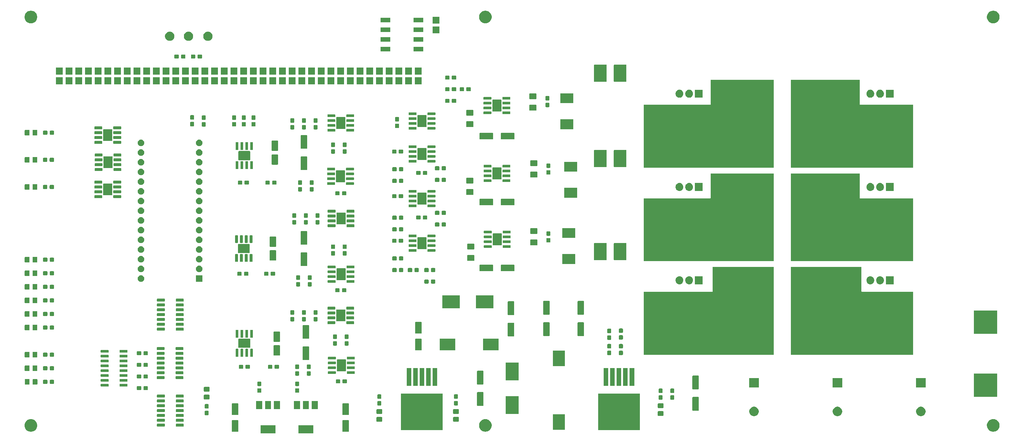
<source format=gbr>
G04 #@! TF.GenerationSoftware,KiCad,Pcbnew,(5.1.5)-3*
G04 #@! TF.CreationDate,2020-11-01T19:56:01+02:00*
G04 #@! TF.ProjectId,BLDC_FUSION_2020,424c4443-5f46-4555-9349-4f4e5f323032,2 Not Ordered*
G04 #@! TF.SameCoordinates,PX6dac2c0PY8583b00*
G04 #@! TF.FileFunction,Soldermask,Top*
G04 #@! TF.FilePolarity,Negative*
%FSLAX46Y46*%
G04 Gerber Fmt 4.6, Leading zero omitted, Abs format (unit mm)*
G04 Created by KiCad (PCBNEW (5.1.5)-3) date 2020-11-01 19:56:01*
%MOMM*%
%LPD*%
G04 APERTURE LIST*
%ADD10C,0.100000*%
G04 APERTURE END LIST*
D10*
G36*
X77959000Y1941000D02*
G01*
X74057000Y1941000D01*
X74057000Y4043000D01*
X77959000Y4043000D01*
X77959000Y1941000D01*
G37*
G36*
X68053000Y1941000D02*
G01*
X64151000Y1941000D01*
X64151000Y4043000D01*
X68053000Y4043000D01*
X68053000Y1941000D01*
G37*
G36*
X58171997Y5402949D02*
G01*
X58205652Y5392739D01*
X58236665Y5376162D01*
X58263851Y5353851D01*
X58286162Y5326665D01*
X58302739Y5295652D01*
X58312949Y5261997D01*
X58317000Y5220862D01*
X58317000Y2491138D01*
X58312949Y2450003D01*
X58302739Y2416348D01*
X58286162Y2385335D01*
X58263851Y2358149D01*
X58236665Y2335838D01*
X58205652Y2319261D01*
X58171997Y2309051D01*
X58130862Y2305000D01*
X56801138Y2305000D01*
X56760003Y2309051D01*
X56726348Y2319261D01*
X56695335Y2335838D01*
X56668149Y2358149D01*
X56645838Y2385335D01*
X56629261Y2416348D01*
X56619051Y2450003D01*
X56615000Y2491138D01*
X56615000Y5220862D01*
X56619051Y5261997D01*
X56629261Y5295652D01*
X56645838Y5326665D01*
X56668149Y5353851D01*
X56695335Y5376162D01*
X56726348Y5392739D01*
X56760003Y5402949D01*
X56801138Y5407000D01*
X58130862Y5407000D01*
X58171997Y5402949D01*
G37*
G36*
X87127997Y5402949D02*
G01*
X87161652Y5392739D01*
X87192665Y5376162D01*
X87219851Y5353851D01*
X87242162Y5326665D01*
X87258739Y5295652D01*
X87268949Y5261997D01*
X87273000Y5220862D01*
X87273000Y2491138D01*
X87268949Y2450003D01*
X87258739Y2416348D01*
X87242162Y2385335D01*
X87219851Y2358149D01*
X87192665Y2335838D01*
X87161652Y2319261D01*
X87127997Y2309051D01*
X87086862Y2305000D01*
X85757138Y2305000D01*
X85716003Y2309051D01*
X85682348Y2319261D01*
X85651335Y2335838D01*
X85624149Y2358149D01*
X85601838Y2385335D01*
X85585261Y2416348D01*
X85575051Y2450003D01*
X85571000Y2491138D01*
X85571000Y5220862D01*
X85575051Y5261997D01*
X85585261Y5295652D01*
X85601838Y5326665D01*
X85624149Y5353851D01*
X85651335Y5376162D01*
X85682348Y5392739D01*
X85716003Y5402949D01*
X85757138Y5407000D01*
X87086862Y5407000D01*
X87127997Y5402949D01*
G37*
G36*
X123343548Y5615009D02*
G01*
X123481579Y5587553D01*
X123782042Y5463097D01*
X124052451Y5282415D01*
X124282415Y5052451D01*
X124348866Y4953000D01*
X124463098Y4782040D01*
X124587553Y4481578D01*
X124651000Y4162611D01*
X124651000Y3837389D01*
X124628079Y3722160D01*
X124587553Y3518421D01*
X124463097Y3217958D01*
X124282415Y2947549D01*
X124052451Y2717585D01*
X123782042Y2536903D01*
X123481579Y2412447D01*
X123375256Y2391298D01*
X123162611Y2349000D01*
X122837389Y2349000D01*
X122624744Y2391298D01*
X122518421Y2412447D01*
X122217958Y2536903D01*
X121947549Y2717585D01*
X121717585Y2947549D01*
X121536903Y3217958D01*
X121412447Y3518421D01*
X121371921Y3722160D01*
X121349000Y3837389D01*
X121349000Y4162611D01*
X121412447Y4481578D01*
X121536902Y4782040D01*
X121651134Y4953000D01*
X121717585Y5052451D01*
X121947549Y5282415D01*
X122217958Y5463097D01*
X122518421Y5587553D01*
X122656452Y5615009D01*
X122837389Y5651000D01*
X123162611Y5651000D01*
X123343548Y5615009D01*
G37*
G36*
X256343548Y5615009D02*
G01*
X256481579Y5587553D01*
X256782042Y5463097D01*
X257052451Y5282415D01*
X257282415Y5052451D01*
X257348866Y4953000D01*
X257463098Y4782040D01*
X257587553Y4481578D01*
X257651000Y4162611D01*
X257651000Y3837389D01*
X257628079Y3722160D01*
X257587553Y3518421D01*
X257463097Y3217958D01*
X257282415Y2947549D01*
X257052451Y2717585D01*
X256782042Y2536903D01*
X256481579Y2412447D01*
X256375256Y2391298D01*
X256162611Y2349000D01*
X255837389Y2349000D01*
X255624744Y2391298D01*
X255518421Y2412447D01*
X255217958Y2536903D01*
X254947549Y2717585D01*
X254717585Y2947549D01*
X254536903Y3217958D01*
X254412447Y3518421D01*
X254371921Y3722160D01*
X254349000Y3837389D01*
X254349000Y4162611D01*
X254412447Y4481578D01*
X254536902Y4782040D01*
X254651134Y4953000D01*
X254717585Y5052451D01*
X254947549Y5282415D01*
X255217958Y5463097D01*
X255518421Y5587553D01*
X255656452Y5615009D01*
X255837389Y5651000D01*
X256162611Y5651000D01*
X256343548Y5615009D01*
G37*
G36*
X4343548Y5615009D02*
G01*
X4481579Y5587553D01*
X4782042Y5463097D01*
X5052451Y5282415D01*
X5282415Y5052451D01*
X5348866Y4953000D01*
X5463098Y4782040D01*
X5587553Y4481578D01*
X5651000Y4162611D01*
X5651000Y3837389D01*
X5628079Y3722160D01*
X5587553Y3518421D01*
X5463097Y3217958D01*
X5282415Y2947549D01*
X5052451Y2717585D01*
X4782042Y2536903D01*
X4481579Y2412447D01*
X4375256Y2391298D01*
X4162611Y2349000D01*
X3837389Y2349000D01*
X3624744Y2391298D01*
X3518421Y2412447D01*
X3217958Y2536903D01*
X2947549Y2717585D01*
X2717585Y2947549D01*
X2536903Y3217958D01*
X2412447Y3518421D01*
X2371921Y3722160D01*
X2349000Y3837389D01*
X2349000Y4162611D01*
X2412447Y4481578D01*
X2536902Y4782040D01*
X2651134Y4953000D01*
X2717585Y5052451D01*
X2947549Y5282415D01*
X3217958Y5463097D01*
X3518421Y5587553D01*
X3656452Y5615009D01*
X3837389Y5651000D01*
X4162611Y5651000D01*
X4343548Y5615009D01*
G37*
G36*
X163439000Y2796000D02*
G01*
X152537000Y2796000D01*
X152537000Y12298000D01*
X163439000Y12298000D01*
X163439000Y2796000D01*
G37*
G36*
X111841000Y2796000D02*
G01*
X100939000Y2796000D01*
X100939000Y12298000D01*
X111841000Y12298000D01*
X111841000Y2796000D01*
G37*
G36*
X143791000Y2827000D02*
G01*
X140689000Y2827000D01*
X140689000Y6929000D01*
X143791000Y6929000D01*
X143791000Y2827000D01*
G37*
G36*
X38972928Y4412236D02*
G01*
X38994009Y4405840D01*
X39013445Y4395452D01*
X39030476Y4381476D01*
X39044452Y4364445D01*
X39054840Y4345009D01*
X39061236Y4323928D01*
X39064000Y4295860D01*
X39064000Y3832140D01*
X39061236Y3804072D01*
X39054840Y3782991D01*
X39044452Y3763555D01*
X39030476Y3746524D01*
X39013445Y3732548D01*
X38994009Y3722160D01*
X38972928Y3715764D01*
X38944860Y3713000D01*
X37131140Y3713000D01*
X37103072Y3715764D01*
X37081991Y3722160D01*
X37062555Y3732548D01*
X37045524Y3746524D01*
X37031548Y3763555D01*
X37021160Y3782991D01*
X37014764Y3804072D01*
X37012000Y3832140D01*
X37012000Y4295860D01*
X37014764Y4323928D01*
X37021160Y4345009D01*
X37031548Y4364445D01*
X37045524Y4381476D01*
X37062555Y4395452D01*
X37081991Y4405840D01*
X37103072Y4412236D01*
X37131140Y4415000D01*
X38944860Y4415000D01*
X38972928Y4412236D01*
G37*
G36*
X43922928Y4412236D02*
G01*
X43944009Y4405840D01*
X43963445Y4395452D01*
X43980476Y4381476D01*
X43994452Y4364445D01*
X44004840Y4345009D01*
X44011236Y4323928D01*
X44014000Y4295860D01*
X44014000Y3832140D01*
X44011236Y3804072D01*
X44004840Y3782991D01*
X43994452Y3763555D01*
X43980476Y3746524D01*
X43963445Y3732548D01*
X43944009Y3722160D01*
X43922928Y3715764D01*
X43894860Y3713000D01*
X42081140Y3713000D01*
X42053072Y3715764D01*
X42031991Y3722160D01*
X42012555Y3732548D01*
X41995524Y3746524D01*
X41981548Y3763555D01*
X41971160Y3782991D01*
X41964764Y3804072D01*
X41962000Y3832140D01*
X41962000Y4295860D01*
X41964764Y4323928D01*
X41971160Y4345009D01*
X41981548Y4364445D01*
X41995524Y4381476D01*
X42012555Y4395452D01*
X42031991Y4405840D01*
X42053072Y4412236D01*
X42081140Y4415000D01*
X43894860Y4415000D01*
X43922928Y4412236D01*
G37*
G36*
X95838674Y6200535D02*
G01*
X95876367Y6189101D01*
X95911103Y6170534D01*
X95941548Y6145548D01*
X95966534Y6115103D01*
X95985101Y6080367D01*
X95996535Y6042674D01*
X96001000Y5997339D01*
X96001000Y5160661D01*
X95996535Y5115326D01*
X95985101Y5077633D01*
X95966534Y5042897D01*
X95941548Y5012452D01*
X95911103Y4987466D01*
X95876367Y4968899D01*
X95838674Y4957465D01*
X95793339Y4953000D01*
X94706661Y4953000D01*
X94661326Y4957465D01*
X94623633Y4968899D01*
X94588897Y4987466D01*
X94558452Y5012452D01*
X94533466Y5042897D01*
X94514899Y5077633D01*
X94503465Y5115326D01*
X94499000Y5160661D01*
X94499000Y5997339D01*
X94503465Y6042674D01*
X94514899Y6080367D01*
X94533466Y6115103D01*
X94558452Y6145548D01*
X94588897Y6170534D01*
X94623633Y6189101D01*
X94661326Y6200535D01*
X94706661Y6205000D01*
X95793339Y6205000D01*
X95838674Y6200535D01*
G37*
G36*
X115904674Y6216535D02*
G01*
X115942367Y6205101D01*
X115977103Y6186534D01*
X116007548Y6161548D01*
X116032534Y6131103D01*
X116051101Y6096367D01*
X116062535Y6058674D01*
X116067000Y6013339D01*
X116067000Y5176661D01*
X116062535Y5131326D01*
X116051101Y5093633D01*
X116032534Y5058897D01*
X116007548Y5028452D01*
X115977103Y5003466D01*
X115942367Y4984899D01*
X115904674Y4973465D01*
X115859339Y4969000D01*
X114772661Y4969000D01*
X114727326Y4973465D01*
X114689633Y4984899D01*
X114654897Y5003466D01*
X114624452Y5028452D01*
X114599466Y5058897D01*
X114580899Y5093633D01*
X114569465Y5131326D01*
X114565000Y5176661D01*
X114565000Y6013339D01*
X114569465Y6058674D01*
X114580899Y6096367D01*
X114599466Y6131103D01*
X114624452Y6161548D01*
X114654897Y6186534D01*
X114689633Y6205101D01*
X114727326Y6216535D01*
X114772661Y6221000D01*
X115859339Y6221000D01*
X115904674Y6216535D01*
G37*
G36*
X38972928Y5682236D02*
G01*
X38994009Y5675840D01*
X39013445Y5665452D01*
X39030476Y5651476D01*
X39044452Y5634445D01*
X39054840Y5615009D01*
X39061236Y5593928D01*
X39064000Y5565860D01*
X39064000Y5102140D01*
X39061236Y5074072D01*
X39054840Y5052991D01*
X39044452Y5033555D01*
X39030476Y5016524D01*
X39013445Y5002548D01*
X38994009Y4992160D01*
X38972928Y4985764D01*
X38944860Y4983000D01*
X37131140Y4983000D01*
X37103072Y4985764D01*
X37081991Y4992160D01*
X37062555Y5002548D01*
X37045524Y5016524D01*
X37031548Y5033555D01*
X37021160Y5052991D01*
X37014764Y5074072D01*
X37012000Y5102140D01*
X37012000Y5565860D01*
X37014764Y5593928D01*
X37021160Y5615009D01*
X37031548Y5634445D01*
X37045524Y5651476D01*
X37062555Y5665452D01*
X37081991Y5675840D01*
X37103072Y5682236D01*
X37131140Y5685000D01*
X38944860Y5685000D01*
X38972928Y5682236D01*
G37*
G36*
X43922928Y5682236D02*
G01*
X43944009Y5675840D01*
X43963445Y5665452D01*
X43980476Y5651476D01*
X43994452Y5634445D01*
X44004840Y5615009D01*
X44011236Y5593928D01*
X44014000Y5565860D01*
X44014000Y5102140D01*
X44011236Y5074072D01*
X44004840Y5052991D01*
X43994452Y5033555D01*
X43980476Y5016524D01*
X43963445Y5002548D01*
X43944009Y4992160D01*
X43922928Y4985764D01*
X43894860Y4983000D01*
X42081140Y4983000D01*
X42053072Y4985764D01*
X42031991Y4992160D01*
X42012555Y5002548D01*
X41995524Y5016524D01*
X41981548Y5033555D01*
X41971160Y5052991D01*
X41964764Y5074072D01*
X41962000Y5102140D01*
X41962000Y5565860D01*
X41964764Y5593928D01*
X41971160Y5615009D01*
X41981548Y5634445D01*
X41995524Y5651476D01*
X42012555Y5665452D01*
X42031991Y5675840D01*
X42053072Y5682236D01*
X42081140Y5685000D01*
X43894860Y5685000D01*
X43922928Y5682236D01*
G37*
G36*
X38972928Y6952236D02*
G01*
X38994009Y6945840D01*
X39013445Y6935452D01*
X39030476Y6921476D01*
X39044452Y6904445D01*
X39054840Y6885009D01*
X39061236Y6863928D01*
X39064000Y6835860D01*
X39064000Y6372140D01*
X39061236Y6344072D01*
X39054840Y6322991D01*
X39044452Y6303555D01*
X39030476Y6286524D01*
X39013445Y6272548D01*
X38994009Y6262160D01*
X38972928Y6255764D01*
X38944860Y6253000D01*
X37131140Y6253000D01*
X37103072Y6255764D01*
X37081991Y6262160D01*
X37062555Y6272548D01*
X37045524Y6286524D01*
X37031548Y6303555D01*
X37021160Y6322991D01*
X37014764Y6344072D01*
X37012000Y6372140D01*
X37012000Y6835860D01*
X37014764Y6863928D01*
X37021160Y6885009D01*
X37031548Y6904445D01*
X37045524Y6921476D01*
X37062555Y6935452D01*
X37081991Y6945840D01*
X37103072Y6952236D01*
X37131140Y6955000D01*
X38944860Y6955000D01*
X38972928Y6952236D01*
G37*
G36*
X43922928Y6952236D02*
G01*
X43944009Y6945840D01*
X43963445Y6935452D01*
X43980476Y6921476D01*
X43994452Y6904445D01*
X44004840Y6885009D01*
X44011236Y6863928D01*
X44014000Y6835860D01*
X44014000Y6372140D01*
X44011236Y6344072D01*
X44004840Y6322991D01*
X43994452Y6303555D01*
X43980476Y6286524D01*
X43963445Y6272548D01*
X43944009Y6262160D01*
X43922928Y6255764D01*
X43894860Y6253000D01*
X42081140Y6253000D01*
X42053072Y6255764D01*
X42031991Y6262160D01*
X42012555Y6272548D01*
X41995524Y6286524D01*
X41981548Y6303555D01*
X41971160Y6322991D01*
X41964764Y6344072D01*
X41962000Y6372140D01*
X41962000Y6835860D01*
X41964764Y6863928D01*
X41971160Y6885009D01*
X41981548Y6904445D01*
X41995524Y6921476D01*
X42012555Y6935452D01*
X42031991Y6945840D01*
X42053072Y6952236D01*
X42081140Y6955000D01*
X43894860Y6955000D01*
X43922928Y6952236D01*
G37*
G36*
X193720903Y8861925D02*
G01*
X193879163Y8796372D01*
X193948571Y8767622D01*
X194153466Y8630715D01*
X194327715Y8456466D01*
X194464622Y8251571D01*
X194464623Y8251569D01*
X194558925Y8023903D01*
X194607000Y7782214D01*
X194607000Y7535786D01*
X194558925Y7294097D01*
X194475586Y7092897D01*
X194464622Y7066429D01*
X194327715Y6861534D01*
X194153466Y6687285D01*
X193948571Y6550378D01*
X193948570Y6550377D01*
X193948569Y6550377D01*
X193720903Y6456075D01*
X193479214Y6408000D01*
X193232786Y6408000D01*
X192991097Y6456075D01*
X192763431Y6550377D01*
X192763430Y6550377D01*
X192763429Y6550378D01*
X192558534Y6687285D01*
X192384285Y6861534D01*
X192247378Y7066429D01*
X192236415Y7092897D01*
X192153075Y7294097D01*
X192105000Y7535786D01*
X192105000Y7782214D01*
X192153075Y8023903D01*
X192247377Y8251569D01*
X192247378Y8251571D01*
X192384285Y8456466D01*
X192558534Y8630715D01*
X192763429Y8767622D01*
X192832838Y8796372D01*
X192991097Y8861925D01*
X193232786Y8910000D01*
X193479214Y8910000D01*
X193720903Y8861925D01*
G37*
G36*
X215564903Y8861925D02*
G01*
X215723163Y8796372D01*
X215792571Y8767622D01*
X215997466Y8630715D01*
X216171715Y8456466D01*
X216308622Y8251571D01*
X216308623Y8251569D01*
X216402925Y8023903D01*
X216451000Y7782214D01*
X216451000Y7535786D01*
X216402925Y7294097D01*
X216319586Y7092897D01*
X216308622Y7066429D01*
X216171715Y6861534D01*
X215997466Y6687285D01*
X215792571Y6550378D01*
X215792570Y6550377D01*
X215792569Y6550377D01*
X215564903Y6456075D01*
X215323214Y6408000D01*
X215076786Y6408000D01*
X214835097Y6456075D01*
X214607431Y6550377D01*
X214607430Y6550377D01*
X214607429Y6550378D01*
X214402534Y6687285D01*
X214228285Y6861534D01*
X214091378Y7066429D01*
X214080415Y7092897D01*
X213997075Y7294097D01*
X213949000Y7535786D01*
X213949000Y7782214D01*
X213997075Y8023903D01*
X214091377Y8251569D01*
X214091378Y8251571D01*
X214228285Y8456466D01*
X214402534Y8630715D01*
X214607429Y8767622D01*
X214676838Y8796372D01*
X214835097Y8861925D01*
X215076786Y8910000D01*
X215323214Y8910000D01*
X215564903Y8861925D01*
G37*
G36*
X237408903Y8861925D02*
G01*
X237567163Y8796372D01*
X237636571Y8767622D01*
X237841466Y8630715D01*
X238015715Y8456466D01*
X238152622Y8251571D01*
X238152623Y8251569D01*
X238246925Y8023903D01*
X238295000Y7782214D01*
X238295000Y7535786D01*
X238246925Y7294097D01*
X238163586Y7092897D01*
X238152622Y7066429D01*
X238015715Y6861534D01*
X237841466Y6687285D01*
X237636571Y6550378D01*
X237636570Y6550377D01*
X237636569Y6550377D01*
X237408903Y6456075D01*
X237167214Y6408000D01*
X236920786Y6408000D01*
X236679097Y6456075D01*
X236451431Y6550377D01*
X236451430Y6550377D01*
X236451429Y6550378D01*
X236246534Y6687285D01*
X236072285Y6861534D01*
X235935378Y7066429D01*
X235924415Y7092897D01*
X235841075Y7294097D01*
X235793000Y7535786D01*
X235793000Y7782214D01*
X235841075Y8023903D01*
X235935377Y8251569D01*
X235935378Y8251571D01*
X236072285Y8456466D01*
X236246534Y8630715D01*
X236451429Y8767622D01*
X236520838Y8796372D01*
X236679097Y8861925D01*
X236920786Y8910000D01*
X237167214Y8910000D01*
X237408903Y8861925D01*
G37*
G36*
X169498674Y7724535D02*
G01*
X169536367Y7713101D01*
X169571103Y7694534D01*
X169601548Y7669548D01*
X169626534Y7639103D01*
X169645101Y7604367D01*
X169656535Y7566674D01*
X169661000Y7521339D01*
X169661000Y6684661D01*
X169656535Y6639326D01*
X169645101Y6601633D01*
X169626534Y6566897D01*
X169601548Y6536452D01*
X169571103Y6511466D01*
X169536367Y6492899D01*
X169498674Y6481465D01*
X169453339Y6477000D01*
X168366661Y6477000D01*
X168321326Y6481465D01*
X168283633Y6492899D01*
X168248897Y6511466D01*
X168218452Y6536452D01*
X168193466Y6566897D01*
X168174899Y6601633D01*
X168163465Y6639326D01*
X168159000Y6684661D01*
X168159000Y7521339D01*
X168163465Y7566674D01*
X168174899Y7604367D01*
X168193466Y7639103D01*
X168218452Y7669548D01*
X168248897Y7694534D01*
X168283633Y7713101D01*
X168321326Y7724535D01*
X168366661Y7729000D01*
X169453339Y7729000D01*
X169498674Y7724535D01*
G37*
G36*
X50402499Y7824555D02*
G01*
X50439995Y7813180D01*
X50474554Y7794708D01*
X50504847Y7769847D01*
X50529708Y7739554D01*
X50548180Y7704995D01*
X50559555Y7667499D01*
X50564000Y7622362D01*
X50564000Y6883638D01*
X50559555Y6838501D01*
X50548180Y6801005D01*
X50529708Y6766446D01*
X50504847Y6736153D01*
X50474554Y6711292D01*
X50439995Y6692820D01*
X50402499Y6681445D01*
X50357362Y6677000D01*
X49718638Y6677000D01*
X49673501Y6681445D01*
X49636005Y6692820D01*
X49601446Y6711292D01*
X49571153Y6736153D01*
X49546292Y6766446D01*
X49527820Y6801005D01*
X49516445Y6838501D01*
X49512000Y6883638D01*
X49512000Y7622362D01*
X49516445Y7667499D01*
X49527820Y7704995D01*
X49546292Y7739554D01*
X49571153Y7769847D01*
X49601446Y7794708D01*
X49636005Y7813180D01*
X49673501Y7824555D01*
X49718638Y7829000D01*
X50357362Y7829000D01*
X50402499Y7824555D01*
G37*
G36*
X58171997Y9802949D02*
G01*
X58205652Y9792739D01*
X58236665Y9776162D01*
X58263851Y9753851D01*
X58286162Y9726665D01*
X58302739Y9695652D01*
X58312949Y9661997D01*
X58317000Y9620862D01*
X58317000Y6891138D01*
X58312949Y6850003D01*
X58302739Y6816348D01*
X58286162Y6785335D01*
X58263851Y6758149D01*
X58236665Y6735838D01*
X58205652Y6719261D01*
X58171997Y6709051D01*
X58130862Y6705000D01*
X56801138Y6705000D01*
X56760003Y6709051D01*
X56726348Y6719261D01*
X56695335Y6735838D01*
X56668149Y6758149D01*
X56645838Y6785335D01*
X56629261Y6816348D01*
X56619051Y6850003D01*
X56615000Y6891138D01*
X56615000Y9620862D01*
X56619051Y9661997D01*
X56629261Y9695652D01*
X56645838Y9726665D01*
X56668149Y9753851D01*
X56695335Y9776162D01*
X56726348Y9792739D01*
X56760003Y9802949D01*
X56801138Y9807000D01*
X58130862Y9807000D01*
X58171997Y9802949D01*
G37*
G36*
X87127997Y9802949D02*
G01*
X87161652Y9792739D01*
X87192665Y9776162D01*
X87219851Y9753851D01*
X87242162Y9726665D01*
X87258739Y9695652D01*
X87268949Y9661997D01*
X87273000Y9620862D01*
X87273000Y6891138D01*
X87268949Y6850003D01*
X87258739Y6816348D01*
X87242162Y6785335D01*
X87219851Y6758149D01*
X87192665Y6735838D01*
X87161652Y6719261D01*
X87127997Y6709051D01*
X87086862Y6705000D01*
X85757138Y6705000D01*
X85716003Y6709051D01*
X85682348Y6719261D01*
X85651335Y6735838D01*
X85624149Y6758149D01*
X85601838Y6785335D01*
X85585261Y6816348D01*
X85575051Y6850003D01*
X85571000Y6891138D01*
X85571000Y9620862D01*
X85575051Y9661997D01*
X85585261Y9695652D01*
X85601838Y9726665D01*
X85624149Y9753851D01*
X85651335Y9776162D01*
X85682348Y9792739D01*
X85716003Y9802949D01*
X85757138Y9807000D01*
X87086862Y9807000D01*
X87127997Y9802949D01*
G37*
G36*
X95838674Y8250535D02*
G01*
X95876367Y8239101D01*
X95911103Y8220534D01*
X95941548Y8195548D01*
X95966534Y8165103D01*
X95985101Y8130367D01*
X95996535Y8092674D01*
X96001000Y8047339D01*
X96001000Y7210661D01*
X95996535Y7165326D01*
X95985101Y7127633D01*
X95966534Y7092897D01*
X95941548Y7062452D01*
X95911103Y7037466D01*
X95876367Y7018899D01*
X95838674Y7007465D01*
X95793339Y7003000D01*
X94706661Y7003000D01*
X94661326Y7007465D01*
X94623633Y7018899D01*
X94588897Y7037466D01*
X94558452Y7062452D01*
X94533466Y7092897D01*
X94514899Y7127633D01*
X94503465Y7165326D01*
X94499000Y7210661D01*
X94499000Y8047339D01*
X94503465Y8092674D01*
X94514899Y8130367D01*
X94533466Y8165103D01*
X94558452Y8195548D01*
X94588897Y8220534D01*
X94623633Y8239101D01*
X94661326Y8250535D01*
X94706661Y8255000D01*
X95793339Y8255000D01*
X95838674Y8250535D01*
G37*
G36*
X131749000Y7015000D02*
G01*
X128347000Y7015000D01*
X128347000Y11617000D01*
X131749000Y11617000D01*
X131749000Y7015000D01*
G37*
G36*
X115904674Y8266535D02*
G01*
X115942367Y8255101D01*
X115977103Y8236534D01*
X116007548Y8211548D01*
X116032534Y8181103D01*
X116051101Y8146367D01*
X116062535Y8108674D01*
X116067000Y8063339D01*
X116067000Y7226661D01*
X116062535Y7181326D01*
X116051101Y7143633D01*
X116032534Y7108897D01*
X116007548Y7078452D01*
X115977103Y7053466D01*
X115942367Y7034899D01*
X115904674Y7023465D01*
X115859339Y7019000D01*
X114772661Y7019000D01*
X114727326Y7023465D01*
X114689633Y7034899D01*
X114654897Y7053466D01*
X114624452Y7078452D01*
X114599466Y7108897D01*
X114580899Y7143633D01*
X114569465Y7181326D01*
X114565000Y7226661D01*
X114565000Y8063339D01*
X114569465Y8108674D01*
X114580899Y8146367D01*
X114599466Y8181103D01*
X114624452Y8211548D01*
X114654897Y8236534D01*
X114689633Y8255101D01*
X114727326Y8266535D01*
X114772661Y8271000D01*
X115859339Y8271000D01*
X115904674Y8266535D01*
G37*
G36*
X38972928Y8222236D02*
G01*
X38994009Y8215840D01*
X39013445Y8205452D01*
X39030476Y8191476D01*
X39044452Y8174445D01*
X39054840Y8155009D01*
X39061236Y8133928D01*
X39064000Y8105860D01*
X39064000Y7642140D01*
X39061236Y7614072D01*
X39054840Y7592991D01*
X39044452Y7573555D01*
X39030476Y7556524D01*
X39013445Y7542548D01*
X38994009Y7532160D01*
X38972928Y7525764D01*
X38944860Y7523000D01*
X37131140Y7523000D01*
X37103072Y7525764D01*
X37081991Y7532160D01*
X37062555Y7542548D01*
X37045524Y7556524D01*
X37031548Y7573555D01*
X37021160Y7592991D01*
X37014764Y7614072D01*
X37012000Y7642140D01*
X37012000Y8105860D01*
X37014764Y8133928D01*
X37021160Y8155009D01*
X37031548Y8174445D01*
X37045524Y8191476D01*
X37062555Y8205452D01*
X37081991Y8215840D01*
X37103072Y8222236D01*
X37131140Y8225000D01*
X38944860Y8225000D01*
X38972928Y8222236D01*
G37*
G36*
X43922928Y8222236D02*
G01*
X43944009Y8215840D01*
X43963445Y8205452D01*
X43980476Y8191476D01*
X43994452Y8174445D01*
X44004840Y8155009D01*
X44011236Y8133928D01*
X44014000Y8105860D01*
X44014000Y7642140D01*
X44011236Y7614072D01*
X44004840Y7592991D01*
X43994452Y7573555D01*
X43980476Y7556524D01*
X43963445Y7542548D01*
X43944009Y7532160D01*
X43922928Y7525764D01*
X43894860Y7523000D01*
X42081140Y7523000D01*
X42053072Y7525764D01*
X42031991Y7532160D01*
X42012555Y7542548D01*
X41995524Y7556524D01*
X41981548Y7573555D01*
X41971160Y7592991D01*
X41964764Y7614072D01*
X41962000Y7642140D01*
X41962000Y8105860D01*
X41964764Y8133928D01*
X41971160Y8155009D01*
X41981548Y8174445D01*
X41995524Y8191476D01*
X42012555Y8205452D01*
X42031991Y8215840D01*
X42053072Y8222236D01*
X42081140Y8225000D01*
X43894860Y8225000D01*
X43922928Y8222236D01*
G37*
G36*
X178759997Y11442949D02*
G01*
X178793652Y11432739D01*
X178824665Y11416162D01*
X178851851Y11393851D01*
X178874162Y11366665D01*
X178890739Y11335652D01*
X178900949Y11301997D01*
X178905000Y11260862D01*
X178905000Y8031138D01*
X178900949Y7990003D01*
X178890739Y7956348D01*
X178874162Y7925335D01*
X178851851Y7898149D01*
X178824665Y7875838D01*
X178793652Y7859261D01*
X178759997Y7849051D01*
X178718862Y7845000D01*
X177389138Y7845000D01*
X177348003Y7849051D01*
X177314348Y7859261D01*
X177283335Y7875838D01*
X177256149Y7898149D01*
X177233838Y7925335D01*
X177217261Y7956348D01*
X177207051Y7990003D01*
X177203000Y8031138D01*
X177203000Y11260862D01*
X177207051Y11301997D01*
X177217261Y11335652D01*
X177233838Y11366665D01*
X177256149Y11393851D01*
X177283335Y11416162D01*
X177314348Y11432739D01*
X177348003Y11442949D01*
X177389138Y11447000D01*
X178718862Y11447000D01*
X178759997Y11442949D01*
G37*
G36*
X69203000Y8241000D02*
G01*
X67601000Y8241000D01*
X67601000Y10343000D01*
X69203000Y10343000D01*
X69203000Y8241000D01*
G37*
G36*
X76809000Y8241000D02*
G01*
X75207000Y8241000D01*
X75207000Y10343000D01*
X76809000Y10343000D01*
X76809000Y8241000D01*
G37*
G36*
X74509000Y8241000D02*
G01*
X72907000Y8241000D01*
X72907000Y10343000D01*
X74509000Y10343000D01*
X74509000Y8241000D01*
G37*
G36*
X79109000Y8241000D02*
G01*
X77507000Y8241000D01*
X77507000Y10343000D01*
X79109000Y10343000D01*
X79109000Y8241000D01*
G37*
G36*
X64603000Y8241000D02*
G01*
X63001000Y8241000D01*
X63001000Y10343000D01*
X64603000Y10343000D01*
X64603000Y8241000D01*
G37*
G36*
X66903000Y8241000D02*
G01*
X65301000Y8241000D01*
X65301000Y10343000D01*
X66903000Y10343000D01*
X66903000Y8241000D01*
G37*
G36*
X50402499Y9574555D02*
G01*
X50439995Y9563180D01*
X50474554Y9544708D01*
X50504847Y9519847D01*
X50529708Y9489554D01*
X50548180Y9454995D01*
X50559555Y9417499D01*
X50564000Y9372362D01*
X50564000Y8633638D01*
X50559555Y8588501D01*
X50548180Y8551005D01*
X50529708Y8516446D01*
X50504847Y8486153D01*
X50474554Y8461292D01*
X50439995Y8442820D01*
X50402499Y8431445D01*
X50357362Y8427000D01*
X49718638Y8427000D01*
X49673501Y8431445D01*
X49636005Y8442820D01*
X49601446Y8461292D01*
X49571153Y8486153D01*
X49546292Y8516446D01*
X49527820Y8551005D01*
X49516445Y8588501D01*
X49512000Y8633638D01*
X49512000Y9372362D01*
X49516445Y9417499D01*
X49527820Y9454995D01*
X49546292Y9489554D01*
X49571153Y9519847D01*
X49601446Y9544708D01*
X49636005Y9563180D01*
X49673501Y9574555D01*
X49718638Y9579000D01*
X50357362Y9579000D01*
X50402499Y9574555D01*
G37*
G36*
X169498674Y9774535D02*
G01*
X169536367Y9763101D01*
X169571103Y9744534D01*
X169601548Y9719548D01*
X169626534Y9689103D01*
X169645101Y9654367D01*
X169656535Y9616674D01*
X169661000Y9571339D01*
X169661000Y8734661D01*
X169656535Y8689326D01*
X169645101Y8651633D01*
X169626534Y8616897D01*
X169601548Y8586452D01*
X169571103Y8561466D01*
X169536367Y8542899D01*
X169498674Y8531465D01*
X169453339Y8527000D01*
X168366661Y8527000D01*
X168321326Y8531465D01*
X168283633Y8542899D01*
X168248897Y8561466D01*
X168218452Y8586452D01*
X168193466Y8616897D01*
X168174899Y8651633D01*
X168163465Y8689326D01*
X168159000Y8734661D01*
X168159000Y9571339D01*
X168163465Y9616674D01*
X168174899Y9654367D01*
X168193466Y9689103D01*
X168218452Y9719548D01*
X168248897Y9744534D01*
X168283633Y9763101D01*
X168321326Y9774535D01*
X168366661Y9779000D01*
X169453339Y9779000D01*
X169498674Y9774535D01*
G37*
G36*
X38972928Y9492236D02*
G01*
X38994009Y9485840D01*
X39013445Y9475452D01*
X39030476Y9461476D01*
X39044452Y9444445D01*
X39054840Y9425009D01*
X39061236Y9403928D01*
X39064000Y9375860D01*
X39064000Y8912140D01*
X39061236Y8884072D01*
X39054840Y8862991D01*
X39044452Y8843555D01*
X39030476Y8826524D01*
X39013445Y8812548D01*
X38994009Y8802160D01*
X38972928Y8795764D01*
X38944860Y8793000D01*
X37131140Y8793000D01*
X37103072Y8795764D01*
X37081991Y8802160D01*
X37062555Y8812548D01*
X37045524Y8826524D01*
X37031548Y8843555D01*
X37021160Y8862991D01*
X37014764Y8884072D01*
X37012000Y8912140D01*
X37012000Y9375860D01*
X37014764Y9403928D01*
X37021160Y9425009D01*
X37031548Y9444445D01*
X37045524Y9461476D01*
X37062555Y9475452D01*
X37081991Y9485840D01*
X37103072Y9492236D01*
X37131140Y9495000D01*
X38944860Y9495000D01*
X38972928Y9492236D01*
G37*
G36*
X43922928Y9492236D02*
G01*
X43944009Y9485840D01*
X43963445Y9475452D01*
X43980476Y9461476D01*
X43994452Y9444445D01*
X44004840Y9425009D01*
X44011236Y9403928D01*
X44014000Y9375860D01*
X44014000Y8912140D01*
X44011236Y8884072D01*
X44004840Y8862991D01*
X43994452Y8843555D01*
X43980476Y8826524D01*
X43963445Y8812548D01*
X43944009Y8802160D01*
X43922928Y8795764D01*
X43894860Y8793000D01*
X42081140Y8793000D01*
X42053072Y8795764D01*
X42031991Y8802160D01*
X42012555Y8812548D01*
X41995524Y8826524D01*
X41981548Y8843555D01*
X41971160Y8862991D01*
X41964764Y8884072D01*
X41962000Y8912140D01*
X41962000Y9375860D01*
X41964764Y9403928D01*
X41971160Y9425009D01*
X41981548Y9444445D01*
X41995524Y9461476D01*
X42012555Y9475452D01*
X42031991Y9485840D01*
X42053072Y9492236D01*
X42081140Y9495000D01*
X43894860Y9495000D01*
X43922928Y9492236D01*
G37*
G36*
X122371997Y12712949D02*
G01*
X122405652Y12702739D01*
X122436665Y12686162D01*
X122463851Y12663851D01*
X122486162Y12636665D01*
X122502739Y12605652D01*
X122512949Y12571997D01*
X122517000Y12530862D01*
X122517000Y9301138D01*
X122512949Y9260003D01*
X122502739Y9226348D01*
X122486162Y9195335D01*
X122463851Y9168149D01*
X122436665Y9145838D01*
X122405652Y9129261D01*
X122371997Y9119051D01*
X122330862Y9115000D01*
X121001138Y9115000D01*
X120960003Y9119051D01*
X120926348Y9129261D01*
X120895335Y9145838D01*
X120868149Y9168149D01*
X120845838Y9195335D01*
X120829261Y9226348D01*
X120819051Y9260003D01*
X120815000Y9301138D01*
X120815000Y12530862D01*
X120819051Y12571997D01*
X120829261Y12605652D01*
X120845838Y12636665D01*
X120868149Y12663851D01*
X120895335Y12686162D01*
X120926348Y12702739D01*
X120960003Y12712949D01*
X121001138Y12717000D01*
X122330862Y12717000D01*
X122371997Y12712949D01*
G37*
G36*
X95614499Y10364555D02*
G01*
X95651995Y10353180D01*
X95686554Y10334708D01*
X95716847Y10309847D01*
X95741708Y10279554D01*
X95760180Y10244995D01*
X95771555Y10207499D01*
X95776000Y10162362D01*
X95776000Y9423638D01*
X95771555Y9378501D01*
X95760180Y9341005D01*
X95741708Y9306446D01*
X95716847Y9276153D01*
X95686554Y9251292D01*
X95651995Y9232820D01*
X95614499Y9221445D01*
X95569362Y9217000D01*
X94930638Y9217000D01*
X94885501Y9221445D01*
X94848005Y9232820D01*
X94813446Y9251292D01*
X94783153Y9276153D01*
X94758292Y9306446D01*
X94739820Y9341005D01*
X94728445Y9378501D01*
X94724000Y9423638D01*
X94724000Y10162362D01*
X94728445Y10207499D01*
X94739820Y10244995D01*
X94758292Y10279554D01*
X94783153Y10309847D01*
X94813446Y10334708D01*
X94848005Y10353180D01*
X94885501Y10364555D01*
X94930638Y10369000D01*
X95569362Y10369000D01*
X95614499Y10364555D01*
G37*
G36*
X115680499Y10380555D02*
G01*
X115717995Y10369180D01*
X115752554Y10350708D01*
X115782847Y10325847D01*
X115807708Y10295554D01*
X115826180Y10260995D01*
X115837555Y10223499D01*
X115842000Y10178362D01*
X115842000Y9439638D01*
X115837555Y9394501D01*
X115826180Y9357005D01*
X115807708Y9322446D01*
X115782847Y9292153D01*
X115752554Y9267292D01*
X115717995Y9248820D01*
X115680499Y9237445D01*
X115635362Y9233000D01*
X114996638Y9233000D01*
X114951501Y9237445D01*
X114914005Y9248820D01*
X114879446Y9267292D01*
X114849153Y9292153D01*
X114824292Y9322446D01*
X114805820Y9357005D01*
X114794445Y9394501D01*
X114790000Y9439638D01*
X114790000Y10178362D01*
X114794445Y10223499D01*
X114805820Y10260995D01*
X114824292Y10295554D01*
X114849153Y10325847D01*
X114879446Y10350708D01*
X114914005Y10369180D01*
X114951501Y10380555D01*
X114996638Y10385000D01*
X115635362Y10385000D01*
X115680499Y10380555D01*
G37*
G36*
X43922928Y10762236D02*
G01*
X43944009Y10755840D01*
X43963445Y10745452D01*
X43980476Y10731476D01*
X43994452Y10714445D01*
X44004840Y10695009D01*
X44011236Y10673928D01*
X44014000Y10645860D01*
X44014000Y10182140D01*
X44011236Y10154072D01*
X44004840Y10132991D01*
X43994452Y10113555D01*
X43980476Y10096524D01*
X43963445Y10082548D01*
X43944009Y10072160D01*
X43922928Y10065764D01*
X43894860Y10063000D01*
X42081140Y10063000D01*
X42053072Y10065764D01*
X42031991Y10072160D01*
X42012555Y10082548D01*
X41995524Y10096524D01*
X41981548Y10113555D01*
X41971160Y10132991D01*
X41964764Y10154072D01*
X41962000Y10182140D01*
X41962000Y10645860D01*
X41964764Y10673928D01*
X41971160Y10695009D01*
X41981548Y10714445D01*
X41995524Y10731476D01*
X42012555Y10745452D01*
X42031991Y10755840D01*
X42053072Y10762236D01*
X42081140Y10765000D01*
X43894860Y10765000D01*
X43922928Y10762236D01*
G37*
G36*
X38972928Y10762236D02*
G01*
X38994009Y10755840D01*
X39013445Y10745452D01*
X39030476Y10731476D01*
X39044452Y10714445D01*
X39054840Y10695009D01*
X39061236Y10673928D01*
X39064000Y10645860D01*
X39064000Y10182140D01*
X39061236Y10154072D01*
X39054840Y10132991D01*
X39044452Y10113555D01*
X39030476Y10096524D01*
X39013445Y10082548D01*
X38994009Y10072160D01*
X38972928Y10065764D01*
X38944860Y10063000D01*
X37131140Y10063000D01*
X37103072Y10065764D01*
X37081991Y10072160D01*
X37062555Y10082548D01*
X37045524Y10096524D01*
X37031548Y10113555D01*
X37021160Y10132991D01*
X37014764Y10154072D01*
X37012000Y10182140D01*
X37012000Y10645860D01*
X37014764Y10673928D01*
X37021160Y10695009D01*
X37031548Y10714445D01*
X37045524Y10731476D01*
X37062555Y10745452D01*
X37081991Y10755840D01*
X37103072Y10762236D01*
X37131140Y10765000D01*
X38944860Y10765000D01*
X38972928Y10762236D01*
G37*
G36*
X169274499Y11888555D02*
G01*
X169311995Y11877180D01*
X169346554Y11858708D01*
X169376847Y11833847D01*
X169401708Y11803554D01*
X169420180Y11768995D01*
X169431555Y11731499D01*
X169436000Y11686362D01*
X169436000Y10947638D01*
X169431555Y10902501D01*
X169420180Y10865005D01*
X169401708Y10830446D01*
X169376847Y10800153D01*
X169346554Y10775292D01*
X169311995Y10756820D01*
X169274499Y10745445D01*
X169229362Y10741000D01*
X168590638Y10741000D01*
X168545501Y10745445D01*
X168508005Y10756820D01*
X168473446Y10775292D01*
X168443153Y10800153D01*
X168418292Y10830446D01*
X168399820Y10865005D01*
X168388445Y10902501D01*
X168384000Y10947638D01*
X168384000Y11686362D01*
X168388445Y11731499D01*
X168399820Y11768995D01*
X168418292Y11803554D01*
X168443153Y11833847D01*
X168473446Y11858708D01*
X168508005Y11877180D01*
X168545501Y11888555D01*
X168590638Y11893000D01*
X169229362Y11893000D01*
X169274499Y11888555D01*
G37*
G36*
X172322499Y11888555D02*
G01*
X172359995Y11877180D01*
X172394554Y11858708D01*
X172424847Y11833847D01*
X172449708Y11803554D01*
X172468180Y11768995D01*
X172479555Y11731499D01*
X172484000Y11686362D01*
X172484000Y10947638D01*
X172479555Y10902501D01*
X172468180Y10865005D01*
X172449708Y10830446D01*
X172424847Y10800153D01*
X172394554Y10775292D01*
X172359995Y10756820D01*
X172322499Y10745445D01*
X172277362Y10741000D01*
X171638638Y10741000D01*
X171593501Y10745445D01*
X171556005Y10756820D01*
X171521446Y10775292D01*
X171491153Y10800153D01*
X171466292Y10830446D01*
X171447820Y10865005D01*
X171436445Y10902501D01*
X171432000Y10947638D01*
X171432000Y11686362D01*
X171436445Y11731499D01*
X171447820Y11768995D01*
X171466292Y11803554D01*
X171491153Y11833847D01*
X171521446Y11858708D01*
X171556005Y11877180D01*
X171593501Y11888555D01*
X171638638Y11893000D01*
X172277362Y11893000D01*
X172322499Y11888555D01*
G37*
G36*
X50626674Y12042535D02*
G01*
X50664367Y12031101D01*
X50699103Y12012534D01*
X50729548Y11987548D01*
X50754534Y11957103D01*
X50773101Y11922367D01*
X50784535Y11884674D01*
X50789000Y11839339D01*
X50789000Y11002662D01*
X50784535Y10957326D01*
X50773101Y10919633D01*
X50754534Y10884897D01*
X50729548Y10854452D01*
X50699103Y10829466D01*
X50664367Y10810899D01*
X50626674Y10799465D01*
X50581339Y10795000D01*
X49494661Y10795000D01*
X49449326Y10799465D01*
X49411633Y10810899D01*
X49376897Y10829466D01*
X49346452Y10854452D01*
X49321466Y10884897D01*
X49302899Y10919633D01*
X49291465Y10957326D01*
X49287000Y11002662D01*
X49287000Y11839339D01*
X49291465Y11884674D01*
X49302899Y11922367D01*
X49321466Y11957103D01*
X49346452Y11987548D01*
X49376897Y12012534D01*
X49411633Y12031101D01*
X49449326Y12042535D01*
X49494661Y12047000D01*
X50581339Y12047000D01*
X50626674Y12042535D01*
G37*
G36*
X95614499Y12114555D02*
G01*
X95651995Y12103180D01*
X95686554Y12084708D01*
X95716847Y12059847D01*
X95741708Y12029554D01*
X95760180Y11994995D01*
X95771555Y11957499D01*
X95776000Y11912362D01*
X95776000Y11173638D01*
X95771555Y11128501D01*
X95760180Y11091005D01*
X95741708Y11056446D01*
X95716847Y11026153D01*
X95686554Y11001292D01*
X95651995Y10982820D01*
X95614499Y10971445D01*
X95569362Y10967000D01*
X94930638Y10967000D01*
X94885501Y10971445D01*
X94848005Y10982820D01*
X94813446Y11001292D01*
X94783153Y11026153D01*
X94758292Y11056446D01*
X94739820Y11091005D01*
X94728445Y11128501D01*
X94724000Y11173638D01*
X94724000Y11912362D01*
X94728445Y11957499D01*
X94739820Y11994995D01*
X94758292Y12029554D01*
X94783153Y12059847D01*
X94813446Y12084708D01*
X94848005Y12103180D01*
X94885501Y12114555D01*
X94930638Y12119000D01*
X95569362Y12119000D01*
X95614499Y12114555D01*
G37*
G36*
X115680499Y12130555D02*
G01*
X115717995Y12119180D01*
X115752554Y12100708D01*
X115782847Y12075847D01*
X115807708Y12045554D01*
X115826180Y12010995D01*
X115837555Y11973499D01*
X115842000Y11928362D01*
X115842000Y11189638D01*
X115837555Y11144501D01*
X115826180Y11107005D01*
X115807708Y11072446D01*
X115782847Y11042153D01*
X115752554Y11017292D01*
X115717995Y10998820D01*
X115680499Y10987445D01*
X115635362Y10983000D01*
X114996638Y10983000D01*
X114951501Y10987445D01*
X114914005Y10998820D01*
X114879446Y11017292D01*
X114849153Y11042153D01*
X114824292Y11072446D01*
X114805820Y11107005D01*
X114794445Y11144501D01*
X114790000Y11189638D01*
X114790000Y11928362D01*
X114794445Y11973499D01*
X114805820Y12010995D01*
X114824292Y12045554D01*
X114849153Y12075847D01*
X114879446Y12100708D01*
X114914005Y12119180D01*
X114951501Y12130555D01*
X114996638Y12135000D01*
X115635362Y12135000D01*
X115680499Y12130555D01*
G37*
G36*
X38972928Y12032236D02*
G01*
X38994009Y12025840D01*
X39013445Y12015452D01*
X39030476Y12001476D01*
X39044452Y11984445D01*
X39054840Y11965009D01*
X39061236Y11943928D01*
X39064000Y11915860D01*
X39064000Y11452140D01*
X39061236Y11424072D01*
X39054840Y11402991D01*
X39044452Y11383555D01*
X39030476Y11366524D01*
X39013445Y11352548D01*
X38994009Y11342160D01*
X38972928Y11335764D01*
X38944860Y11333000D01*
X37131140Y11333000D01*
X37103072Y11335764D01*
X37081991Y11342160D01*
X37062555Y11352548D01*
X37045524Y11366524D01*
X37031548Y11383555D01*
X37021160Y11402991D01*
X37014764Y11424072D01*
X37012000Y11452140D01*
X37012000Y11915860D01*
X37014764Y11943928D01*
X37021160Y11965009D01*
X37031548Y11984445D01*
X37045524Y12001476D01*
X37062555Y12015452D01*
X37081991Y12025840D01*
X37103072Y12032236D01*
X37131140Y12035000D01*
X38944860Y12035000D01*
X38972928Y12032236D01*
G37*
G36*
X43922928Y12032236D02*
G01*
X43944009Y12025840D01*
X43963445Y12015452D01*
X43980476Y12001476D01*
X43994452Y11984445D01*
X44004840Y11965009D01*
X44011236Y11943928D01*
X44014000Y11915860D01*
X44014000Y11452140D01*
X44011236Y11424072D01*
X44004840Y11402991D01*
X43994452Y11383555D01*
X43980476Y11366524D01*
X43963445Y11352548D01*
X43944009Y11342160D01*
X43922928Y11335764D01*
X43894860Y11333000D01*
X42081140Y11333000D01*
X42053072Y11335764D01*
X42031991Y11342160D01*
X42012555Y11352548D01*
X41995524Y11366524D01*
X41981548Y11383555D01*
X41971160Y11402991D01*
X41964764Y11424072D01*
X41962000Y11452140D01*
X41962000Y11915860D01*
X41964764Y11943928D01*
X41971160Y11965009D01*
X41981548Y11984445D01*
X41995524Y12001476D01*
X42012555Y12015452D01*
X42031991Y12025840D01*
X42053072Y12032236D01*
X42081140Y12035000D01*
X43894860Y12035000D01*
X43922928Y12032236D01*
G37*
G36*
X257051000Y11473000D02*
G01*
X250949000Y11473000D01*
X250949000Y17575000D01*
X257051000Y17575000D01*
X257051000Y11473000D01*
G37*
G36*
X172322499Y13638555D02*
G01*
X172359995Y13627180D01*
X172394554Y13608708D01*
X172424847Y13583847D01*
X172449708Y13553554D01*
X172468180Y13518995D01*
X172479555Y13481499D01*
X172484000Y13436362D01*
X172484000Y12697638D01*
X172479555Y12652501D01*
X172468180Y12615005D01*
X172449708Y12580446D01*
X172424847Y12550153D01*
X172394554Y12525292D01*
X172359995Y12506820D01*
X172322499Y12495445D01*
X172277362Y12491000D01*
X171638638Y12491000D01*
X171593501Y12495445D01*
X171556005Y12506820D01*
X171521446Y12525292D01*
X171491153Y12550153D01*
X171466292Y12580446D01*
X171447820Y12615005D01*
X171436445Y12652501D01*
X171432000Y12697638D01*
X171432000Y13436362D01*
X171436445Y13481499D01*
X171447820Y13518995D01*
X171466292Y13553554D01*
X171491153Y13583847D01*
X171521446Y13608708D01*
X171556005Y13627180D01*
X171593501Y13638555D01*
X171638638Y13643000D01*
X172277362Y13643000D01*
X172322499Y13638555D01*
G37*
G36*
X169274499Y13638555D02*
G01*
X169311995Y13627180D01*
X169346554Y13608708D01*
X169376847Y13583847D01*
X169401708Y13553554D01*
X169420180Y13518995D01*
X169431555Y13481499D01*
X169436000Y13436362D01*
X169436000Y12697638D01*
X169431555Y12652501D01*
X169420180Y12615005D01*
X169401708Y12580446D01*
X169376847Y12550153D01*
X169346554Y12525292D01*
X169311995Y12506820D01*
X169274499Y12495445D01*
X169229362Y12491000D01*
X168590638Y12491000D01*
X168545501Y12495445D01*
X168508005Y12506820D01*
X168473446Y12525292D01*
X168443153Y12550153D01*
X168418292Y12580446D01*
X168399820Y12615005D01*
X168388445Y12652501D01*
X168384000Y12697638D01*
X168384000Y13436362D01*
X168388445Y13481499D01*
X168399820Y13518995D01*
X168418292Y13553554D01*
X168443153Y13583847D01*
X168473446Y13608708D01*
X168508005Y13627180D01*
X168545501Y13638555D01*
X168590638Y13643000D01*
X169229362Y13643000D01*
X169274499Y13638555D01*
G37*
G36*
X74086499Y13712555D02*
G01*
X74123995Y13701180D01*
X74158554Y13682708D01*
X74188847Y13657847D01*
X74213708Y13627554D01*
X74232180Y13592995D01*
X74243555Y13555499D01*
X74248000Y13510362D01*
X74248000Y12771638D01*
X74243555Y12726501D01*
X74232180Y12689005D01*
X74213708Y12654446D01*
X74188847Y12624153D01*
X74158554Y12599292D01*
X74123995Y12580820D01*
X74086499Y12569445D01*
X74041362Y12565000D01*
X73402638Y12565000D01*
X73357501Y12569445D01*
X73320005Y12580820D01*
X73285446Y12599292D01*
X73255153Y12624153D01*
X73230292Y12654446D01*
X73211820Y12689005D01*
X73200445Y12726501D01*
X73196000Y12771638D01*
X73196000Y13510362D01*
X73200445Y13555499D01*
X73211820Y13592995D01*
X73230292Y13627554D01*
X73255153Y13657847D01*
X73285446Y13682708D01*
X73320005Y13701180D01*
X73357501Y13712555D01*
X73402638Y13717000D01*
X74041362Y13717000D01*
X74086499Y13712555D01*
G37*
G36*
X64180499Y13712555D02*
G01*
X64217995Y13701180D01*
X64252554Y13682708D01*
X64282847Y13657847D01*
X64307708Y13627554D01*
X64326180Y13592995D01*
X64337555Y13555499D01*
X64342000Y13510362D01*
X64342000Y12771638D01*
X64337555Y12726501D01*
X64326180Y12689005D01*
X64307708Y12654446D01*
X64282847Y12624153D01*
X64252554Y12599292D01*
X64217995Y12580820D01*
X64180499Y12569445D01*
X64135362Y12565000D01*
X63496638Y12565000D01*
X63451501Y12569445D01*
X63414005Y12580820D01*
X63379446Y12599292D01*
X63349153Y12624153D01*
X63324292Y12654446D01*
X63305820Y12689005D01*
X63294445Y12726501D01*
X63290000Y12771638D01*
X63290000Y13510362D01*
X63294445Y13555499D01*
X63305820Y13592995D01*
X63324292Y13627554D01*
X63349153Y13657847D01*
X63379446Y13682708D01*
X63414005Y13701180D01*
X63451501Y13712555D01*
X63496638Y13717000D01*
X64135362Y13717000D01*
X64180499Y13712555D01*
G37*
G36*
X50626674Y14092535D02*
G01*
X50664367Y14081101D01*
X50699103Y14062534D01*
X50729548Y14037548D01*
X50754534Y14007103D01*
X50773101Y13972367D01*
X50784535Y13934674D01*
X50789000Y13889339D01*
X50789000Y13052661D01*
X50784535Y13007326D01*
X50773101Y12969633D01*
X50754534Y12934897D01*
X50729548Y12904452D01*
X50699103Y12879466D01*
X50664367Y12860899D01*
X50626674Y12849465D01*
X50581339Y12845000D01*
X49494661Y12845000D01*
X49449326Y12849465D01*
X49411633Y12860899D01*
X49376897Y12879466D01*
X49346452Y12904452D01*
X49321466Y12934897D01*
X49302899Y12969633D01*
X49291465Y13007326D01*
X49287000Y13052661D01*
X49287000Y13889339D01*
X49291465Y13934674D01*
X49302899Y13972367D01*
X49321466Y14007103D01*
X49346452Y14037548D01*
X49376897Y14062534D01*
X49411633Y14081101D01*
X49449326Y14092535D01*
X49494661Y14097000D01*
X50581339Y14097000D01*
X50626674Y14092535D01*
G37*
G36*
X34484499Y14283555D02*
G01*
X34521995Y14272180D01*
X34556554Y14253708D01*
X34586847Y14228847D01*
X34611708Y14198554D01*
X34630180Y14163995D01*
X34641555Y14126499D01*
X34646000Y14081362D01*
X34646000Y13442638D01*
X34641555Y13397501D01*
X34630180Y13360005D01*
X34611708Y13325446D01*
X34586847Y13295153D01*
X34556554Y13270292D01*
X34521995Y13251820D01*
X34484499Y13240445D01*
X34439362Y13236000D01*
X33700638Y13236000D01*
X33655501Y13240445D01*
X33618005Y13251820D01*
X33583446Y13270292D01*
X33553153Y13295153D01*
X33528292Y13325446D01*
X33509820Y13360005D01*
X33498445Y13397501D01*
X33494000Y13442638D01*
X33494000Y14081362D01*
X33498445Y14126499D01*
X33509820Y14163995D01*
X33528292Y14198554D01*
X33553153Y14228847D01*
X33583446Y14253708D01*
X33618005Y14272180D01*
X33655501Y14283555D01*
X33700638Y14288000D01*
X34439362Y14288000D01*
X34484499Y14283555D01*
G37*
G36*
X32734499Y14283555D02*
G01*
X32771995Y14272180D01*
X32806554Y14253708D01*
X32836847Y14228847D01*
X32861708Y14198554D01*
X32880180Y14163995D01*
X32891555Y14126499D01*
X32896000Y14081362D01*
X32896000Y13442638D01*
X32891555Y13397501D01*
X32880180Y13360005D01*
X32861708Y13325446D01*
X32836847Y13295153D01*
X32806554Y13270292D01*
X32771995Y13251820D01*
X32734499Y13240445D01*
X32689362Y13236000D01*
X31950638Y13236000D01*
X31905501Y13240445D01*
X31868005Y13251820D01*
X31833446Y13270292D01*
X31803153Y13295153D01*
X31778292Y13325446D01*
X31759820Y13360005D01*
X31748445Y13397501D01*
X31744000Y13442638D01*
X31744000Y14081362D01*
X31748445Y14126499D01*
X31759820Y14163995D01*
X31778292Y14198554D01*
X31803153Y14228847D01*
X31833446Y14253708D01*
X31868005Y14272180D01*
X31905501Y14283555D01*
X31950638Y14288000D01*
X32689362Y14288000D01*
X32734499Y14283555D01*
G37*
G36*
X178759997Y17042949D02*
G01*
X178793652Y17032739D01*
X178824665Y17016162D01*
X178851851Y16993851D01*
X178874162Y16966665D01*
X178890739Y16935652D01*
X178900949Y16901997D01*
X178905000Y16860862D01*
X178905000Y13631138D01*
X178900949Y13590003D01*
X178890739Y13556348D01*
X178874162Y13525335D01*
X178851851Y13498149D01*
X178824665Y13475838D01*
X178793652Y13459261D01*
X178759997Y13449051D01*
X178718862Y13445000D01*
X177389138Y13445000D01*
X177348003Y13449051D01*
X177314348Y13459261D01*
X177283335Y13475838D01*
X177256149Y13498149D01*
X177233838Y13525335D01*
X177217261Y13556348D01*
X177207051Y13590003D01*
X177203000Y13631138D01*
X177203000Y16860862D01*
X177207051Y16901997D01*
X177217261Y16935652D01*
X177233838Y16966665D01*
X177256149Y16993851D01*
X177283335Y17016162D01*
X177314348Y17032739D01*
X177348003Y17042949D01*
X177389138Y17047000D01*
X178718862Y17047000D01*
X178759997Y17042949D01*
G37*
G36*
X238295000Y13908000D02*
G01*
X235793000Y13908000D01*
X235793000Y16410000D01*
X238295000Y16410000D01*
X238295000Y13908000D01*
G37*
G36*
X216451000Y13908000D02*
G01*
X213949000Y13908000D01*
X213949000Y16410000D01*
X216451000Y16410000D01*
X216451000Y13908000D01*
G37*
G36*
X194607000Y13908000D02*
G01*
X192105000Y13908000D01*
X192105000Y16410000D01*
X194607000Y16410000D01*
X194607000Y13908000D01*
G37*
G36*
X24240928Y14872236D02*
G01*
X24262009Y14865840D01*
X24281445Y14855452D01*
X24298476Y14841476D01*
X24312452Y14824445D01*
X24322840Y14805009D01*
X24329236Y14783928D01*
X24332000Y14755860D01*
X24332000Y14292140D01*
X24329236Y14264072D01*
X24322840Y14242991D01*
X24312452Y14223555D01*
X24298476Y14206524D01*
X24281445Y14192548D01*
X24262009Y14182160D01*
X24240928Y14175764D01*
X24212860Y14173000D01*
X22399140Y14173000D01*
X22371072Y14175764D01*
X22349991Y14182160D01*
X22330555Y14192548D01*
X22313524Y14206524D01*
X22299548Y14223555D01*
X22289160Y14242991D01*
X22282764Y14264072D01*
X22280000Y14292140D01*
X22280000Y14755860D01*
X22282764Y14783928D01*
X22289160Y14805009D01*
X22299548Y14824445D01*
X22313524Y14841476D01*
X22330555Y14855452D01*
X22349991Y14865840D01*
X22371072Y14872236D01*
X22399140Y14875000D01*
X24212860Y14875000D01*
X24240928Y14872236D01*
G37*
G36*
X29190928Y14872236D02*
G01*
X29212009Y14865840D01*
X29231445Y14855452D01*
X29248476Y14841476D01*
X29262452Y14824445D01*
X29272840Y14805009D01*
X29279236Y14783928D01*
X29282000Y14755860D01*
X29282000Y14292140D01*
X29279236Y14264072D01*
X29272840Y14242991D01*
X29262452Y14223555D01*
X29248476Y14206524D01*
X29231445Y14192548D01*
X29212009Y14182160D01*
X29190928Y14175764D01*
X29162860Y14173000D01*
X27349140Y14173000D01*
X27321072Y14175764D01*
X27299991Y14182160D01*
X27280555Y14192548D01*
X27263524Y14206524D01*
X27249548Y14223555D01*
X27239160Y14242991D01*
X27232764Y14264072D01*
X27230000Y14292140D01*
X27230000Y14755860D01*
X27232764Y14783928D01*
X27239160Y14805009D01*
X27249548Y14824445D01*
X27263524Y14841476D01*
X27280555Y14855452D01*
X27299991Y14865840D01*
X27321072Y14872236D01*
X27349140Y14875000D01*
X29162860Y14875000D01*
X29190928Y14872236D01*
G37*
G36*
X74086499Y15462555D02*
G01*
X74123995Y15451180D01*
X74158554Y15432708D01*
X74188847Y15407847D01*
X74213708Y15377554D01*
X74232180Y15342995D01*
X74243555Y15305499D01*
X74248000Y15260362D01*
X74248000Y14521638D01*
X74243555Y14476501D01*
X74232180Y14439005D01*
X74213708Y14404446D01*
X74188847Y14374153D01*
X74158554Y14349292D01*
X74123995Y14330820D01*
X74086499Y14319445D01*
X74041362Y14315000D01*
X73402638Y14315000D01*
X73357501Y14319445D01*
X73320005Y14330820D01*
X73285446Y14349292D01*
X73255153Y14374153D01*
X73230292Y14404446D01*
X73211820Y14439005D01*
X73200445Y14476501D01*
X73196000Y14521638D01*
X73196000Y15260362D01*
X73200445Y15305499D01*
X73211820Y15342995D01*
X73230292Y15377554D01*
X73255153Y15407847D01*
X73285446Y15432708D01*
X73320005Y15451180D01*
X73357501Y15462555D01*
X73402638Y15467000D01*
X74041362Y15467000D01*
X74086499Y15462555D01*
G37*
G36*
X64180499Y15462555D02*
G01*
X64217995Y15451180D01*
X64252554Y15432708D01*
X64282847Y15407847D01*
X64307708Y15377554D01*
X64326180Y15342995D01*
X64337555Y15305499D01*
X64342000Y15260362D01*
X64342000Y14521638D01*
X64337555Y14476501D01*
X64326180Y14439005D01*
X64307708Y14404446D01*
X64282847Y14374153D01*
X64252554Y14349292D01*
X64217995Y14330820D01*
X64180499Y14319445D01*
X64135362Y14315000D01*
X63496638Y14315000D01*
X63451501Y14319445D01*
X63414005Y14330820D01*
X63379446Y14349292D01*
X63349153Y14374153D01*
X63324292Y14404446D01*
X63305820Y14439005D01*
X63294445Y14476501D01*
X63290000Y14521638D01*
X63290000Y15260362D01*
X63294445Y15305499D01*
X63305820Y15342995D01*
X63324292Y15377554D01*
X63349153Y15407847D01*
X63379446Y15432708D01*
X63414005Y15451180D01*
X63451501Y15462555D01*
X63496638Y15467000D01*
X64135362Y15467000D01*
X64180499Y15462555D01*
G37*
G36*
X103591000Y14346000D02*
G01*
X102389000Y14346000D01*
X102389000Y19048000D01*
X103591000Y19048000D01*
X103591000Y14346000D01*
G37*
G36*
X156889000Y14346000D02*
G01*
X155687000Y14346000D01*
X155687000Y19048000D01*
X156889000Y19048000D01*
X156889000Y14346000D01*
G37*
G36*
X155189000Y14346000D02*
G01*
X153987000Y14346000D01*
X153987000Y19048000D01*
X155189000Y19048000D01*
X155189000Y14346000D01*
G37*
G36*
X110391000Y14346000D02*
G01*
X109189000Y14346000D01*
X109189000Y19048000D01*
X110391000Y19048000D01*
X110391000Y14346000D01*
G37*
G36*
X158589000Y14346000D02*
G01*
X157387000Y14346000D01*
X157387000Y19048000D01*
X158589000Y19048000D01*
X158589000Y14346000D01*
G37*
G36*
X160289000Y14346000D02*
G01*
X159087000Y14346000D01*
X159087000Y19048000D01*
X160289000Y19048000D01*
X160289000Y14346000D01*
G37*
G36*
X161989000Y14346000D02*
G01*
X160787000Y14346000D01*
X160787000Y19048000D01*
X161989000Y19048000D01*
X161989000Y14346000D01*
G37*
G36*
X108691000Y14346000D02*
G01*
X107489000Y14346000D01*
X107489000Y19048000D01*
X108691000Y19048000D01*
X108691000Y14346000D01*
G37*
G36*
X106991000Y14346000D02*
G01*
X105789000Y14346000D01*
X105789000Y19048000D01*
X106991000Y19048000D01*
X106991000Y14346000D01*
G37*
G36*
X105291000Y14346000D02*
G01*
X104089000Y14346000D01*
X104089000Y19048000D01*
X105291000Y19048000D01*
X105291000Y14346000D01*
G37*
G36*
X3493674Y16159535D02*
G01*
X3531367Y16148101D01*
X3566103Y16129534D01*
X3596548Y16104548D01*
X3621534Y16074103D01*
X3640101Y16039367D01*
X3651535Y16001674D01*
X3656000Y15956339D01*
X3656000Y14869661D01*
X3651535Y14824326D01*
X3640101Y14786633D01*
X3621534Y14751897D01*
X3596548Y14721452D01*
X3566103Y14696466D01*
X3531367Y14677899D01*
X3493674Y14666465D01*
X3448339Y14662000D01*
X2611661Y14662000D01*
X2566326Y14666465D01*
X2528633Y14677899D01*
X2493897Y14696466D01*
X2463452Y14721452D01*
X2438466Y14751897D01*
X2419899Y14786633D01*
X2408465Y14824326D01*
X2404000Y14869661D01*
X2404000Y15956339D01*
X2408465Y16001674D01*
X2419899Y16039367D01*
X2438466Y16074103D01*
X2463452Y16104548D01*
X2493897Y16129534D01*
X2528633Y16148101D01*
X2566326Y16159535D01*
X2611661Y16164000D01*
X3448339Y16164000D01*
X3493674Y16159535D01*
G37*
G36*
X5543674Y16159535D02*
G01*
X5581367Y16148101D01*
X5616103Y16129534D01*
X5646548Y16104548D01*
X5671534Y16074103D01*
X5690101Y16039367D01*
X5701535Y16001674D01*
X5706000Y15956339D01*
X5706000Y14869661D01*
X5701535Y14824326D01*
X5690101Y14786633D01*
X5671534Y14751897D01*
X5646548Y14721452D01*
X5616103Y14696466D01*
X5581367Y14677899D01*
X5543674Y14666465D01*
X5498339Y14662000D01*
X4661661Y14662000D01*
X4616326Y14666465D01*
X4578633Y14677899D01*
X4543897Y14696466D01*
X4513452Y14721452D01*
X4488466Y14751897D01*
X4469899Y14786633D01*
X4458465Y14824326D01*
X4454000Y14869661D01*
X4454000Y15956339D01*
X4458465Y16001674D01*
X4469899Y16039367D01*
X4488466Y16074103D01*
X4513452Y16104548D01*
X4543897Y16129534D01*
X4578633Y16148101D01*
X4616326Y16159535D01*
X4661661Y16164000D01*
X5498339Y16164000D01*
X5543674Y16159535D01*
G37*
G36*
X122371997Y18312949D02*
G01*
X122405652Y18302739D01*
X122436665Y18286162D01*
X122463851Y18263851D01*
X122486162Y18236665D01*
X122502739Y18205652D01*
X122512949Y18171997D01*
X122517000Y18130862D01*
X122517000Y14901138D01*
X122512949Y14860003D01*
X122502739Y14826348D01*
X122486162Y14795335D01*
X122463851Y14768149D01*
X122436665Y14745838D01*
X122405652Y14729261D01*
X122371997Y14719051D01*
X122330862Y14715000D01*
X121001138Y14715000D01*
X120960003Y14719051D01*
X120926348Y14729261D01*
X120895335Y14745838D01*
X120868149Y14768149D01*
X120845838Y14795335D01*
X120829261Y14826348D01*
X120819051Y14860003D01*
X120815000Y14901138D01*
X120815000Y18130862D01*
X120819051Y18171997D01*
X120829261Y18205652D01*
X120845838Y18236665D01*
X120868149Y18263851D01*
X120895335Y18286162D01*
X120926348Y18302739D01*
X120960003Y18312949D01*
X121001138Y18317000D01*
X122330862Y18317000D01*
X122371997Y18312949D01*
G37*
G36*
X9916499Y15934555D02*
G01*
X9953995Y15923180D01*
X9988554Y15904708D01*
X10018847Y15879847D01*
X10043708Y15849554D01*
X10062180Y15814995D01*
X10073555Y15777499D01*
X10078000Y15732362D01*
X10078000Y15093638D01*
X10073555Y15048501D01*
X10062180Y15011005D01*
X10043708Y14976446D01*
X10018847Y14946153D01*
X9988554Y14921292D01*
X9953995Y14902820D01*
X9916499Y14891445D01*
X9871362Y14887000D01*
X9132638Y14887000D01*
X9087501Y14891445D01*
X9050005Y14902820D01*
X9015446Y14921292D01*
X8985153Y14946153D01*
X8960292Y14976446D01*
X8941820Y15011005D01*
X8930445Y15048501D01*
X8926000Y15093638D01*
X8926000Y15732362D01*
X8930445Y15777499D01*
X8941820Y15814995D01*
X8960292Y15849554D01*
X8985153Y15879847D01*
X9015446Y15904708D01*
X9050005Y15923180D01*
X9087501Y15934555D01*
X9132638Y15939000D01*
X9871362Y15939000D01*
X9916499Y15934555D01*
G37*
G36*
X8166499Y15934555D02*
G01*
X8203995Y15923180D01*
X8238554Y15904708D01*
X8268847Y15879847D01*
X8293708Y15849554D01*
X8312180Y15814995D01*
X8323555Y15777499D01*
X8328000Y15732362D01*
X8328000Y15093638D01*
X8323555Y15048501D01*
X8312180Y15011005D01*
X8293708Y14976446D01*
X8268847Y14946153D01*
X8238554Y14921292D01*
X8203995Y14902820D01*
X8166499Y14891445D01*
X8121362Y14887000D01*
X7382638Y14887000D01*
X7337501Y14891445D01*
X7300005Y14902820D01*
X7265446Y14921292D01*
X7235153Y14946153D01*
X7210292Y14976446D01*
X7191820Y15011005D01*
X7180445Y15048501D01*
X7176000Y15093638D01*
X7176000Y15732362D01*
X7180445Y15777499D01*
X7191820Y15814995D01*
X7210292Y15849554D01*
X7235153Y15879847D01*
X7265446Y15904708D01*
X7300005Y15923180D01*
X7337501Y15934555D01*
X7382638Y15939000D01*
X8121362Y15939000D01*
X8166499Y15934555D01*
G37*
G36*
X86582499Y16061555D02*
G01*
X86619995Y16050180D01*
X86654554Y16031708D01*
X86684847Y16006847D01*
X86709708Y15976554D01*
X86728180Y15941995D01*
X86739555Y15904499D01*
X86744000Y15859362D01*
X86744000Y15220638D01*
X86739555Y15175501D01*
X86728180Y15138005D01*
X86709708Y15103446D01*
X86684847Y15073153D01*
X86654554Y15048292D01*
X86619995Y15029820D01*
X86582499Y15018445D01*
X86537362Y15014000D01*
X85798638Y15014000D01*
X85753501Y15018445D01*
X85716005Y15029820D01*
X85681446Y15048292D01*
X85651153Y15073153D01*
X85626292Y15103446D01*
X85607820Y15138005D01*
X85596445Y15175501D01*
X85592000Y15220638D01*
X85592000Y15859362D01*
X85596445Y15904499D01*
X85607820Y15941995D01*
X85626292Y15976554D01*
X85651153Y16006847D01*
X85681446Y16031708D01*
X85716005Y16050180D01*
X85753501Y16061555D01*
X85798638Y16066000D01*
X86537362Y16066000D01*
X86582499Y16061555D01*
G37*
G36*
X84832499Y16061555D02*
G01*
X84869995Y16050180D01*
X84904554Y16031708D01*
X84934847Y16006847D01*
X84959708Y15976554D01*
X84978180Y15941995D01*
X84989555Y15904499D01*
X84994000Y15859362D01*
X84994000Y15220638D01*
X84989555Y15175501D01*
X84978180Y15138005D01*
X84959708Y15103446D01*
X84934847Y15073153D01*
X84904554Y15048292D01*
X84869995Y15029820D01*
X84832499Y15018445D01*
X84787362Y15014000D01*
X84048638Y15014000D01*
X84003501Y15018445D01*
X83966005Y15029820D01*
X83931446Y15048292D01*
X83901153Y15073153D01*
X83876292Y15103446D01*
X83857820Y15138005D01*
X83846445Y15175501D01*
X83842000Y15220638D01*
X83842000Y15859362D01*
X83846445Y15904499D01*
X83857820Y15941995D01*
X83876292Y15976554D01*
X83901153Y16006847D01*
X83931446Y16031708D01*
X83966005Y16050180D01*
X84003501Y16061555D01*
X84048638Y16066000D01*
X84787362Y16066000D01*
X84832499Y16061555D01*
G37*
G36*
X29190928Y16142236D02*
G01*
X29212009Y16135840D01*
X29231445Y16125452D01*
X29248476Y16111476D01*
X29262452Y16094445D01*
X29272840Y16075009D01*
X29279236Y16053928D01*
X29282000Y16025860D01*
X29282000Y15562140D01*
X29279236Y15534072D01*
X29272840Y15512991D01*
X29262452Y15493555D01*
X29248476Y15476524D01*
X29231445Y15462548D01*
X29212009Y15452160D01*
X29190928Y15445764D01*
X29162860Y15443000D01*
X27349140Y15443000D01*
X27321072Y15445764D01*
X27299991Y15452160D01*
X27280555Y15462548D01*
X27263524Y15476524D01*
X27249548Y15493555D01*
X27239160Y15512991D01*
X27232764Y15534072D01*
X27230000Y15562140D01*
X27230000Y16025860D01*
X27232764Y16053928D01*
X27239160Y16075009D01*
X27249548Y16094445D01*
X27263524Y16111476D01*
X27280555Y16125452D01*
X27299991Y16135840D01*
X27321072Y16142236D01*
X27349140Y16145000D01*
X29162860Y16145000D01*
X29190928Y16142236D01*
G37*
G36*
X24240928Y16142236D02*
G01*
X24262009Y16135840D01*
X24281445Y16125452D01*
X24298476Y16111476D01*
X24312452Y16094445D01*
X24322840Y16075009D01*
X24329236Y16053928D01*
X24332000Y16025860D01*
X24332000Y15562140D01*
X24329236Y15534072D01*
X24322840Y15512991D01*
X24312452Y15493555D01*
X24298476Y15476524D01*
X24281445Y15462548D01*
X24262009Y15452160D01*
X24240928Y15445764D01*
X24212860Y15443000D01*
X22399140Y15443000D01*
X22371072Y15445764D01*
X22349991Y15452160D01*
X22330555Y15462548D01*
X22313524Y15476524D01*
X22299548Y15493555D01*
X22289160Y15512991D01*
X22282764Y15534072D01*
X22280000Y15562140D01*
X22280000Y16025860D01*
X22282764Y16053928D01*
X22289160Y16075009D01*
X22299548Y16094445D01*
X22313524Y16111476D01*
X22330555Y16125452D01*
X22349991Y16135840D01*
X22371072Y16142236D01*
X22399140Y16145000D01*
X24212860Y16145000D01*
X24240928Y16142236D01*
G37*
G36*
X131749000Y15815000D02*
G01*
X128347000Y15815000D01*
X128347000Y20417000D01*
X131749000Y20417000D01*
X131749000Y15815000D01*
G37*
G36*
X43857928Y16858236D02*
G01*
X43879009Y16851840D01*
X43898445Y16841452D01*
X43915476Y16827476D01*
X43929452Y16810445D01*
X43939840Y16791009D01*
X43946236Y16769928D01*
X43949000Y16741860D01*
X43949000Y16278140D01*
X43946236Y16250072D01*
X43939840Y16228991D01*
X43929452Y16209555D01*
X43915476Y16192524D01*
X43898445Y16178548D01*
X43879009Y16168160D01*
X43857928Y16161764D01*
X43829860Y16159000D01*
X42016140Y16159000D01*
X41988072Y16161764D01*
X41966991Y16168160D01*
X41947555Y16178548D01*
X41930524Y16192524D01*
X41916548Y16209555D01*
X41906160Y16228991D01*
X41899764Y16250072D01*
X41897000Y16278140D01*
X41897000Y16741860D01*
X41899764Y16769928D01*
X41906160Y16791009D01*
X41916548Y16810445D01*
X41930524Y16827476D01*
X41947555Y16841452D01*
X41966991Y16851840D01*
X41988072Y16858236D01*
X42016140Y16861000D01*
X43829860Y16861000D01*
X43857928Y16858236D01*
G37*
G36*
X38907928Y16858236D02*
G01*
X38929009Y16851840D01*
X38948445Y16841452D01*
X38965476Y16827476D01*
X38979452Y16810445D01*
X38989840Y16791009D01*
X38996236Y16769928D01*
X38999000Y16741860D01*
X38999000Y16278140D01*
X38996236Y16250072D01*
X38989840Y16228991D01*
X38979452Y16209555D01*
X38965476Y16192524D01*
X38948445Y16178548D01*
X38929009Y16168160D01*
X38907928Y16161764D01*
X38879860Y16159000D01*
X37066140Y16159000D01*
X37038072Y16161764D01*
X37016991Y16168160D01*
X36997555Y16178548D01*
X36980524Y16192524D01*
X36966548Y16209555D01*
X36956160Y16228991D01*
X36949764Y16250072D01*
X36947000Y16278140D01*
X36947000Y16741860D01*
X36949764Y16769928D01*
X36956160Y16791009D01*
X36966548Y16810445D01*
X36980524Y16827476D01*
X36997555Y16841452D01*
X37016991Y16851840D01*
X37038072Y16858236D01*
X37066140Y16861000D01*
X38879860Y16861000D01*
X38907928Y16858236D01*
G37*
G36*
X32734499Y17331555D02*
G01*
X32771995Y17320180D01*
X32806554Y17301708D01*
X32836847Y17276847D01*
X32861708Y17246554D01*
X32880180Y17211995D01*
X32891555Y17174499D01*
X32896000Y17129362D01*
X32896000Y16490638D01*
X32891555Y16445501D01*
X32880180Y16408005D01*
X32861708Y16373446D01*
X32836847Y16343153D01*
X32806554Y16318292D01*
X32771995Y16299820D01*
X32734499Y16288445D01*
X32689362Y16284000D01*
X31950638Y16284000D01*
X31905501Y16288445D01*
X31868005Y16299820D01*
X31833446Y16318292D01*
X31803153Y16343153D01*
X31778292Y16373446D01*
X31759820Y16408005D01*
X31748445Y16445501D01*
X31744000Y16490638D01*
X31744000Y17129362D01*
X31748445Y17174499D01*
X31759820Y17211995D01*
X31778292Y17246554D01*
X31803153Y17276847D01*
X31833446Y17301708D01*
X31868005Y17320180D01*
X31905501Y17331555D01*
X31950638Y17336000D01*
X32689362Y17336000D01*
X32734499Y17331555D01*
G37*
G36*
X34484499Y17331555D02*
G01*
X34521995Y17320180D01*
X34556554Y17301708D01*
X34586847Y17276847D01*
X34611708Y17246554D01*
X34630180Y17211995D01*
X34641555Y17174499D01*
X34646000Y17129362D01*
X34646000Y16490638D01*
X34641555Y16445501D01*
X34630180Y16408005D01*
X34611708Y16373446D01*
X34586847Y16343153D01*
X34556554Y16318292D01*
X34521995Y16299820D01*
X34484499Y16288445D01*
X34439362Y16284000D01*
X33700638Y16284000D01*
X33655501Y16288445D01*
X33618005Y16299820D01*
X33583446Y16318292D01*
X33553153Y16343153D01*
X33528292Y16373446D01*
X33509820Y16408005D01*
X33498445Y16445501D01*
X33494000Y16490638D01*
X33494000Y17129362D01*
X33498445Y17174499D01*
X33509820Y17211995D01*
X33528292Y17246554D01*
X33553153Y17276847D01*
X33583446Y17301708D01*
X33618005Y17320180D01*
X33655501Y17331555D01*
X33700638Y17336000D01*
X34439362Y17336000D01*
X34484499Y17331555D01*
G37*
G36*
X24240928Y17412236D02*
G01*
X24262009Y17405840D01*
X24281445Y17395452D01*
X24298476Y17381476D01*
X24312452Y17364445D01*
X24322840Y17345009D01*
X24329236Y17323928D01*
X24332000Y17295860D01*
X24332000Y16832140D01*
X24329236Y16804072D01*
X24322840Y16782991D01*
X24312452Y16763555D01*
X24298476Y16746524D01*
X24281445Y16732548D01*
X24262009Y16722160D01*
X24240928Y16715764D01*
X24212860Y16713000D01*
X22399140Y16713000D01*
X22371072Y16715764D01*
X22349991Y16722160D01*
X22330555Y16732548D01*
X22313524Y16746524D01*
X22299548Y16763555D01*
X22289160Y16782991D01*
X22282764Y16804072D01*
X22280000Y16832140D01*
X22280000Y17295860D01*
X22282764Y17323928D01*
X22289160Y17345009D01*
X22299548Y17364445D01*
X22313524Y17381476D01*
X22330555Y17395452D01*
X22349991Y17405840D01*
X22371072Y17412236D01*
X22399140Y17415000D01*
X24212860Y17415000D01*
X24240928Y17412236D01*
G37*
G36*
X29190928Y17412236D02*
G01*
X29212009Y17405840D01*
X29231445Y17395452D01*
X29248476Y17381476D01*
X29262452Y17364445D01*
X29272840Y17345009D01*
X29279236Y17323928D01*
X29282000Y17295860D01*
X29282000Y16832140D01*
X29279236Y16804072D01*
X29272840Y16782991D01*
X29262452Y16763555D01*
X29248476Y16746524D01*
X29231445Y16732548D01*
X29212009Y16722160D01*
X29190928Y16715764D01*
X29162860Y16713000D01*
X27349140Y16713000D01*
X27321072Y16715764D01*
X27299991Y16722160D01*
X27280555Y16732548D01*
X27263524Y16746524D01*
X27249548Y16763555D01*
X27239160Y16782991D01*
X27232764Y16804072D01*
X27230000Y16832140D01*
X27230000Y17295860D01*
X27232764Y17323928D01*
X27239160Y17345009D01*
X27249548Y17364445D01*
X27263524Y17381476D01*
X27280555Y17395452D01*
X27299991Y17405840D01*
X27321072Y17412236D01*
X27349140Y17415000D01*
X29162860Y17415000D01*
X29190928Y17412236D01*
G37*
G36*
X77134499Y18171555D02*
G01*
X77171995Y18160180D01*
X77206554Y18141708D01*
X77236847Y18116847D01*
X77261708Y18086554D01*
X77280180Y18051995D01*
X77291555Y18014499D01*
X77296000Y17969362D01*
X77296000Y17230638D01*
X77291555Y17185501D01*
X77280180Y17148005D01*
X77261708Y17113446D01*
X77236847Y17083153D01*
X77206554Y17058292D01*
X77171995Y17039820D01*
X77134499Y17028445D01*
X77089362Y17024000D01*
X76450638Y17024000D01*
X76405501Y17028445D01*
X76368005Y17039820D01*
X76333446Y17058292D01*
X76303153Y17083153D01*
X76278292Y17113446D01*
X76259820Y17148005D01*
X76248445Y17185501D01*
X76244000Y17230638D01*
X76244000Y17969362D01*
X76248445Y18014499D01*
X76259820Y18051995D01*
X76278292Y18086554D01*
X76303153Y18116847D01*
X76333446Y18141708D01*
X76368005Y18160180D01*
X76405501Y18171555D01*
X76450638Y18176000D01*
X77089362Y18176000D01*
X77134499Y18171555D01*
G37*
G36*
X74086499Y18171555D02*
G01*
X74123995Y18160180D01*
X74158554Y18141708D01*
X74188847Y18116847D01*
X74213708Y18086554D01*
X74232180Y18051995D01*
X74243555Y18014499D01*
X74248000Y17969362D01*
X74248000Y17230638D01*
X74243555Y17185501D01*
X74232180Y17148005D01*
X74213708Y17113446D01*
X74188847Y17083153D01*
X74158554Y17058292D01*
X74123995Y17039820D01*
X74086499Y17028445D01*
X74041362Y17024000D01*
X73402638Y17024000D01*
X73357501Y17028445D01*
X73320005Y17039820D01*
X73285446Y17058292D01*
X73255153Y17083153D01*
X73230292Y17113446D01*
X73211820Y17148005D01*
X73200445Y17185501D01*
X73196000Y17230638D01*
X73196000Y17969362D01*
X73200445Y18014499D01*
X73211820Y18051995D01*
X73230292Y18086554D01*
X73255153Y18116847D01*
X73285446Y18141708D01*
X73320005Y18160180D01*
X73357501Y18171555D01*
X73402638Y18176000D01*
X74041362Y18176000D01*
X74086499Y18171555D01*
G37*
G36*
X38907928Y18128236D02*
G01*
X38929009Y18121840D01*
X38948445Y18111452D01*
X38965476Y18097476D01*
X38979452Y18080445D01*
X38989840Y18061009D01*
X38996236Y18039928D01*
X38999000Y18011860D01*
X38999000Y17548140D01*
X38996236Y17520072D01*
X38989840Y17498991D01*
X38979452Y17479555D01*
X38965476Y17462524D01*
X38948445Y17448548D01*
X38929009Y17438160D01*
X38907928Y17431764D01*
X38879860Y17429000D01*
X37066140Y17429000D01*
X37038072Y17431764D01*
X37016991Y17438160D01*
X36997555Y17448548D01*
X36980524Y17462524D01*
X36966548Y17479555D01*
X36956160Y17498991D01*
X36949764Y17520072D01*
X36947000Y17548140D01*
X36947000Y18011860D01*
X36949764Y18039928D01*
X36956160Y18061009D01*
X36966548Y18080445D01*
X36980524Y18097476D01*
X36997555Y18111452D01*
X37016991Y18121840D01*
X37038072Y18128236D01*
X37066140Y18131000D01*
X38879860Y18131000D01*
X38907928Y18128236D01*
G37*
G36*
X43857928Y18128236D02*
G01*
X43879009Y18121840D01*
X43898445Y18111452D01*
X43915476Y18097476D01*
X43929452Y18080445D01*
X43939840Y18061009D01*
X43946236Y18039928D01*
X43949000Y18011860D01*
X43949000Y17548140D01*
X43946236Y17520072D01*
X43939840Y17498991D01*
X43929452Y17479555D01*
X43915476Y17462524D01*
X43898445Y17448548D01*
X43879009Y17438160D01*
X43857928Y17431764D01*
X43829860Y17429000D01*
X42016140Y17429000D01*
X41988072Y17431764D01*
X41966991Y17438160D01*
X41947555Y17448548D01*
X41930524Y17462524D01*
X41916548Y17479555D01*
X41906160Y17498991D01*
X41899764Y17520072D01*
X41897000Y17548140D01*
X41897000Y18011860D01*
X41899764Y18039928D01*
X41906160Y18061009D01*
X41916548Y18080445D01*
X41930524Y18097476D01*
X41947555Y18111452D01*
X41966991Y18121840D01*
X41988072Y18128236D01*
X42016140Y18131000D01*
X43829860Y18131000D01*
X43857928Y18128236D01*
G37*
G36*
X83752928Y18174236D02*
G01*
X83774009Y18167840D01*
X83793445Y18157452D01*
X83810476Y18143476D01*
X83824452Y18126445D01*
X83834840Y18107009D01*
X83841236Y18085928D01*
X83844000Y18057860D01*
X83844000Y17594140D01*
X83841236Y17566072D01*
X83834840Y17544991D01*
X83824452Y17525555D01*
X83810476Y17508524D01*
X83793445Y17494548D01*
X83774009Y17484160D01*
X83752928Y17477764D01*
X83724860Y17475000D01*
X81911140Y17475000D01*
X81883072Y17477764D01*
X81861991Y17484160D01*
X81842555Y17494548D01*
X81825524Y17508524D01*
X81811548Y17525555D01*
X81801160Y17544991D01*
X81794764Y17566072D01*
X81792000Y17594140D01*
X81792000Y18057860D01*
X81794764Y18085928D01*
X81801160Y18107009D01*
X81811548Y18126445D01*
X81825524Y18143476D01*
X81842555Y18157452D01*
X81861991Y18167840D01*
X81883072Y18174236D01*
X81911140Y18177000D01*
X83724860Y18177000D01*
X83752928Y18174236D01*
G37*
G36*
X88702928Y18174236D02*
G01*
X88724009Y18167840D01*
X88743445Y18157452D01*
X88760476Y18143476D01*
X88774452Y18126445D01*
X88784840Y18107009D01*
X88791236Y18085928D01*
X88794000Y18057860D01*
X88794000Y17594140D01*
X88791236Y17566072D01*
X88784840Y17544991D01*
X88774452Y17525555D01*
X88760476Y17508524D01*
X88743445Y17494548D01*
X88724009Y17484160D01*
X88702928Y17477764D01*
X88674860Y17475000D01*
X86861140Y17475000D01*
X86833072Y17477764D01*
X86811991Y17484160D01*
X86792555Y17494548D01*
X86775524Y17508524D01*
X86761548Y17525555D01*
X86751160Y17544991D01*
X86744764Y17566072D01*
X86742000Y17594140D01*
X86742000Y18057860D01*
X86744764Y18085928D01*
X86751160Y18107009D01*
X86761548Y18126445D01*
X86775524Y18143476D01*
X86792555Y18157452D01*
X86811991Y18167840D01*
X86833072Y18174236D01*
X86861140Y18177000D01*
X88674860Y18177000D01*
X88702928Y18174236D01*
G37*
G36*
X24240928Y18682236D02*
G01*
X24262009Y18675840D01*
X24281445Y18665452D01*
X24298476Y18651476D01*
X24312452Y18634445D01*
X24322840Y18615009D01*
X24329236Y18593928D01*
X24332000Y18565860D01*
X24332000Y18102140D01*
X24329236Y18074072D01*
X24322840Y18052991D01*
X24312452Y18033555D01*
X24298476Y18016524D01*
X24281445Y18002548D01*
X24262009Y17992160D01*
X24240928Y17985764D01*
X24212860Y17983000D01*
X22399140Y17983000D01*
X22371072Y17985764D01*
X22349991Y17992160D01*
X22330555Y18002548D01*
X22313524Y18016524D01*
X22299548Y18033555D01*
X22289160Y18052991D01*
X22282764Y18074072D01*
X22280000Y18102140D01*
X22280000Y18565860D01*
X22282764Y18593928D01*
X22289160Y18615009D01*
X22299548Y18634445D01*
X22313524Y18651476D01*
X22330555Y18665452D01*
X22349991Y18675840D01*
X22371072Y18682236D01*
X22399140Y18685000D01*
X24212860Y18685000D01*
X24240928Y18682236D01*
G37*
G36*
X29190928Y18682236D02*
G01*
X29212009Y18675840D01*
X29231445Y18665452D01*
X29248476Y18651476D01*
X29262452Y18634445D01*
X29272840Y18615009D01*
X29279236Y18593928D01*
X29282000Y18565860D01*
X29282000Y18102140D01*
X29279236Y18074072D01*
X29272840Y18052991D01*
X29262452Y18033555D01*
X29248476Y18016524D01*
X29231445Y18002548D01*
X29212009Y17992160D01*
X29190928Y17985764D01*
X29162860Y17983000D01*
X27349140Y17983000D01*
X27321072Y17985764D01*
X27299991Y17992160D01*
X27280555Y18002548D01*
X27263524Y18016524D01*
X27249548Y18033555D01*
X27239160Y18052991D01*
X27232764Y18074072D01*
X27230000Y18102140D01*
X27230000Y18565860D01*
X27232764Y18593928D01*
X27239160Y18615009D01*
X27249548Y18634445D01*
X27263524Y18651476D01*
X27280555Y18665452D01*
X27299991Y18675840D01*
X27321072Y18682236D01*
X27349140Y18685000D01*
X29162860Y18685000D01*
X29190928Y18682236D01*
G37*
G36*
X86357336Y21278267D02*
G01*
X86387883Y21269001D01*
X86416033Y21253954D01*
X86440706Y21233706D01*
X86460954Y21209033D01*
X86476001Y21180883D01*
X86485267Y21150336D01*
X86489000Y21112433D01*
X86489000Y18349567D01*
X86485267Y18311664D01*
X86476001Y18281117D01*
X86460954Y18252967D01*
X86440706Y18228294D01*
X86416033Y18208046D01*
X86387883Y18192999D01*
X86357336Y18183733D01*
X86319433Y18180000D01*
X84266567Y18180000D01*
X84228664Y18183733D01*
X84198117Y18192999D01*
X84169967Y18208046D01*
X84145294Y18228294D01*
X84125046Y18252967D01*
X84109999Y18281117D01*
X84100733Y18311664D01*
X84097000Y18349567D01*
X84097000Y21112433D01*
X84100733Y21150336D01*
X84109999Y21180883D01*
X84125046Y21209033D01*
X84145294Y21233706D01*
X84169967Y21253954D01*
X84198117Y21269001D01*
X84228664Y21278267D01*
X84266567Y21282000D01*
X86319433Y21282000D01*
X86357336Y21278267D01*
G37*
G36*
X3475674Y19715535D02*
G01*
X3513367Y19704101D01*
X3548103Y19685534D01*
X3578548Y19660548D01*
X3603534Y19630103D01*
X3622101Y19595367D01*
X3633535Y19557674D01*
X3638000Y19512339D01*
X3638000Y18425661D01*
X3633535Y18380326D01*
X3622101Y18342633D01*
X3603534Y18307897D01*
X3578548Y18277452D01*
X3548103Y18252466D01*
X3513367Y18233899D01*
X3475674Y18222465D01*
X3430339Y18218000D01*
X2593661Y18218000D01*
X2548326Y18222465D01*
X2510633Y18233899D01*
X2475897Y18252466D01*
X2445452Y18277452D01*
X2420466Y18307897D01*
X2401899Y18342633D01*
X2390465Y18380326D01*
X2386000Y18425661D01*
X2386000Y19512339D01*
X2390465Y19557674D01*
X2401899Y19595367D01*
X2420466Y19630103D01*
X2445452Y19660548D01*
X2475897Y19685534D01*
X2510633Y19704101D01*
X2548326Y19715535D01*
X2593661Y19720000D01*
X3430339Y19720000D01*
X3475674Y19715535D01*
G37*
G36*
X5525674Y19715535D02*
G01*
X5563367Y19704101D01*
X5598103Y19685534D01*
X5628548Y19660548D01*
X5653534Y19630103D01*
X5672101Y19595367D01*
X5683535Y19557674D01*
X5688000Y19512339D01*
X5688000Y18425661D01*
X5683535Y18380326D01*
X5672101Y18342633D01*
X5653534Y18307897D01*
X5628548Y18277452D01*
X5598103Y18252466D01*
X5563367Y18233899D01*
X5525674Y18222465D01*
X5480339Y18218000D01*
X4643661Y18218000D01*
X4598326Y18222465D01*
X4560633Y18233899D01*
X4525897Y18252466D01*
X4495452Y18277452D01*
X4470466Y18307897D01*
X4451899Y18342633D01*
X4440465Y18380326D01*
X4436000Y18425661D01*
X4436000Y19512339D01*
X4440465Y19557674D01*
X4451899Y19595367D01*
X4470466Y19630103D01*
X4495452Y19660548D01*
X4525897Y19685534D01*
X4560633Y19704101D01*
X4598326Y19715535D01*
X4643661Y19720000D01*
X5480339Y19720000D01*
X5525674Y19715535D01*
G37*
G36*
X8166499Y19490555D02*
G01*
X8203995Y19479180D01*
X8238554Y19460708D01*
X8268847Y19435847D01*
X8293708Y19405554D01*
X8312180Y19370995D01*
X8323555Y19333499D01*
X8328000Y19288362D01*
X8328000Y18649638D01*
X8323555Y18604501D01*
X8312180Y18567005D01*
X8293708Y18532446D01*
X8268847Y18502153D01*
X8238554Y18477292D01*
X8203995Y18458820D01*
X8166499Y18447445D01*
X8121362Y18443000D01*
X7382638Y18443000D01*
X7337501Y18447445D01*
X7300005Y18458820D01*
X7265446Y18477292D01*
X7235153Y18502153D01*
X7210292Y18532446D01*
X7191820Y18567005D01*
X7180445Y18604501D01*
X7176000Y18649638D01*
X7176000Y19288362D01*
X7180445Y19333499D01*
X7191820Y19370995D01*
X7210292Y19405554D01*
X7235153Y19435847D01*
X7265446Y19460708D01*
X7300005Y19479180D01*
X7337501Y19490555D01*
X7382638Y19495000D01*
X8121362Y19495000D01*
X8166499Y19490555D01*
G37*
G36*
X9916499Y19490555D02*
G01*
X9953995Y19479180D01*
X9988554Y19460708D01*
X10018847Y19435847D01*
X10043708Y19405554D01*
X10062180Y19370995D01*
X10073555Y19333499D01*
X10078000Y19288362D01*
X10078000Y18649638D01*
X10073555Y18604501D01*
X10062180Y18567005D01*
X10043708Y18532446D01*
X10018847Y18502153D01*
X9988554Y18477292D01*
X9953995Y18458820D01*
X9916499Y18447445D01*
X9871362Y18443000D01*
X9132638Y18443000D01*
X9087501Y18447445D01*
X9050005Y18458820D01*
X9015446Y18477292D01*
X8985153Y18502153D01*
X8960292Y18532446D01*
X8941820Y18567005D01*
X8930445Y18604501D01*
X8926000Y18649638D01*
X8926000Y19288362D01*
X8930445Y19333499D01*
X8941820Y19370995D01*
X8960292Y19405554D01*
X8985153Y19435847D01*
X9015446Y19460708D01*
X9050005Y19479180D01*
X9087501Y19490555D01*
X9132638Y19495000D01*
X9871362Y19495000D01*
X9916499Y19490555D01*
G37*
G36*
X43857928Y19398236D02*
G01*
X43879009Y19391840D01*
X43898445Y19381452D01*
X43915476Y19367476D01*
X43929452Y19350445D01*
X43939840Y19331009D01*
X43946236Y19309928D01*
X43949000Y19281860D01*
X43949000Y18818140D01*
X43946236Y18790072D01*
X43939840Y18768991D01*
X43929452Y18749555D01*
X43915476Y18732524D01*
X43898445Y18718548D01*
X43879009Y18708160D01*
X43857928Y18701764D01*
X43829860Y18699000D01*
X42016140Y18699000D01*
X41988072Y18701764D01*
X41966991Y18708160D01*
X41947555Y18718548D01*
X41930524Y18732524D01*
X41916548Y18749555D01*
X41906160Y18768991D01*
X41899764Y18790072D01*
X41897000Y18818140D01*
X41897000Y19281860D01*
X41899764Y19309928D01*
X41906160Y19331009D01*
X41916548Y19350445D01*
X41930524Y19367476D01*
X41947555Y19381452D01*
X41966991Y19391840D01*
X41988072Y19398236D01*
X42016140Y19401000D01*
X43829860Y19401000D01*
X43857928Y19398236D01*
G37*
G36*
X38907928Y19398236D02*
G01*
X38929009Y19391840D01*
X38948445Y19381452D01*
X38965476Y19367476D01*
X38979452Y19350445D01*
X38989840Y19331009D01*
X38996236Y19309928D01*
X38999000Y19281860D01*
X38999000Y18818140D01*
X38996236Y18790072D01*
X38989840Y18768991D01*
X38979452Y18749555D01*
X38965476Y18732524D01*
X38948445Y18718548D01*
X38929009Y18708160D01*
X38907928Y18701764D01*
X38879860Y18699000D01*
X37066140Y18699000D01*
X37038072Y18701764D01*
X37016991Y18708160D01*
X36997555Y18718548D01*
X36980524Y18732524D01*
X36966548Y18749555D01*
X36956160Y18768991D01*
X36949764Y18790072D01*
X36947000Y18818140D01*
X36947000Y19281860D01*
X36949764Y19309928D01*
X36956160Y19331009D01*
X36966548Y19350445D01*
X36980524Y19367476D01*
X36997555Y19381452D01*
X37016991Y19391840D01*
X37038072Y19398236D01*
X37066140Y19401000D01*
X38879860Y19401000D01*
X38907928Y19398236D01*
G37*
G36*
X83752928Y19444236D02*
G01*
X83774009Y19437840D01*
X83793445Y19427452D01*
X83810476Y19413476D01*
X83824452Y19396445D01*
X83834840Y19377009D01*
X83841236Y19355928D01*
X83844000Y19327860D01*
X83844000Y18864140D01*
X83841236Y18836072D01*
X83834840Y18814991D01*
X83824452Y18795555D01*
X83810476Y18778524D01*
X83793445Y18764548D01*
X83774009Y18754160D01*
X83752928Y18747764D01*
X83724860Y18745000D01*
X81911140Y18745000D01*
X81883072Y18747764D01*
X81861991Y18754160D01*
X81842555Y18764548D01*
X81825524Y18778524D01*
X81811548Y18795555D01*
X81801160Y18814991D01*
X81794764Y18836072D01*
X81792000Y18864140D01*
X81792000Y19327860D01*
X81794764Y19355928D01*
X81801160Y19377009D01*
X81811548Y19396445D01*
X81825524Y19413476D01*
X81842555Y19427452D01*
X81861991Y19437840D01*
X81883072Y19444236D01*
X81911140Y19447000D01*
X83724860Y19447000D01*
X83752928Y19444236D01*
G37*
G36*
X88702928Y19444236D02*
G01*
X88724009Y19437840D01*
X88743445Y19427452D01*
X88760476Y19413476D01*
X88774452Y19396445D01*
X88784840Y19377009D01*
X88791236Y19355928D01*
X88794000Y19327860D01*
X88794000Y18864140D01*
X88791236Y18836072D01*
X88784840Y18814991D01*
X88774452Y18795555D01*
X88760476Y18778524D01*
X88743445Y18764548D01*
X88724009Y18754160D01*
X88702928Y18747764D01*
X88674860Y18745000D01*
X86861140Y18745000D01*
X86833072Y18747764D01*
X86811991Y18754160D01*
X86792555Y18764548D01*
X86775524Y18778524D01*
X86761548Y18795555D01*
X86751160Y18814991D01*
X86744764Y18836072D01*
X86742000Y18864140D01*
X86742000Y19327860D01*
X86744764Y19355928D01*
X86751160Y19377009D01*
X86761548Y19396445D01*
X86775524Y19413476D01*
X86792555Y19427452D01*
X86811991Y19437840D01*
X86833072Y19444236D01*
X86861140Y19447000D01*
X88674860Y19447000D01*
X88702928Y19444236D01*
G37*
G36*
X74086499Y19921555D02*
G01*
X74123995Y19910180D01*
X74158554Y19891708D01*
X74188847Y19866847D01*
X74213708Y19836554D01*
X74232180Y19801995D01*
X74243555Y19764499D01*
X74248000Y19719362D01*
X74248000Y18980638D01*
X74243555Y18935501D01*
X74232180Y18898005D01*
X74213708Y18863446D01*
X74188847Y18833153D01*
X74158554Y18808292D01*
X74123995Y18789820D01*
X74086499Y18778445D01*
X74041362Y18774000D01*
X73402638Y18774000D01*
X73357501Y18778445D01*
X73320005Y18789820D01*
X73285446Y18808292D01*
X73255153Y18833153D01*
X73230292Y18863446D01*
X73211820Y18898005D01*
X73200445Y18935501D01*
X73196000Y18980638D01*
X73196000Y19719362D01*
X73200445Y19764499D01*
X73211820Y19801995D01*
X73230292Y19836554D01*
X73255153Y19866847D01*
X73285446Y19891708D01*
X73320005Y19910180D01*
X73357501Y19921555D01*
X73402638Y19926000D01*
X74041362Y19926000D01*
X74086499Y19921555D01*
G37*
G36*
X77134499Y19921555D02*
G01*
X77171995Y19910180D01*
X77206554Y19891708D01*
X77236847Y19866847D01*
X77261708Y19836554D01*
X77280180Y19801995D01*
X77291555Y19764499D01*
X77296000Y19719362D01*
X77296000Y18980638D01*
X77291555Y18935501D01*
X77280180Y18898005D01*
X77261708Y18863446D01*
X77236847Y18833153D01*
X77206554Y18808292D01*
X77171995Y18789820D01*
X77134499Y18778445D01*
X77089362Y18774000D01*
X76450638Y18774000D01*
X76405501Y18778445D01*
X76368005Y18789820D01*
X76333446Y18808292D01*
X76303153Y18833153D01*
X76278292Y18863446D01*
X76259820Y18898005D01*
X76248445Y18935501D01*
X76244000Y18980638D01*
X76244000Y19719362D01*
X76248445Y19764499D01*
X76259820Y19801995D01*
X76278292Y19836554D01*
X76303153Y19866847D01*
X76333446Y19891708D01*
X76368005Y19910180D01*
X76405501Y19921555D01*
X76450638Y19926000D01*
X77089362Y19926000D01*
X77134499Y19921555D01*
G37*
G36*
X67052499Y19871555D02*
G01*
X67089995Y19860180D01*
X67124554Y19841708D01*
X67154847Y19816847D01*
X67179708Y19786554D01*
X67198180Y19751995D01*
X67209555Y19714499D01*
X67214000Y19669362D01*
X67214000Y19030638D01*
X67209555Y18985501D01*
X67198180Y18948005D01*
X67179708Y18913446D01*
X67154847Y18883153D01*
X67124554Y18858292D01*
X67089995Y18839820D01*
X67052499Y18828445D01*
X67007362Y18824000D01*
X66268638Y18824000D01*
X66223501Y18828445D01*
X66186005Y18839820D01*
X66151446Y18858292D01*
X66121153Y18883153D01*
X66096292Y18913446D01*
X66077820Y18948005D01*
X66066445Y18985501D01*
X66062000Y19030638D01*
X66062000Y19669362D01*
X66066445Y19714499D01*
X66077820Y19751995D01*
X66096292Y19786554D01*
X66121153Y19816847D01*
X66151446Y19841708D01*
X66186005Y19860180D01*
X66223501Y19871555D01*
X66268638Y19876000D01*
X67007362Y19876000D01*
X67052499Y19871555D01*
G37*
G36*
X59432499Y19871555D02*
G01*
X59469995Y19860180D01*
X59504554Y19841708D01*
X59534847Y19816847D01*
X59559708Y19786554D01*
X59578180Y19751995D01*
X59589555Y19714499D01*
X59594000Y19669362D01*
X59594000Y19030638D01*
X59589555Y18985501D01*
X59578180Y18948005D01*
X59559708Y18913446D01*
X59534847Y18883153D01*
X59504554Y18858292D01*
X59469995Y18839820D01*
X59432499Y18828445D01*
X59387362Y18824000D01*
X58648638Y18824000D01*
X58603501Y18828445D01*
X58566005Y18839820D01*
X58531446Y18858292D01*
X58501153Y18883153D01*
X58476292Y18913446D01*
X58457820Y18948005D01*
X58446445Y18985501D01*
X58442000Y19030638D01*
X58442000Y19669362D01*
X58446445Y19714499D01*
X58457820Y19751995D01*
X58476292Y19786554D01*
X58501153Y19816847D01*
X58531446Y19841708D01*
X58566005Y19860180D01*
X58603501Y19871555D01*
X58648638Y19876000D01*
X59387362Y19876000D01*
X59432499Y19871555D01*
G37*
G36*
X61182499Y19871555D02*
G01*
X61219995Y19860180D01*
X61254554Y19841708D01*
X61284847Y19816847D01*
X61309708Y19786554D01*
X61328180Y19751995D01*
X61339555Y19714499D01*
X61344000Y19669362D01*
X61344000Y19030638D01*
X61339555Y18985501D01*
X61328180Y18948005D01*
X61309708Y18913446D01*
X61284847Y18883153D01*
X61254554Y18858292D01*
X61219995Y18839820D01*
X61182499Y18828445D01*
X61137362Y18824000D01*
X60398638Y18824000D01*
X60353501Y18828445D01*
X60316005Y18839820D01*
X60281446Y18858292D01*
X60251153Y18883153D01*
X60226292Y18913446D01*
X60207820Y18948005D01*
X60196445Y18985501D01*
X60192000Y19030638D01*
X60192000Y19669362D01*
X60196445Y19714499D01*
X60207820Y19751995D01*
X60226292Y19786554D01*
X60251153Y19816847D01*
X60281446Y19841708D01*
X60316005Y19860180D01*
X60353501Y19871555D01*
X60398638Y19876000D01*
X61137362Y19876000D01*
X61182499Y19871555D01*
G37*
G36*
X68802499Y19871555D02*
G01*
X68839995Y19860180D01*
X68874554Y19841708D01*
X68904847Y19816847D01*
X68929708Y19786554D01*
X68948180Y19751995D01*
X68959555Y19714499D01*
X68964000Y19669362D01*
X68964000Y19030638D01*
X68959555Y18985501D01*
X68948180Y18948005D01*
X68929708Y18913446D01*
X68904847Y18883153D01*
X68874554Y18858292D01*
X68839995Y18839820D01*
X68802499Y18828445D01*
X68757362Y18824000D01*
X68018638Y18824000D01*
X67973501Y18828445D01*
X67936005Y18839820D01*
X67901446Y18858292D01*
X67871153Y18883153D01*
X67846292Y18913446D01*
X67827820Y18948005D01*
X67816445Y18985501D01*
X67812000Y19030638D01*
X67812000Y19669362D01*
X67816445Y19714499D01*
X67827820Y19751995D01*
X67846292Y19786554D01*
X67871153Y19816847D01*
X67901446Y19841708D01*
X67936005Y19860180D01*
X67973501Y19871555D01*
X68018638Y19876000D01*
X68757362Y19876000D01*
X68802499Y19871555D01*
G37*
G36*
X24240928Y19952236D02*
G01*
X24262009Y19945840D01*
X24281445Y19935452D01*
X24298476Y19921476D01*
X24312452Y19904445D01*
X24322840Y19885009D01*
X24329236Y19863928D01*
X24332000Y19835860D01*
X24332000Y19372140D01*
X24329236Y19344072D01*
X24322840Y19322991D01*
X24312452Y19303555D01*
X24298476Y19286524D01*
X24281445Y19272548D01*
X24262009Y19262160D01*
X24240928Y19255764D01*
X24212860Y19253000D01*
X22399140Y19253000D01*
X22371072Y19255764D01*
X22349991Y19262160D01*
X22330555Y19272548D01*
X22313524Y19286524D01*
X22299548Y19303555D01*
X22289160Y19322991D01*
X22282764Y19344072D01*
X22280000Y19372140D01*
X22280000Y19835860D01*
X22282764Y19863928D01*
X22289160Y19885009D01*
X22299548Y19904445D01*
X22313524Y19921476D01*
X22330555Y19935452D01*
X22349991Y19945840D01*
X22371072Y19952236D01*
X22399140Y19955000D01*
X24212860Y19955000D01*
X24240928Y19952236D01*
G37*
G36*
X29190928Y19952236D02*
G01*
X29212009Y19945840D01*
X29231445Y19935452D01*
X29248476Y19921476D01*
X29262452Y19904445D01*
X29272840Y19885009D01*
X29279236Y19863928D01*
X29282000Y19835860D01*
X29282000Y19372140D01*
X29279236Y19344072D01*
X29272840Y19322991D01*
X29262452Y19303555D01*
X29248476Y19286524D01*
X29231445Y19272548D01*
X29212009Y19262160D01*
X29190928Y19255764D01*
X29162860Y19253000D01*
X27349140Y19253000D01*
X27321072Y19255764D01*
X27299991Y19262160D01*
X27280555Y19272548D01*
X27263524Y19286524D01*
X27249548Y19303555D01*
X27239160Y19322991D01*
X27232764Y19344072D01*
X27230000Y19372140D01*
X27230000Y19835860D01*
X27232764Y19863928D01*
X27239160Y19885009D01*
X27249548Y19904445D01*
X27263524Y19921476D01*
X27280555Y19935452D01*
X27299991Y19945840D01*
X27321072Y19952236D01*
X27349140Y19955000D01*
X29162860Y19955000D01*
X29190928Y19952236D01*
G37*
G36*
X32734499Y20379555D02*
G01*
X32771995Y20368180D01*
X32806554Y20349708D01*
X32836847Y20324847D01*
X32861708Y20294554D01*
X32880180Y20259995D01*
X32891555Y20222499D01*
X32896000Y20177362D01*
X32896000Y19538638D01*
X32891555Y19493501D01*
X32880180Y19456005D01*
X32861708Y19421446D01*
X32836847Y19391153D01*
X32806554Y19366292D01*
X32771995Y19347820D01*
X32734499Y19336445D01*
X32689362Y19332000D01*
X31950638Y19332000D01*
X31905501Y19336445D01*
X31868005Y19347820D01*
X31833446Y19366292D01*
X31803153Y19391153D01*
X31778292Y19421446D01*
X31759820Y19456005D01*
X31748445Y19493501D01*
X31744000Y19538638D01*
X31744000Y20177362D01*
X31748445Y20222499D01*
X31759820Y20259995D01*
X31778292Y20294554D01*
X31803153Y20324847D01*
X31833446Y20349708D01*
X31868005Y20368180D01*
X31905501Y20379555D01*
X31950638Y20384000D01*
X32689362Y20384000D01*
X32734499Y20379555D01*
G37*
G36*
X34484499Y20379555D02*
G01*
X34521995Y20368180D01*
X34556554Y20349708D01*
X34586847Y20324847D01*
X34611708Y20294554D01*
X34630180Y20259995D01*
X34641555Y20222499D01*
X34646000Y20177362D01*
X34646000Y19538638D01*
X34641555Y19493501D01*
X34630180Y19456005D01*
X34611708Y19421446D01*
X34586847Y19391153D01*
X34556554Y19366292D01*
X34521995Y19347820D01*
X34484499Y19336445D01*
X34439362Y19332000D01*
X33700638Y19332000D01*
X33655501Y19336445D01*
X33618005Y19347820D01*
X33583446Y19366292D01*
X33553153Y19391153D01*
X33528292Y19421446D01*
X33509820Y19456005D01*
X33498445Y19493501D01*
X33494000Y19538638D01*
X33494000Y20177362D01*
X33498445Y20222499D01*
X33509820Y20259995D01*
X33528292Y20294554D01*
X33553153Y20324847D01*
X33583446Y20349708D01*
X33618005Y20368180D01*
X33655501Y20379555D01*
X33700638Y20384000D01*
X34439362Y20384000D01*
X34484499Y20379555D01*
G37*
G36*
X143791000Y19487000D02*
G01*
X140689000Y19487000D01*
X140689000Y23589000D01*
X143791000Y23589000D01*
X143791000Y19487000D01*
G37*
G36*
X38907928Y20668236D02*
G01*
X38929009Y20661840D01*
X38948445Y20651452D01*
X38965476Y20637476D01*
X38979452Y20620445D01*
X38989840Y20601009D01*
X38996236Y20579928D01*
X38999000Y20551860D01*
X38999000Y20088140D01*
X38996236Y20060072D01*
X38989840Y20038991D01*
X38979452Y20019555D01*
X38965476Y20002524D01*
X38948445Y19988548D01*
X38929009Y19978160D01*
X38907928Y19971764D01*
X38879860Y19969000D01*
X37066140Y19969000D01*
X37038072Y19971764D01*
X37016991Y19978160D01*
X36997555Y19988548D01*
X36980524Y20002524D01*
X36966548Y20019555D01*
X36956160Y20038991D01*
X36949764Y20060072D01*
X36947000Y20088140D01*
X36947000Y20551860D01*
X36949764Y20579928D01*
X36956160Y20601009D01*
X36966548Y20620445D01*
X36980524Y20637476D01*
X36997555Y20651452D01*
X37016991Y20661840D01*
X37038072Y20668236D01*
X37066140Y20671000D01*
X38879860Y20671000D01*
X38907928Y20668236D01*
G37*
G36*
X43857928Y20668236D02*
G01*
X43879009Y20661840D01*
X43898445Y20651452D01*
X43915476Y20637476D01*
X43929452Y20620445D01*
X43939840Y20601009D01*
X43946236Y20579928D01*
X43949000Y20551860D01*
X43949000Y20088140D01*
X43946236Y20060072D01*
X43939840Y20038991D01*
X43929452Y20019555D01*
X43915476Y20002524D01*
X43898445Y19988548D01*
X43879009Y19978160D01*
X43857928Y19971764D01*
X43829860Y19969000D01*
X42016140Y19969000D01*
X41988072Y19971764D01*
X41966991Y19978160D01*
X41947555Y19988548D01*
X41930524Y20002524D01*
X41916548Y20019555D01*
X41906160Y20038991D01*
X41899764Y20060072D01*
X41897000Y20088140D01*
X41897000Y20551860D01*
X41899764Y20579928D01*
X41906160Y20601009D01*
X41916548Y20620445D01*
X41930524Y20637476D01*
X41947555Y20651452D01*
X41966991Y20661840D01*
X41988072Y20668236D01*
X42016140Y20671000D01*
X43829860Y20671000D01*
X43857928Y20668236D01*
G37*
G36*
X88702928Y20714236D02*
G01*
X88724009Y20707840D01*
X88743445Y20697452D01*
X88760476Y20683476D01*
X88774452Y20666445D01*
X88784840Y20647009D01*
X88791236Y20625928D01*
X88794000Y20597860D01*
X88794000Y20134140D01*
X88791236Y20106072D01*
X88784840Y20084991D01*
X88774452Y20065555D01*
X88760476Y20048524D01*
X88743445Y20034548D01*
X88724009Y20024160D01*
X88702928Y20017764D01*
X88674860Y20015000D01*
X86861140Y20015000D01*
X86833072Y20017764D01*
X86811991Y20024160D01*
X86792555Y20034548D01*
X86775524Y20048524D01*
X86761548Y20065555D01*
X86751160Y20084991D01*
X86744764Y20106072D01*
X86742000Y20134140D01*
X86742000Y20597860D01*
X86744764Y20625928D01*
X86751160Y20647009D01*
X86761548Y20666445D01*
X86775524Y20683476D01*
X86792555Y20697452D01*
X86811991Y20707840D01*
X86833072Y20714236D01*
X86861140Y20717000D01*
X88674860Y20717000D01*
X88702928Y20714236D01*
G37*
G36*
X83752928Y20714236D02*
G01*
X83774009Y20707840D01*
X83793445Y20697452D01*
X83810476Y20683476D01*
X83824452Y20666445D01*
X83834840Y20647009D01*
X83841236Y20625928D01*
X83844000Y20597860D01*
X83844000Y20134140D01*
X83841236Y20106072D01*
X83834840Y20084991D01*
X83824452Y20065555D01*
X83810476Y20048524D01*
X83793445Y20034548D01*
X83774009Y20024160D01*
X83752928Y20017764D01*
X83724860Y20015000D01*
X81911140Y20015000D01*
X81883072Y20017764D01*
X81861991Y20024160D01*
X81842555Y20034548D01*
X81825524Y20048524D01*
X81811548Y20065555D01*
X81801160Y20084991D01*
X81794764Y20106072D01*
X81792000Y20134140D01*
X81792000Y20597860D01*
X81794764Y20625928D01*
X81801160Y20647009D01*
X81811548Y20666445D01*
X81825524Y20683476D01*
X81842555Y20697452D01*
X81861991Y20707840D01*
X81883072Y20714236D01*
X81911140Y20717000D01*
X83724860Y20717000D01*
X83752928Y20714236D01*
G37*
G36*
X29190928Y21222236D02*
G01*
X29212009Y21215840D01*
X29231445Y21205452D01*
X29248476Y21191476D01*
X29262452Y21174445D01*
X29272840Y21155009D01*
X29279236Y21133928D01*
X29282000Y21105860D01*
X29282000Y20642140D01*
X29279236Y20614072D01*
X29272840Y20592991D01*
X29262452Y20573555D01*
X29248476Y20556524D01*
X29231445Y20542548D01*
X29212009Y20532160D01*
X29190928Y20525764D01*
X29162860Y20523000D01*
X27349140Y20523000D01*
X27321072Y20525764D01*
X27299991Y20532160D01*
X27280555Y20542548D01*
X27263524Y20556524D01*
X27249548Y20573555D01*
X27239160Y20592991D01*
X27232764Y20614072D01*
X27230000Y20642140D01*
X27230000Y21105860D01*
X27232764Y21133928D01*
X27239160Y21155009D01*
X27249548Y21174445D01*
X27263524Y21191476D01*
X27280555Y21205452D01*
X27299991Y21215840D01*
X27321072Y21222236D01*
X27349140Y21225000D01*
X29162860Y21225000D01*
X29190928Y21222236D01*
G37*
G36*
X24240928Y21222236D02*
G01*
X24262009Y21215840D01*
X24281445Y21205452D01*
X24298476Y21191476D01*
X24312452Y21174445D01*
X24322840Y21155009D01*
X24329236Y21133928D01*
X24332000Y21105860D01*
X24332000Y20642140D01*
X24329236Y20614072D01*
X24322840Y20592991D01*
X24312452Y20573555D01*
X24298476Y20556524D01*
X24281445Y20542548D01*
X24262009Y20532160D01*
X24240928Y20525764D01*
X24212860Y20523000D01*
X22399140Y20523000D01*
X22371072Y20525764D01*
X22349991Y20532160D01*
X22330555Y20542548D01*
X22313524Y20556524D01*
X22299548Y20573555D01*
X22289160Y20592991D01*
X22282764Y20614072D01*
X22280000Y20642140D01*
X22280000Y21105860D01*
X22282764Y21133928D01*
X22289160Y21155009D01*
X22299548Y21174445D01*
X22313524Y21191476D01*
X22330555Y21205452D01*
X22349991Y21215840D01*
X22371072Y21222236D01*
X22399140Y21225000D01*
X24212860Y21225000D01*
X24240928Y21222236D01*
G37*
G36*
X76713997Y24702949D02*
G01*
X76747652Y24692739D01*
X76778665Y24676162D01*
X76805851Y24653851D01*
X76828162Y24626665D01*
X76844739Y24595652D01*
X76854949Y24561997D01*
X76859000Y24520862D01*
X76859000Y21291138D01*
X76854949Y21250003D01*
X76844739Y21216348D01*
X76828162Y21185335D01*
X76805851Y21158149D01*
X76778665Y21135838D01*
X76747652Y21119261D01*
X76713997Y21109051D01*
X76672862Y21105000D01*
X75343138Y21105000D01*
X75302003Y21109051D01*
X75268348Y21119261D01*
X75237335Y21135838D01*
X75210149Y21158149D01*
X75187838Y21185335D01*
X75171261Y21216348D01*
X75161051Y21250003D01*
X75157000Y21291138D01*
X75157000Y24520862D01*
X75161051Y24561997D01*
X75171261Y24595652D01*
X75187838Y24626665D01*
X75210149Y24653851D01*
X75237335Y24676162D01*
X75268348Y24692739D01*
X75302003Y24702949D01*
X75343138Y24707000D01*
X76672862Y24707000D01*
X76713997Y24702949D01*
G37*
G36*
X43857928Y21938236D02*
G01*
X43879009Y21931840D01*
X43898445Y21921452D01*
X43915476Y21907476D01*
X43929452Y21890445D01*
X43939840Y21871009D01*
X43946236Y21849928D01*
X43949000Y21821860D01*
X43949000Y21358140D01*
X43946236Y21330072D01*
X43939840Y21308991D01*
X43929452Y21289555D01*
X43915476Y21272524D01*
X43898445Y21258548D01*
X43879009Y21248160D01*
X43857928Y21241764D01*
X43829860Y21239000D01*
X42016140Y21239000D01*
X41988072Y21241764D01*
X41966991Y21248160D01*
X41947555Y21258548D01*
X41930524Y21272524D01*
X41916548Y21289555D01*
X41906160Y21308991D01*
X41899764Y21330072D01*
X41897000Y21358140D01*
X41897000Y21821860D01*
X41899764Y21849928D01*
X41906160Y21871009D01*
X41916548Y21890445D01*
X41930524Y21907476D01*
X41947555Y21921452D01*
X41966991Y21931840D01*
X41988072Y21938236D01*
X42016140Y21941000D01*
X43829860Y21941000D01*
X43857928Y21938236D01*
G37*
G36*
X38907928Y21938236D02*
G01*
X38929009Y21931840D01*
X38948445Y21921452D01*
X38965476Y21907476D01*
X38979452Y21890445D01*
X38989840Y21871009D01*
X38996236Y21849928D01*
X38999000Y21821860D01*
X38999000Y21358140D01*
X38996236Y21330072D01*
X38989840Y21308991D01*
X38979452Y21289555D01*
X38965476Y21272524D01*
X38948445Y21258548D01*
X38929009Y21248160D01*
X38907928Y21241764D01*
X38879860Y21239000D01*
X37066140Y21239000D01*
X37038072Y21241764D01*
X37016991Y21248160D01*
X36997555Y21258548D01*
X36980524Y21272524D01*
X36966548Y21289555D01*
X36956160Y21308991D01*
X36949764Y21330072D01*
X36947000Y21358140D01*
X36947000Y21821860D01*
X36949764Y21849928D01*
X36956160Y21871009D01*
X36966548Y21890445D01*
X36980524Y21907476D01*
X36997555Y21921452D01*
X37016991Y21931840D01*
X37038072Y21938236D01*
X37066140Y21941000D01*
X38879860Y21941000D01*
X38907928Y21938236D01*
G37*
G36*
X88702928Y21984236D02*
G01*
X88724009Y21977840D01*
X88743445Y21967452D01*
X88760476Y21953476D01*
X88774452Y21936445D01*
X88784840Y21917009D01*
X88791236Y21895928D01*
X88794000Y21867860D01*
X88794000Y21404140D01*
X88791236Y21376072D01*
X88784840Y21354991D01*
X88774452Y21335555D01*
X88760476Y21318524D01*
X88743445Y21304548D01*
X88724009Y21294160D01*
X88702928Y21287764D01*
X88674860Y21285000D01*
X86861140Y21285000D01*
X86833072Y21287764D01*
X86811991Y21294160D01*
X86792555Y21304548D01*
X86775524Y21318524D01*
X86761548Y21335555D01*
X86751160Y21354991D01*
X86744764Y21376072D01*
X86742000Y21404140D01*
X86742000Y21867860D01*
X86744764Y21895928D01*
X86751160Y21917009D01*
X86761548Y21936445D01*
X86775524Y21953476D01*
X86792555Y21967452D01*
X86811991Y21977840D01*
X86833072Y21984236D01*
X86861140Y21987000D01*
X88674860Y21987000D01*
X88702928Y21984236D01*
G37*
G36*
X83752928Y21984236D02*
G01*
X83774009Y21977840D01*
X83793445Y21967452D01*
X83810476Y21953476D01*
X83824452Y21936445D01*
X83834840Y21917009D01*
X83841236Y21895928D01*
X83844000Y21867860D01*
X83844000Y21404140D01*
X83841236Y21376072D01*
X83834840Y21354991D01*
X83824452Y21335555D01*
X83810476Y21318524D01*
X83793445Y21304548D01*
X83774009Y21294160D01*
X83752928Y21287764D01*
X83724860Y21285000D01*
X81911140Y21285000D01*
X81883072Y21287764D01*
X81861991Y21294160D01*
X81842555Y21304548D01*
X81825524Y21318524D01*
X81811548Y21335555D01*
X81801160Y21354991D01*
X81794764Y21376072D01*
X81792000Y21404140D01*
X81792000Y21867860D01*
X81794764Y21895928D01*
X81801160Y21917009D01*
X81811548Y21936445D01*
X81825524Y21953476D01*
X81842555Y21967452D01*
X81861991Y21977840D01*
X81883072Y21984236D01*
X81911140Y21987000D01*
X83724860Y21987000D01*
X83752928Y21984236D01*
G37*
G36*
X5525674Y23271535D02*
G01*
X5563367Y23260101D01*
X5598103Y23241534D01*
X5628548Y23216548D01*
X5653534Y23186103D01*
X5672101Y23151367D01*
X5683535Y23113674D01*
X5688000Y23068339D01*
X5688000Y21981661D01*
X5683535Y21936326D01*
X5672101Y21898633D01*
X5653534Y21863897D01*
X5628548Y21833452D01*
X5598103Y21808466D01*
X5563367Y21789899D01*
X5525674Y21778465D01*
X5480339Y21774000D01*
X4643661Y21774000D01*
X4598326Y21778465D01*
X4560633Y21789899D01*
X4525897Y21808466D01*
X4495452Y21833452D01*
X4470466Y21863897D01*
X4451899Y21898633D01*
X4440465Y21936326D01*
X4436000Y21981661D01*
X4436000Y23068339D01*
X4440465Y23113674D01*
X4451899Y23151367D01*
X4470466Y23186103D01*
X4495452Y23216548D01*
X4525897Y23241534D01*
X4560633Y23260101D01*
X4598326Y23271535D01*
X4643661Y23276000D01*
X5480339Y23276000D01*
X5525674Y23271535D01*
G37*
G36*
X3475674Y23271535D02*
G01*
X3513367Y23260101D01*
X3548103Y23241534D01*
X3578548Y23216548D01*
X3603534Y23186103D01*
X3622101Y23151367D01*
X3633535Y23113674D01*
X3638000Y23068339D01*
X3638000Y21981661D01*
X3633535Y21936326D01*
X3622101Y21898633D01*
X3603534Y21863897D01*
X3578548Y21833452D01*
X3548103Y21808466D01*
X3513367Y21789899D01*
X3475674Y21778465D01*
X3430339Y21774000D01*
X2593661Y21774000D01*
X2548326Y21778465D01*
X2510633Y21789899D01*
X2475897Y21808466D01*
X2445452Y21833452D01*
X2420466Y21863897D01*
X2401899Y21898633D01*
X2390465Y21936326D01*
X2386000Y21981661D01*
X2386000Y23068339D01*
X2390465Y23113674D01*
X2401899Y23151367D01*
X2420466Y23186103D01*
X2445452Y23216548D01*
X2475897Y23241534D01*
X2510633Y23260101D01*
X2548326Y23271535D01*
X2593661Y23276000D01*
X3430339Y23276000D01*
X3475674Y23271535D01*
G37*
G36*
X29190928Y22492236D02*
G01*
X29212009Y22485840D01*
X29231445Y22475452D01*
X29248476Y22461476D01*
X29262452Y22444445D01*
X29272840Y22425009D01*
X29279236Y22403928D01*
X29282000Y22375860D01*
X29282000Y21912140D01*
X29279236Y21884072D01*
X29272840Y21862991D01*
X29262452Y21843555D01*
X29248476Y21826524D01*
X29231445Y21812548D01*
X29212009Y21802160D01*
X29190928Y21795764D01*
X29162860Y21793000D01*
X27349140Y21793000D01*
X27321072Y21795764D01*
X27299991Y21802160D01*
X27280555Y21812548D01*
X27263524Y21826524D01*
X27249548Y21843555D01*
X27239160Y21862991D01*
X27232764Y21884072D01*
X27230000Y21912140D01*
X27230000Y22375860D01*
X27232764Y22403928D01*
X27239160Y22425009D01*
X27249548Y22444445D01*
X27263524Y22461476D01*
X27280555Y22475452D01*
X27299991Y22485840D01*
X27321072Y22492236D01*
X27349140Y22495000D01*
X29162860Y22495000D01*
X29190928Y22492236D01*
G37*
G36*
X24240928Y22492236D02*
G01*
X24262009Y22485840D01*
X24281445Y22475452D01*
X24298476Y22461476D01*
X24312452Y22444445D01*
X24322840Y22425009D01*
X24329236Y22403928D01*
X24332000Y22375860D01*
X24332000Y21912140D01*
X24329236Y21884072D01*
X24322840Y21862991D01*
X24312452Y21843555D01*
X24298476Y21826524D01*
X24281445Y21812548D01*
X24262009Y21802160D01*
X24240928Y21795764D01*
X24212860Y21793000D01*
X22399140Y21793000D01*
X22371072Y21795764D01*
X22349991Y21802160D01*
X22330555Y21812548D01*
X22313524Y21826524D01*
X22299548Y21843555D01*
X22289160Y21862991D01*
X22282764Y21884072D01*
X22280000Y21912140D01*
X22280000Y22375860D01*
X22282764Y22403928D01*
X22289160Y22425009D01*
X22299548Y22444445D01*
X22313524Y22461476D01*
X22330555Y22475452D01*
X22349991Y22485840D01*
X22371072Y22492236D01*
X22399140Y22495000D01*
X24212860Y22495000D01*
X24240928Y22492236D01*
G37*
G36*
X9916499Y23046555D02*
G01*
X9953995Y23035180D01*
X9988554Y23016708D01*
X10018847Y22991847D01*
X10043708Y22961554D01*
X10062180Y22926995D01*
X10073555Y22889499D01*
X10078000Y22844362D01*
X10078000Y22205638D01*
X10073555Y22160501D01*
X10062180Y22123005D01*
X10043708Y22088446D01*
X10018847Y22058153D01*
X9988554Y22033292D01*
X9953995Y22014820D01*
X9916499Y22003445D01*
X9871362Y21999000D01*
X9132638Y21999000D01*
X9087501Y22003445D01*
X9050005Y22014820D01*
X9015446Y22033292D01*
X8985153Y22058153D01*
X8960292Y22088446D01*
X8941820Y22123005D01*
X8930445Y22160501D01*
X8926000Y22205638D01*
X8926000Y22844362D01*
X8930445Y22889499D01*
X8941820Y22926995D01*
X8960292Y22961554D01*
X8985153Y22991847D01*
X9015446Y23016708D01*
X9050005Y23035180D01*
X9087501Y23046555D01*
X9132638Y23051000D01*
X9871362Y23051000D01*
X9916499Y23046555D01*
G37*
G36*
X8166499Y23046555D02*
G01*
X8203995Y23035180D01*
X8238554Y23016708D01*
X8268847Y22991847D01*
X8293708Y22961554D01*
X8312180Y22926995D01*
X8323555Y22889499D01*
X8328000Y22844362D01*
X8328000Y22205638D01*
X8323555Y22160501D01*
X8312180Y22123005D01*
X8293708Y22088446D01*
X8268847Y22058153D01*
X8238554Y22033292D01*
X8203995Y22014820D01*
X8166499Y22003445D01*
X8121362Y21999000D01*
X7382638Y21999000D01*
X7337501Y22003445D01*
X7300005Y22014820D01*
X7265446Y22033292D01*
X7235153Y22058153D01*
X7210292Y22088446D01*
X7191820Y22123005D01*
X7180445Y22160501D01*
X7176000Y22205638D01*
X7176000Y22844362D01*
X7180445Y22889499D01*
X7191820Y22926995D01*
X7210292Y22961554D01*
X7235153Y22991847D01*
X7265446Y23016708D01*
X7300005Y23035180D01*
X7337501Y23046555D01*
X7382638Y23051000D01*
X8121362Y23051000D01*
X8166499Y23046555D01*
G37*
G36*
X60773928Y24059236D02*
G01*
X60795009Y24052840D01*
X60814445Y24042452D01*
X60831476Y24028476D01*
X60845452Y24011445D01*
X60855840Y23992009D01*
X60862236Y23970928D01*
X60865000Y23942860D01*
X60865000Y22129140D01*
X60862236Y22101072D01*
X60855840Y22079991D01*
X60845452Y22060555D01*
X60831476Y22043524D01*
X60814445Y22029548D01*
X60795009Y22019160D01*
X60773928Y22012764D01*
X60745860Y22010000D01*
X60282140Y22010000D01*
X60254072Y22012764D01*
X60232991Y22019160D01*
X60213555Y22029548D01*
X60196524Y22043524D01*
X60182548Y22060555D01*
X60172160Y22079991D01*
X60165764Y22101072D01*
X60163000Y22129140D01*
X60163000Y23942860D01*
X60165764Y23970928D01*
X60172160Y23992009D01*
X60182548Y24011445D01*
X60196524Y24028476D01*
X60213555Y24042452D01*
X60232991Y24052840D01*
X60254072Y24059236D01*
X60282140Y24062000D01*
X60745860Y24062000D01*
X60773928Y24059236D01*
G37*
G36*
X58233928Y24059236D02*
G01*
X58255009Y24052840D01*
X58274445Y24042452D01*
X58291476Y24028476D01*
X58305452Y24011445D01*
X58315840Y23992009D01*
X58322236Y23970928D01*
X58325000Y23942860D01*
X58325000Y22129140D01*
X58322236Y22101072D01*
X58315840Y22079991D01*
X58305452Y22060555D01*
X58291476Y22043524D01*
X58274445Y22029548D01*
X58255009Y22019160D01*
X58233928Y22012764D01*
X58205860Y22010000D01*
X57742140Y22010000D01*
X57714072Y22012764D01*
X57692991Y22019160D01*
X57673555Y22029548D01*
X57656524Y22043524D01*
X57642548Y22060555D01*
X57632160Y22079991D01*
X57625764Y22101072D01*
X57623000Y22129140D01*
X57623000Y23942860D01*
X57625764Y23970928D01*
X57632160Y23992009D01*
X57642548Y24011445D01*
X57656524Y24028476D01*
X57673555Y24042452D01*
X57692991Y24052840D01*
X57714072Y24059236D01*
X57742140Y24062000D01*
X58205860Y24062000D01*
X58233928Y24059236D01*
G37*
G36*
X62043928Y24059236D02*
G01*
X62065009Y24052840D01*
X62084445Y24042452D01*
X62101476Y24028476D01*
X62115452Y24011445D01*
X62125840Y23992009D01*
X62132236Y23970928D01*
X62135000Y23942860D01*
X62135000Y22129140D01*
X62132236Y22101072D01*
X62125840Y22079991D01*
X62115452Y22060555D01*
X62101476Y22043524D01*
X62084445Y22029548D01*
X62065009Y22019160D01*
X62043928Y22012764D01*
X62015860Y22010000D01*
X61552140Y22010000D01*
X61524072Y22012764D01*
X61502991Y22019160D01*
X61483555Y22029548D01*
X61466524Y22043524D01*
X61452548Y22060555D01*
X61442160Y22079991D01*
X61435764Y22101072D01*
X61433000Y22129140D01*
X61433000Y23942860D01*
X61435764Y23970928D01*
X61442160Y23992009D01*
X61452548Y24011445D01*
X61466524Y24028476D01*
X61483555Y24042452D01*
X61502991Y24052840D01*
X61524072Y24059236D01*
X61552140Y24062000D01*
X62015860Y24062000D01*
X62043928Y24059236D01*
G37*
G36*
X59503928Y24059236D02*
G01*
X59525009Y24052840D01*
X59544445Y24042452D01*
X59561476Y24028476D01*
X59575452Y24011445D01*
X59585840Y23992009D01*
X59592236Y23970928D01*
X59595000Y23942860D01*
X59595000Y22129140D01*
X59592236Y22101072D01*
X59585840Y22079991D01*
X59575452Y22060555D01*
X59561476Y22043524D01*
X59544445Y22029548D01*
X59525009Y22019160D01*
X59503928Y22012764D01*
X59475860Y22010000D01*
X59012140Y22010000D01*
X58984072Y22012764D01*
X58962991Y22019160D01*
X58943555Y22029548D01*
X58926524Y22043524D01*
X58912548Y22060555D01*
X58902160Y22079991D01*
X58895764Y22101072D01*
X58893000Y22129140D01*
X58893000Y23942860D01*
X58895764Y23970928D01*
X58902160Y23992009D01*
X58912548Y24011445D01*
X58926524Y24028476D01*
X58943555Y24042452D01*
X58962991Y24052840D01*
X58984072Y24059236D01*
X59012140Y24062000D01*
X59475860Y24062000D01*
X59503928Y24059236D01*
G37*
G36*
X69093997Y24992949D02*
G01*
X69127652Y24982739D01*
X69158665Y24966162D01*
X69185851Y24943851D01*
X69208162Y24916665D01*
X69224739Y24885652D01*
X69234949Y24851997D01*
X69239000Y24810862D01*
X69239000Y22481138D01*
X69234949Y22440003D01*
X69224739Y22406348D01*
X69208162Y22375335D01*
X69185851Y22348149D01*
X69158665Y22325838D01*
X69127652Y22309261D01*
X69093997Y22299051D01*
X69052862Y22295000D01*
X67723138Y22295000D01*
X67682003Y22299051D01*
X67648348Y22309261D01*
X67617335Y22325838D01*
X67590149Y22348149D01*
X67567838Y22375335D01*
X67551261Y22406348D01*
X67541051Y22440003D01*
X67537000Y22481138D01*
X67537000Y24810862D01*
X67541051Y24851997D01*
X67551261Y24885652D01*
X67567838Y24916665D01*
X67590149Y24943851D01*
X67617335Y24966162D01*
X67648348Y24982739D01*
X67682003Y24992949D01*
X67723138Y24997000D01*
X69052862Y24997000D01*
X69093997Y24992949D01*
G37*
G36*
X32734499Y23427555D02*
G01*
X32771995Y23416180D01*
X32806554Y23397708D01*
X32836847Y23372847D01*
X32861708Y23342554D01*
X32880180Y23307995D01*
X32891555Y23270499D01*
X32896000Y23225362D01*
X32896000Y22586638D01*
X32891555Y22541501D01*
X32880180Y22504005D01*
X32861708Y22469446D01*
X32836847Y22439153D01*
X32806554Y22414292D01*
X32771995Y22395820D01*
X32734499Y22384445D01*
X32689362Y22380000D01*
X31950638Y22380000D01*
X31905501Y22384445D01*
X31868005Y22395820D01*
X31833446Y22414292D01*
X31803153Y22439153D01*
X31778292Y22469446D01*
X31759820Y22504005D01*
X31748445Y22541501D01*
X31744000Y22586638D01*
X31744000Y23225362D01*
X31748445Y23270499D01*
X31759820Y23307995D01*
X31778292Y23342554D01*
X31803153Y23372847D01*
X31833446Y23397708D01*
X31868005Y23416180D01*
X31905501Y23427555D01*
X31950638Y23432000D01*
X32689362Y23432000D01*
X32734499Y23427555D01*
G37*
G36*
X34484499Y23427555D02*
G01*
X34521995Y23416180D01*
X34556554Y23397708D01*
X34586847Y23372847D01*
X34611708Y23342554D01*
X34630180Y23307995D01*
X34641555Y23270499D01*
X34646000Y23225362D01*
X34646000Y22586638D01*
X34641555Y22541501D01*
X34630180Y22504005D01*
X34611708Y22469446D01*
X34586847Y22439153D01*
X34556554Y22414292D01*
X34521995Y22395820D01*
X34484499Y22384445D01*
X34439362Y22380000D01*
X33700638Y22380000D01*
X33655501Y22384445D01*
X33618005Y22395820D01*
X33583446Y22414292D01*
X33553153Y22439153D01*
X33528292Y22469446D01*
X33509820Y22504005D01*
X33498445Y22541501D01*
X33494000Y22586638D01*
X33494000Y23225362D01*
X33498445Y23270499D01*
X33509820Y23307995D01*
X33528292Y23342554D01*
X33553153Y23372847D01*
X33583446Y23397708D01*
X33618005Y23416180D01*
X33655501Y23427555D01*
X33700638Y23432000D01*
X34439362Y23432000D01*
X34484499Y23427555D01*
G37*
G36*
X158864499Y23572555D02*
G01*
X158901995Y23561180D01*
X158936554Y23542708D01*
X158966847Y23517847D01*
X158991708Y23487554D01*
X159010180Y23452995D01*
X159021555Y23415499D01*
X159026000Y23370362D01*
X159026000Y22631638D01*
X159021555Y22586501D01*
X159010180Y22549005D01*
X158991708Y22514446D01*
X158966847Y22484153D01*
X158936554Y22459292D01*
X158901995Y22440820D01*
X158864499Y22429445D01*
X158819362Y22425000D01*
X158180638Y22425000D01*
X158135501Y22429445D01*
X158098005Y22440820D01*
X158063446Y22459292D01*
X158033153Y22484153D01*
X158008292Y22514446D01*
X157989820Y22549005D01*
X157978445Y22586501D01*
X157974000Y22631638D01*
X157974000Y23370362D01*
X157978445Y23415499D01*
X157989820Y23452995D01*
X158008292Y23487554D01*
X158033153Y23517847D01*
X158063446Y23542708D01*
X158098005Y23561180D01*
X158135501Y23572555D01*
X158180638Y23577000D01*
X158819362Y23577000D01*
X158864499Y23572555D01*
G37*
G36*
X155812499Y23572555D02*
G01*
X155849995Y23561180D01*
X155884554Y23542708D01*
X155914847Y23517847D01*
X155939708Y23487554D01*
X155958180Y23452995D01*
X155969555Y23415499D01*
X155974000Y23370362D01*
X155974000Y22631638D01*
X155969555Y22586501D01*
X155958180Y22549005D01*
X155939708Y22514446D01*
X155914847Y22484153D01*
X155884554Y22459292D01*
X155849995Y22440820D01*
X155812499Y22429445D01*
X155767362Y22425000D01*
X155128638Y22425000D01*
X155083501Y22429445D01*
X155046005Y22440820D01*
X155011446Y22459292D01*
X154981153Y22484153D01*
X154956292Y22514446D01*
X154937820Y22549005D01*
X154926445Y22586501D01*
X154922000Y22631638D01*
X154922000Y23370362D01*
X154926445Y23415499D01*
X154937820Y23452995D01*
X154956292Y23487554D01*
X154981153Y23517847D01*
X155011446Y23542708D01*
X155046005Y23561180D01*
X155083501Y23572555D01*
X155128638Y23577000D01*
X155767362Y23577000D01*
X155812499Y23572555D01*
G37*
G36*
X221500000Y39124999D02*
G01*
X221502402Y39100613D01*
X221509515Y39077164D01*
X221521066Y39055553D01*
X221536611Y39036611D01*
X221555553Y39021066D01*
X221577164Y39009515D01*
X221600613Y39002402D01*
X221624999Y39000000D01*
X235000000Y39000000D01*
X235000000Y22500000D01*
X203000000Y22500000D01*
X203000000Y45500000D01*
X221500000Y45500000D01*
X221500000Y39124999D01*
G37*
G36*
X198500000Y22500000D02*
G01*
X164500000Y22500000D01*
X164500000Y39000000D01*
X182375001Y39000000D01*
X182399387Y39002402D01*
X182422836Y39009515D01*
X182444447Y39021066D01*
X182463389Y39036611D01*
X182478934Y39055553D01*
X182490485Y39077164D01*
X182497598Y39100613D01*
X182500000Y39124999D01*
X182500000Y45500000D01*
X198500000Y45500000D01*
X198500000Y22500000D01*
G37*
G36*
X43857928Y23208236D02*
G01*
X43879009Y23201840D01*
X43898445Y23191452D01*
X43915476Y23177476D01*
X43929452Y23160445D01*
X43939840Y23141009D01*
X43946236Y23119928D01*
X43949000Y23091860D01*
X43949000Y22628140D01*
X43946236Y22600072D01*
X43939840Y22578991D01*
X43929452Y22559555D01*
X43915476Y22542524D01*
X43898445Y22528548D01*
X43879009Y22518160D01*
X43857928Y22511764D01*
X43829860Y22509000D01*
X42016140Y22509000D01*
X41988072Y22511764D01*
X41966991Y22518160D01*
X41947555Y22528548D01*
X41930524Y22542524D01*
X41916548Y22559555D01*
X41906160Y22578991D01*
X41899764Y22600072D01*
X41897000Y22628140D01*
X41897000Y23091860D01*
X41899764Y23119928D01*
X41906160Y23141009D01*
X41916548Y23160445D01*
X41930524Y23177476D01*
X41947555Y23191452D01*
X41966991Y23201840D01*
X41988072Y23208236D01*
X42016140Y23211000D01*
X43829860Y23211000D01*
X43857928Y23208236D01*
G37*
G36*
X38907928Y23208236D02*
G01*
X38929009Y23201840D01*
X38948445Y23191452D01*
X38965476Y23177476D01*
X38979452Y23160445D01*
X38989840Y23141009D01*
X38996236Y23119928D01*
X38999000Y23091860D01*
X38999000Y22628140D01*
X38996236Y22600072D01*
X38989840Y22578991D01*
X38979452Y22559555D01*
X38965476Y22542524D01*
X38948445Y22528548D01*
X38929009Y22518160D01*
X38907928Y22511764D01*
X38879860Y22509000D01*
X37066140Y22509000D01*
X37038072Y22511764D01*
X37016991Y22518160D01*
X36997555Y22528548D01*
X36980524Y22542524D01*
X36966548Y22559555D01*
X36956160Y22578991D01*
X36949764Y22600072D01*
X36947000Y22628140D01*
X36947000Y23091860D01*
X36949764Y23119928D01*
X36956160Y23141009D01*
X36966548Y23160445D01*
X36980524Y23177476D01*
X36997555Y23191452D01*
X37016991Y23201840D01*
X37038072Y23208236D01*
X37066140Y23211000D01*
X38879860Y23211000D01*
X38907928Y23208236D01*
G37*
G36*
X29190928Y23762236D02*
G01*
X29212009Y23755840D01*
X29231445Y23745452D01*
X29248476Y23731476D01*
X29262452Y23714445D01*
X29272840Y23695009D01*
X29279236Y23673928D01*
X29282000Y23645860D01*
X29282000Y23182140D01*
X29279236Y23154072D01*
X29272840Y23132991D01*
X29262452Y23113555D01*
X29248476Y23096524D01*
X29231445Y23082548D01*
X29212009Y23072160D01*
X29190928Y23065764D01*
X29162860Y23063000D01*
X27349140Y23063000D01*
X27321072Y23065764D01*
X27299991Y23072160D01*
X27280555Y23082548D01*
X27263524Y23096524D01*
X27249548Y23113555D01*
X27239160Y23132991D01*
X27232764Y23154072D01*
X27230000Y23182140D01*
X27230000Y23645860D01*
X27232764Y23673928D01*
X27239160Y23695009D01*
X27249548Y23714445D01*
X27263524Y23731476D01*
X27280555Y23745452D01*
X27299991Y23755840D01*
X27321072Y23762236D01*
X27349140Y23765000D01*
X29162860Y23765000D01*
X29190928Y23762236D01*
G37*
G36*
X24240928Y23762236D02*
G01*
X24262009Y23755840D01*
X24281445Y23745452D01*
X24298476Y23731476D01*
X24312452Y23714445D01*
X24322840Y23695009D01*
X24329236Y23673928D01*
X24332000Y23645860D01*
X24332000Y23182140D01*
X24329236Y23154072D01*
X24322840Y23132991D01*
X24312452Y23113555D01*
X24298476Y23096524D01*
X24281445Y23082548D01*
X24262009Y23072160D01*
X24240928Y23065764D01*
X24212860Y23063000D01*
X22399140Y23063000D01*
X22371072Y23065764D01*
X22349991Y23072160D01*
X22330555Y23082548D01*
X22313524Y23096524D01*
X22299548Y23113555D01*
X22289160Y23132991D01*
X22282764Y23154072D01*
X22280000Y23182140D01*
X22280000Y23645860D01*
X22282764Y23673928D01*
X22289160Y23695009D01*
X22299548Y23714445D01*
X22313524Y23731476D01*
X22330555Y23745452D01*
X22349991Y23755840D01*
X22371072Y23762236D01*
X22399140Y23765000D01*
X24212860Y23765000D01*
X24240928Y23762236D01*
G37*
G36*
X115143000Y23641000D02*
G01*
X111041000Y23641000D01*
X111041000Y26743000D01*
X115143000Y26743000D01*
X115143000Y23641000D01*
G37*
G36*
X106177997Y26738949D02*
G01*
X106211652Y26728739D01*
X106242665Y26712162D01*
X106269851Y26689851D01*
X106292162Y26662665D01*
X106308739Y26631652D01*
X106318949Y26597997D01*
X106323000Y26556862D01*
X106323000Y23827138D01*
X106318949Y23786003D01*
X106308739Y23752348D01*
X106292162Y23721335D01*
X106269851Y23694149D01*
X106242665Y23671838D01*
X106211652Y23655261D01*
X106177997Y23645051D01*
X106136862Y23641000D01*
X104807138Y23641000D01*
X104766003Y23645051D01*
X104732348Y23655261D01*
X104701335Y23671838D01*
X104674149Y23694149D01*
X104651838Y23721335D01*
X104635261Y23752348D01*
X104625051Y23786003D01*
X104621000Y23827138D01*
X104621000Y26556862D01*
X104625051Y26597997D01*
X104635261Y26631652D01*
X104651838Y26662665D01*
X104674149Y26689851D01*
X104701335Y26712162D01*
X104732348Y26728739D01*
X104766003Y26738949D01*
X104807138Y26743000D01*
X106136862Y26743000D01*
X106177997Y26738949D01*
G37*
G36*
X126483000Y23661000D02*
G01*
X122381000Y23661000D01*
X122381000Y26763000D01*
X126483000Y26763000D01*
X126483000Y23661000D01*
G37*
G36*
X43857928Y24478236D02*
G01*
X43879009Y24471840D01*
X43898445Y24461452D01*
X43915476Y24447476D01*
X43929452Y24430445D01*
X43939840Y24411009D01*
X43946236Y24389928D01*
X43949000Y24361860D01*
X43949000Y23898140D01*
X43946236Y23870072D01*
X43939840Y23848991D01*
X43929452Y23829555D01*
X43915476Y23812524D01*
X43898445Y23798548D01*
X43879009Y23788160D01*
X43857928Y23781764D01*
X43829860Y23779000D01*
X42016140Y23779000D01*
X41988072Y23781764D01*
X41966991Y23788160D01*
X41947555Y23798548D01*
X41930524Y23812524D01*
X41916548Y23829555D01*
X41906160Y23848991D01*
X41899764Y23870072D01*
X41897000Y23898140D01*
X41897000Y24361860D01*
X41899764Y24389928D01*
X41906160Y24411009D01*
X41916548Y24430445D01*
X41930524Y24447476D01*
X41947555Y24461452D01*
X41966991Y24471840D01*
X41988072Y24478236D01*
X42016140Y24481000D01*
X43829860Y24481000D01*
X43857928Y24478236D01*
G37*
G36*
X38907928Y24478236D02*
G01*
X38929009Y24471840D01*
X38948445Y24461452D01*
X38965476Y24447476D01*
X38979452Y24430445D01*
X38989840Y24411009D01*
X38996236Y24389928D01*
X38999000Y24361860D01*
X38999000Y23898140D01*
X38996236Y23870072D01*
X38989840Y23848991D01*
X38979452Y23829555D01*
X38965476Y23812524D01*
X38948445Y23798548D01*
X38929009Y23788160D01*
X38907928Y23781764D01*
X38879860Y23779000D01*
X37066140Y23779000D01*
X37038072Y23781764D01*
X37016991Y23788160D01*
X36997555Y23798548D01*
X36980524Y23812524D01*
X36966548Y23829555D01*
X36956160Y23848991D01*
X36949764Y23870072D01*
X36947000Y23898140D01*
X36947000Y24361860D01*
X36949764Y24389928D01*
X36956160Y24411009D01*
X36966548Y24430445D01*
X36980524Y24447476D01*
X36997555Y24461452D01*
X37016991Y24471840D01*
X37038072Y24478236D01*
X37066140Y24481000D01*
X38879860Y24481000D01*
X38907928Y24478236D01*
G37*
G36*
X155812499Y25322555D02*
G01*
X155849995Y25311180D01*
X155884554Y25292708D01*
X155914847Y25267847D01*
X155939708Y25237554D01*
X155958180Y25202995D01*
X155969555Y25165499D01*
X155974000Y25120362D01*
X155974000Y24381638D01*
X155969555Y24336501D01*
X155958180Y24299005D01*
X155939708Y24264446D01*
X155914847Y24234153D01*
X155884554Y24209292D01*
X155849995Y24190820D01*
X155812499Y24179445D01*
X155767362Y24175000D01*
X155128638Y24175000D01*
X155083501Y24179445D01*
X155046005Y24190820D01*
X155011446Y24209292D01*
X154981153Y24234153D01*
X154956292Y24264446D01*
X154937820Y24299005D01*
X154926445Y24336501D01*
X154922000Y24381638D01*
X154922000Y25120362D01*
X154926445Y25165499D01*
X154937820Y25202995D01*
X154956292Y25237554D01*
X154981153Y25267847D01*
X155011446Y25292708D01*
X155046005Y25311180D01*
X155083501Y25322555D01*
X155128638Y25327000D01*
X155767362Y25327000D01*
X155812499Y25322555D01*
G37*
G36*
X158864499Y25322555D02*
G01*
X158901995Y25311180D01*
X158936554Y25292708D01*
X158966847Y25267847D01*
X158991708Y25237554D01*
X159010180Y25202995D01*
X159021555Y25165499D01*
X159026000Y25120362D01*
X159026000Y24381638D01*
X159021555Y24336501D01*
X159010180Y24299005D01*
X158991708Y24264446D01*
X158966847Y24234153D01*
X158936554Y24209292D01*
X158901995Y24190820D01*
X158864499Y24179445D01*
X158819362Y24175000D01*
X158180638Y24175000D01*
X158135501Y24179445D01*
X158098005Y24190820D01*
X158063446Y24209292D01*
X158033153Y24234153D01*
X158008292Y24264446D01*
X157989820Y24299005D01*
X157978445Y24336501D01*
X157974000Y24381638D01*
X157974000Y25120362D01*
X157978445Y25165499D01*
X157989820Y25202995D01*
X158008292Y25237554D01*
X158033153Y25267847D01*
X158063446Y25292708D01*
X158098005Y25311180D01*
X158135501Y25322555D01*
X158180638Y25327000D01*
X158819362Y25327000D01*
X158864499Y25322555D01*
G37*
G36*
X61298336Y26703267D02*
G01*
X61328883Y26694001D01*
X61357033Y26678954D01*
X61381706Y26658706D01*
X61401954Y26634033D01*
X61417001Y26605883D01*
X61426267Y26575336D01*
X61430000Y26537433D01*
X61430000Y24484567D01*
X61426267Y24446664D01*
X61417001Y24416117D01*
X61401954Y24387967D01*
X61381706Y24363294D01*
X61357033Y24343046D01*
X61328883Y24327999D01*
X61298336Y24318733D01*
X61260433Y24315000D01*
X58497567Y24315000D01*
X58459664Y24318733D01*
X58429117Y24327999D01*
X58400967Y24343046D01*
X58376294Y24363294D01*
X58356046Y24387967D01*
X58340999Y24416117D01*
X58331733Y24446664D01*
X58328000Y24484567D01*
X58328000Y26537433D01*
X58331733Y26575336D01*
X58340999Y26605883D01*
X58356046Y26634033D01*
X58376294Y26658706D01*
X58400967Y26678954D01*
X58429117Y26694001D01*
X58459664Y26703267D01*
X58497567Y26707000D01*
X61260433Y26707000D01*
X61298336Y26703267D01*
G37*
G36*
X87040499Y26045555D02*
G01*
X87077995Y26034180D01*
X87112554Y26015708D01*
X87142847Y25990847D01*
X87167708Y25960554D01*
X87186180Y25925995D01*
X87197555Y25888499D01*
X87202000Y25843362D01*
X87202000Y25104638D01*
X87197555Y25059501D01*
X87186180Y25022005D01*
X87167708Y24987446D01*
X87142847Y24957153D01*
X87112554Y24932292D01*
X87077995Y24913820D01*
X87040499Y24902445D01*
X86995362Y24898000D01*
X86356638Y24898000D01*
X86311501Y24902445D01*
X86274005Y24913820D01*
X86239446Y24932292D01*
X86209153Y24957153D01*
X86184292Y24987446D01*
X86165820Y25022005D01*
X86154445Y25059501D01*
X86150000Y25104638D01*
X86150000Y25843362D01*
X86154445Y25888499D01*
X86165820Y25925995D01*
X86184292Y25960554D01*
X86209153Y25990847D01*
X86239446Y26015708D01*
X86274005Y26034180D01*
X86311501Y26045555D01*
X86356638Y26050000D01*
X86995362Y26050000D01*
X87040499Y26045555D01*
G37*
G36*
X83992499Y26045555D02*
G01*
X84029995Y26034180D01*
X84064554Y26015708D01*
X84094847Y25990847D01*
X84119708Y25960554D01*
X84138180Y25925995D01*
X84149555Y25888499D01*
X84154000Y25843362D01*
X84154000Y25104638D01*
X84149555Y25059501D01*
X84138180Y25022005D01*
X84119708Y24987446D01*
X84094847Y24957153D01*
X84064554Y24932292D01*
X84029995Y24913820D01*
X83992499Y24902445D01*
X83947362Y24898000D01*
X83308638Y24898000D01*
X83263501Y24902445D01*
X83226005Y24913820D01*
X83191446Y24932292D01*
X83161153Y24957153D01*
X83136292Y24987446D01*
X83117820Y25022005D01*
X83106445Y25059501D01*
X83102000Y25104638D01*
X83102000Y25843362D01*
X83106445Y25888499D01*
X83117820Y25925995D01*
X83136292Y25960554D01*
X83161153Y25990847D01*
X83191446Y26015708D01*
X83226005Y26034180D01*
X83263501Y26045555D01*
X83308638Y26050000D01*
X83947362Y26050000D01*
X83992499Y26045555D01*
G37*
G36*
X69093997Y28592949D02*
G01*
X69127652Y28582739D01*
X69158665Y28566162D01*
X69185851Y28543851D01*
X69208162Y28516665D01*
X69224739Y28485652D01*
X69234949Y28451997D01*
X69239000Y28410862D01*
X69239000Y26081138D01*
X69234949Y26040003D01*
X69224739Y26006348D01*
X69208162Y25975335D01*
X69185851Y25948149D01*
X69158665Y25925838D01*
X69127652Y25909261D01*
X69093997Y25899051D01*
X69052862Y25895000D01*
X67723138Y25895000D01*
X67682003Y25899051D01*
X67648348Y25909261D01*
X67617335Y25925838D01*
X67590149Y25948149D01*
X67567838Y25975335D01*
X67551261Y26006348D01*
X67541051Y26040003D01*
X67537000Y26081138D01*
X67537000Y28410862D01*
X67541051Y28451997D01*
X67551261Y28485652D01*
X67567838Y28516665D01*
X67590149Y28543851D01*
X67617335Y28566162D01*
X67648348Y28582739D01*
X67682003Y28592949D01*
X67723138Y28597000D01*
X69052862Y28597000D01*
X69093997Y28592949D01*
G37*
G36*
X155812499Y27572555D02*
G01*
X155849995Y27561180D01*
X155884554Y27542708D01*
X155914847Y27517847D01*
X155939708Y27487554D01*
X155958180Y27452995D01*
X155969555Y27415499D01*
X155974000Y27370362D01*
X155974000Y26631638D01*
X155969555Y26586501D01*
X155958180Y26549005D01*
X155939708Y26514446D01*
X155914847Y26484153D01*
X155884554Y26459292D01*
X155849995Y26440820D01*
X155812499Y26429445D01*
X155767362Y26425000D01*
X155128638Y26425000D01*
X155083501Y26429445D01*
X155046005Y26440820D01*
X155011446Y26459292D01*
X154981153Y26484153D01*
X154956292Y26514446D01*
X154937820Y26549005D01*
X154926445Y26586501D01*
X154922000Y26631638D01*
X154922000Y27370362D01*
X154926445Y27415499D01*
X154937820Y27452995D01*
X154956292Y27487554D01*
X154981153Y27517847D01*
X155011446Y27542708D01*
X155046005Y27561180D01*
X155083501Y27572555D01*
X155128638Y27577000D01*
X155767362Y27577000D01*
X155812499Y27572555D01*
G37*
G36*
X158864499Y27636555D02*
G01*
X158901995Y27625180D01*
X158936554Y27606708D01*
X158966847Y27581847D01*
X158991708Y27551554D01*
X159010180Y27516995D01*
X159021555Y27479499D01*
X159026000Y27434362D01*
X159026000Y26695638D01*
X159021555Y26650501D01*
X159010180Y26613005D01*
X158991708Y26578446D01*
X158966847Y26548153D01*
X158936554Y26523292D01*
X158901995Y26504820D01*
X158864499Y26493445D01*
X158819362Y26489000D01*
X158180638Y26489000D01*
X158135501Y26493445D01*
X158098005Y26504820D01*
X158063446Y26523292D01*
X158033153Y26548153D01*
X158008292Y26578446D01*
X157989820Y26613005D01*
X157978445Y26650501D01*
X157974000Y26695638D01*
X157974000Y27434362D01*
X157978445Y27479499D01*
X157989820Y27516995D01*
X158008292Y27551554D01*
X158033153Y27581847D01*
X158063446Y27606708D01*
X158098005Y27625180D01*
X158135501Y27636555D01*
X158180638Y27641000D01*
X158819362Y27641000D01*
X158864499Y27636555D01*
G37*
G36*
X87040499Y27795555D02*
G01*
X87077995Y27784180D01*
X87112554Y27765708D01*
X87142847Y27740847D01*
X87167708Y27710554D01*
X87186180Y27675995D01*
X87197555Y27638499D01*
X87202000Y27593362D01*
X87202000Y26854638D01*
X87197555Y26809501D01*
X87186180Y26772005D01*
X87167708Y26737446D01*
X87142847Y26707153D01*
X87112554Y26682292D01*
X87077995Y26663820D01*
X87040499Y26652445D01*
X86995362Y26648000D01*
X86356638Y26648000D01*
X86311501Y26652445D01*
X86274005Y26663820D01*
X86239446Y26682292D01*
X86209153Y26707153D01*
X86184292Y26737446D01*
X86165820Y26772005D01*
X86154445Y26809501D01*
X86150000Y26854638D01*
X86150000Y27593362D01*
X86154445Y27638499D01*
X86165820Y27675995D01*
X86184292Y27710554D01*
X86209153Y27740847D01*
X86239446Y27765708D01*
X86274005Y27784180D01*
X86311501Y27795555D01*
X86356638Y27800000D01*
X86995362Y27800000D01*
X87040499Y27795555D01*
G37*
G36*
X83992499Y27795555D02*
G01*
X84029995Y27784180D01*
X84064554Y27765708D01*
X84094847Y27740847D01*
X84119708Y27710554D01*
X84138180Y27675995D01*
X84149555Y27638499D01*
X84154000Y27593362D01*
X84154000Y26854638D01*
X84149555Y26809501D01*
X84138180Y26772005D01*
X84119708Y26737446D01*
X84094847Y26707153D01*
X84064554Y26682292D01*
X84029995Y26663820D01*
X83992499Y26652445D01*
X83947362Y26648000D01*
X83308638Y26648000D01*
X83263501Y26652445D01*
X83226005Y26663820D01*
X83191446Y26682292D01*
X83161153Y26707153D01*
X83136292Y26737446D01*
X83117820Y26772005D01*
X83106445Y26809501D01*
X83102000Y26854638D01*
X83102000Y27593362D01*
X83106445Y27638499D01*
X83117820Y27675995D01*
X83136292Y27710554D01*
X83161153Y27740847D01*
X83191446Y27765708D01*
X83226005Y27784180D01*
X83263501Y27795555D01*
X83308638Y27800000D01*
X83947362Y27800000D01*
X83992499Y27795555D01*
G37*
G36*
X76713997Y30302949D02*
G01*
X76747652Y30292739D01*
X76778665Y30276162D01*
X76805851Y30253851D01*
X76828162Y30226665D01*
X76844739Y30195652D01*
X76854949Y30161997D01*
X76859000Y30120862D01*
X76859000Y26891138D01*
X76854949Y26850003D01*
X76844739Y26816348D01*
X76828162Y26785335D01*
X76805851Y26758149D01*
X76778665Y26735838D01*
X76747652Y26719261D01*
X76713997Y26709051D01*
X76672862Y26705000D01*
X75343138Y26705000D01*
X75302003Y26709051D01*
X75268348Y26719261D01*
X75237335Y26735838D01*
X75210149Y26758149D01*
X75187838Y26785335D01*
X75171261Y26816348D01*
X75161051Y26850003D01*
X75157000Y26891138D01*
X75157000Y30120862D01*
X75161051Y30161997D01*
X75171261Y30195652D01*
X75187838Y30226665D01*
X75210149Y30253851D01*
X75237335Y30276162D01*
X75268348Y30292739D01*
X75302003Y30302949D01*
X75343138Y30307000D01*
X76672862Y30307000D01*
X76713997Y30302949D01*
G37*
G36*
X60773928Y29009236D02*
G01*
X60795009Y29002840D01*
X60814445Y28992452D01*
X60831476Y28978476D01*
X60845452Y28961445D01*
X60855840Y28942009D01*
X60862236Y28920928D01*
X60865000Y28892860D01*
X60865000Y27079140D01*
X60862236Y27051072D01*
X60855840Y27029991D01*
X60845452Y27010555D01*
X60831476Y26993524D01*
X60814445Y26979548D01*
X60795009Y26969160D01*
X60773928Y26962764D01*
X60745860Y26960000D01*
X60282140Y26960000D01*
X60254072Y26962764D01*
X60232991Y26969160D01*
X60213555Y26979548D01*
X60196524Y26993524D01*
X60182548Y27010555D01*
X60172160Y27029991D01*
X60165764Y27051072D01*
X60163000Y27079140D01*
X60163000Y28892860D01*
X60165764Y28920928D01*
X60172160Y28942009D01*
X60182548Y28961445D01*
X60196524Y28978476D01*
X60213555Y28992452D01*
X60232991Y29002840D01*
X60254072Y29009236D01*
X60282140Y29012000D01*
X60745860Y29012000D01*
X60773928Y29009236D01*
G37*
G36*
X58233928Y29009236D02*
G01*
X58255009Y29002840D01*
X58274445Y28992452D01*
X58291476Y28978476D01*
X58305452Y28961445D01*
X58315840Y28942009D01*
X58322236Y28920928D01*
X58325000Y28892860D01*
X58325000Y27079140D01*
X58322236Y27051072D01*
X58315840Y27029991D01*
X58305452Y27010555D01*
X58291476Y26993524D01*
X58274445Y26979548D01*
X58255009Y26969160D01*
X58233928Y26962764D01*
X58205860Y26960000D01*
X57742140Y26960000D01*
X57714072Y26962764D01*
X57692991Y26969160D01*
X57673555Y26979548D01*
X57656524Y26993524D01*
X57642548Y27010555D01*
X57632160Y27029991D01*
X57625764Y27051072D01*
X57623000Y27079140D01*
X57623000Y28892860D01*
X57625764Y28920928D01*
X57632160Y28942009D01*
X57642548Y28961445D01*
X57656524Y28978476D01*
X57673555Y28992452D01*
X57692991Y29002840D01*
X57714072Y29009236D01*
X57742140Y29012000D01*
X58205860Y29012000D01*
X58233928Y29009236D01*
G37*
G36*
X59503928Y29009236D02*
G01*
X59525009Y29002840D01*
X59544445Y28992452D01*
X59561476Y28978476D01*
X59575452Y28961445D01*
X59585840Y28942009D01*
X59592236Y28920928D01*
X59595000Y28892860D01*
X59595000Y27079140D01*
X59592236Y27051072D01*
X59585840Y27029991D01*
X59575452Y27010555D01*
X59561476Y26993524D01*
X59544445Y26979548D01*
X59525009Y26969160D01*
X59503928Y26962764D01*
X59475860Y26960000D01*
X59012140Y26960000D01*
X58984072Y26962764D01*
X58962991Y26969160D01*
X58943555Y26979548D01*
X58926524Y26993524D01*
X58912548Y27010555D01*
X58902160Y27029991D01*
X58895764Y27051072D01*
X58893000Y27079140D01*
X58893000Y28892860D01*
X58895764Y28920928D01*
X58902160Y28942009D01*
X58912548Y28961445D01*
X58926524Y28978476D01*
X58943555Y28992452D01*
X58962991Y29002840D01*
X58984072Y29009236D01*
X59012140Y29012000D01*
X59475860Y29012000D01*
X59503928Y29009236D01*
G37*
G36*
X62043928Y29009236D02*
G01*
X62065009Y29002840D01*
X62084445Y28992452D01*
X62101476Y28978476D01*
X62115452Y28961445D01*
X62125840Y28942009D01*
X62132236Y28920928D01*
X62135000Y28892860D01*
X62135000Y27079140D01*
X62132236Y27051072D01*
X62125840Y27029991D01*
X62115452Y27010555D01*
X62101476Y26993524D01*
X62084445Y26979548D01*
X62065009Y26969160D01*
X62043928Y26962764D01*
X62015860Y26960000D01*
X61552140Y26960000D01*
X61524072Y26962764D01*
X61502991Y26969160D01*
X61483555Y26979548D01*
X61466524Y26993524D01*
X61452548Y27010555D01*
X61442160Y27029991D01*
X61435764Y27051072D01*
X61433000Y27079140D01*
X61433000Y28892860D01*
X61435764Y28920928D01*
X61442160Y28942009D01*
X61452548Y28961445D01*
X61466524Y28978476D01*
X61483555Y28992452D01*
X61502991Y29002840D01*
X61524072Y29009236D01*
X61552140Y29012000D01*
X62015860Y29012000D01*
X62043928Y29009236D01*
G37*
G36*
X130415997Y30906949D02*
G01*
X130449652Y30896739D01*
X130480665Y30880162D01*
X130507851Y30857851D01*
X130530162Y30830665D01*
X130546739Y30799652D01*
X130556949Y30765997D01*
X130561000Y30724862D01*
X130561000Y27495138D01*
X130556949Y27454003D01*
X130546739Y27420348D01*
X130530162Y27389335D01*
X130507851Y27362149D01*
X130480665Y27339838D01*
X130449652Y27323261D01*
X130415997Y27313051D01*
X130374862Y27309000D01*
X129045138Y27309000D01*
X129004003Y27313051D01*
X128970348Y27323261D01*
X128939335Y27339838D01*
X128912149Y27362149D01*
X128889838Y27389335D01*
X128873261Y27420348D01*
X128863051Y27454003D01*
X128859000Y27495138D01*
X128859000Y30724862D01*
X128863051Y30765997D01*
X128873261Y30799652D01*
X128889838Y30830665D01*
X128912149Y30857851D01*
X128939335Y30880162D01*
X128970348Y30896739D01*
X129004003Y30906949D01*
X129045138Y30911000D01*
X130374862Y30911000D01*
X130415997Y30906949D01*
G37*
G36*
X139705997Y30996949D02*
G01*
X139739652Y30986739D01*
X139770665Y30970162D01*
X139797851Y30947851D01*
X139820162Y30920665D01*
X139836739Y30889652D01*
X139846949Y30855997D01*
X139851000Y30814862D01*
X139851000Y27585138D01*
X139846949Y27544003D01*
X139836739Y27510348D01*
X139820162Y27479335D01*
X139797851Y27452149D01*
X139770665Y27429838D01*
X139739652Y27413261D01*
X139705997Y27403051D01*
X139664862Y27399000D01*
X138335138Y27399000D01*
X138294003Y27403051D01*
X138260348Y27413261D01*
X138229335Y27429838D01*
X138202149Y27452149D01*
X138179838Y27479335D01*
X138163261Y27510348D01*
X138153051Y27544003D01*
X138149000Y27585138D01*
X138149000Y30814862D01*
X138153051Y30855997D01*
X138163261Y30889652D01*
X138179838Y30920665D01*
X138202149Y30947851D01*
X138229335Y30970162D01*
X138260348Y30986739D01*
X138294003Y30996949D01*
X138335138Y31001000D01*
X139664862Y31001000D01*
X139705997Y30996949D01*
G37*
G36*
X148705997Y30996949D02*
G01*
X148739652Y30986739D01*
X148770665Y30970162D01*
X148797851Y30947851D01*
X148820162Y30920665D01*
X148836739Y30889652D01*
X148846949Y30855997D01*
X148851000Y30814862D01*
X148851000Y27585138D01*
X148846949Y27544003D01*
X148836739Y27510348D01*
X148820162Y27479335D01*
X148797851Y27452149D01*
X148770665Y27429838D01*
X148739652Y27413261D01*
X148705997Y27403051D01*
X148664862Y27399000D01*
X147335138Y27399000D01*
X147294003Y27403051D01*
X147260348Y27413261D01*
X147229335Y27429838D01*
X147202149Y27452149D01*
X147179838Y27479335D01*
X147163261Y27510348D01*
X147153051Y27544003D01*
X147149000Y27585138D01*
X147149000Y30814862D01*
X147153051Y30855997D01*
X147163261Y30889652D01*
X147179838Y30920665D01*
X147202149Y30947851D01*
X147229335Y30970162D01*
X147260348Y30986739D01*
X147294003Y30996949D01*
X147335138Y31001000D01*
X148664862Y31001000D01*
X148705997Y30996949D01*
G37*
G36*
X257051000Y27983000D02*
G01*
X250949000Y27983000D01*
X250949000Y34085000D01*
X257051000Y34085000D01*
X257051000Y27983000D01*
G37*
G36*
X106177997Y31138949D02*
G01*
X106211652Y31128739D01*
X106242665Y31112162D01*
X106269851Y31089851D01*
X106292162Y31062665D01*
X106308739Y31031652D01*
X106318949Y30997997D01*
X106323000Y30956862D01*
X106323000Y28227138D01*
X106318949Y28186003D01*
X106308739Y28152348D01*
X106292162Y28121335D01*
X106269851Y28094149D01*
X106242665Y28071838D01*
X106211652Y28055261D01*
X106177997Y28045051D01*
X106136862Y28041000D01*
X104807138Y28041000D01*
X104766003Y28045051D01*
X104732348Y28055261D01*
X104701335Y28071838D01*
X104674149Y28094149D01*
X104651838Y28121335D01*
X104635261Y28152348D01*
X104625051Y28186003D01*
X104621000Y28227138D01*
X104621000Y30956862D01*
X104625051Y30997997D01*
X104635261Y31031652D01*
X104651838Y31062665D01*
X104674149Y31089851D01*
X104701335Y31112162D01*
X104732348Y31128739D01*
X104766003Y31138949D01*
X104807138Y31143000D01*
X106136862Y31143000D01*
X106177997Y31138949D01*
G37*
G36*
X155812499Y29322555D02*
G01*
X155849995Y29311180D01*
X155884554Y29292708D01*
X155914847Y29267847D01*
X155939708Y29237554D01*
X155958180Y29202995D01*
X155969555Y29165499D01*
X155974000Y29120362D01*
X155974000Y28381638D01*
X155969555Y28336501D01*
X155958180Y28299005D01*
X155939708Y28264446D01*
X155914847Y28234153D01*
X155884554Y28209292D01*
X155849995Y28190820D01*
X155812499Y28179445D01*
X155767362Y28175000D01*
X155128638Y28175000D01*
X155083501Y28179445D01*
X155046005Y28190820D01*
X155011446Y28209292D01*
X154981153Y28234153D01*
X154956292Y28264446D01*
X154937820Y28299005D01*
X154926445Y28336501D01*
X154922000Y28381638D01*
X154922000Y29120362D01*
X154926445Y29165499D01*
X154937820Y29202995D01*
X154956292Y29237554D01*
X154981153Y29267847D01*
X155011446Y29292708D01*
X155046005Y29311180D01*
X155083501Y29322555D01*
X155128638Y29327000D01*
X155767362Y29327000D01*
X155812499Y29322555D01*
G37*
G36*
X158864499Y29386555D02*
G01*
X158901995Y29375180D01*
X158936554Y29356708D01*
X158966847Y29331847D01*
X158991708Y29301554D01*
X159010180Y29266995D01*
X159021555Y29229499D01*
X159026000Y29184362D01*
X159026000Y28445638D01*
X159021555Y28400501D01*
X159010180Y28363005D01*
X158991708Y28328446D01*
X158966847Y28298153D01*
X158936554Y28273292D01*
X158901995Y28254820D01*
X158864499Y28243445D01*
X158819362Y28239000D01*
X158180638Y28239000D01*
X158135501Y28243445D01*
X158098005Y28254820D01*
X158063446Y28273292D01*
X158033153Y28298153D01*
X158008292Y28328446D01*
X157989820Y28363005D01*
X157978445Y28400501D01*
X157974000Y28445638D01*
X157974000Y29184362D01*
X157978445Y29229499D01*
X157989820Y29266995D01*
X158008292Y29301554D01*
X158033153Y29331847D01*
X158063446Y29356708D01*
X158098005Y29375180D01*
X158135501Y29386555D01*
X158180638Y29391000D01*
X158819362Y29391000D01*
X158864499Y29386555D01*
G37*
G36*
X38972928Y29558236D02*
G01*
X38994009Y29551840D01*
X39013445Y29541452D01*
X39030476Y29527476D01*
X39044452Y29510445D01*
X39054840Y29491009D01*
X39061236Y29469928D01*
X39064000Y29441860D01*
X39064000Y28978140D01*
X39061236Y28950072D01*
X39054840Y28928991D01*
X39044452Y28909555D01*
X39030476Y28892524D01*
X39013445Y28878548D01*
X38994009Y28868160D01*
X38972928Y28861764D01*
X38944860Y28859000D01*
X37131140Y28859000D01*
X37103072Y28861764D01*
X37081991Y28868160D01*
X37062555Y28878548D01*
X37045524Y28892524D01*
X37031548Y28909555D01*
X37021160Y28928991D01*
X37014764Y28950072D01*
X37012000Y28978140D01*
X37012000Y29441860D01*
X37014764Y29469928D01*
X37021160Y29491009D01*
X37031548Y29510445D01*
X37045524Y29527476D01*
X37062555Y29541452D01*
X37081991Y29551840D01*
X37103072Y29558236D01*
X37131140Y29561000D01*
X38944860Y29561000D01*
X38972928Y29558236D01*
G37*
G36*
X43922928Y29558236D02*
G01*
X43944009Y29551840D01*
X43963445Y29541452D01*
X43980476Y29527476D01*
X43994452Y29510445D01*
X44004840Y29491009D01*
X44011236Y29469928D01*
X44014000Y29441860D01*
X44014000Y28978140D01*
X44011236Y28950072D01*
X44004840Y28928991D01*
X43994452Y28909555D01*
X43980476Y28892524D01*
X43963445Y28878548D01*
X43944009Y28868160D01*
X43922928Y28861764D01*
X43894860Y28859000D01*
X42081140Y28859000D01*
X42053072Y28861764D01*
X42031991Y28868160D01*
X42012555Y28878548D01*
X41995524Y28892524D01*
X41981548Y28909555D01*
X41971160Y28928991D01*
X41964764Y28950072D01*
X41962000Y28978140D01*
X41962000Y29441860D01*
X41964764Y29469928D01*
X41971160Y29491009D01*
X41981548Y29510445D01*
X41995524Y29527476D01*
X42012555Y29541452D01*
X42031991Y29551840D01*
X42053072Y29558236D01*
X42081140Y29561000D01*
X43894860Y29561000D01*
X43922928Y29558236D01*
G37*
G36*
X3475674Y30383535D02*
G01*
X3513367Y30372101D01*
X3548103Y30353534D01*
X3578548Y30328548D01*
X3603534Y30298103D01*
X3622101Y30263367D01*
X3633535Y30225674D01*
X3638000Y30180339D01*
X3638000Y29093661D01*
X3633535Y29048326D01*
X3622101Y29010633D01*
X3603534Y28975897D01*
X3578548Y28945452D01*
X3548103Y28920466D01*
X3513367Y28901899D01*
X3475674Y28890465D01*
X3430339Y28886000D01*
X2593661Y28886000D01*
X2548326Y28890465D01*
X2510633Y28901899D01*
X2475897Y28920466D01*
X2445452Y28945452D01*
X2420466Y28975897D01*
X2401899Y29010633D01*
X2390465Y29048326D01*
X2386000Y29093661D01*
X2386000Y30180339D01*
X2390465Y30225674D01*
X2401899Y30263367D01*
X2420466Y30298103D01*
X2445452Y30328548D01*
X2475897Y30353534D01*
X2510633Y30372101D01*
X2548326Y30383535D01*
X2593661Y30388000D01*
X3430339Y30388000D01*
X3475674Y30383535D01*
G37*
G36*
X5525674Y30383535D02*
G01*
X5563367Y30372101D01*
X5598103Y30353534D01*
X5628548Y30328548D01*
X5653534Y30298103D01*
X5672101Y30263367D01*
X5683535Y30225674D01*
X5688000Y30180339D01*
X5688000Y29093661D01*
X5683535Y29048326D01*
X5672101Y29010633D01*
X5653534Y28975897D01*
X5628548Y28945452D01*
X5598103Y28920466D01*
X5563367Y28901899D01*
X5525674Y28890465D01*
X5480339Y28886000D01*
X4643661Y28886000D01*
X4598326Y28890465D01*
X4560633Y28901899D01*
X4525897Y28920466D01*
X4495452Y28945452D01*
X4470466Y28975897D01*
X4451899Y29010633D01*
X4440465Y29048326D01*
X4436000Y29093661D01*
X4436000Y30180339D01*
X4440465Y30225674D01*
X4451899Y30263367D01*
X4470466Y30298103D01*
X4495452Y30328548D01*
X4525897Y30353534D01*
X4560633Y30372101D01*
X4598326Y30383535D01*
X4643661Y30388000D01*
X5480339Y30388000D01*
X5525674Y30383535D01*
G37*
G36*
X8166499Y30158555D02*
G01*
X8203995Y30147180D01*
X8238554Y30128708D01*
X8268847Y30103847D01*
X8293708Y30073554D01*
X8312180Y30038995D01*
X8323555Y30001499D01*
X8328000Y29956362D01*
X8328000Y29317638D01*
X8323555Y29272501D01*
X8312180Y29235005D01*
X8293708Y29200446D01*
X8268847Y29170153D01*
X8238554Y29145292D01*
X8203995Y29126820D01*
X8166499Y29115445D01*
X8121362Y29111000D01*
X7382638Y29111000D01*
X7337501Y29115445D01*
X7300005Y29126820D01*
X7265446Y29145292D01*
X7235153Y29170153D01*
X7210292Y29200446D01*
X7191820Y29235005D01*
X7180445Y29272501D01*
X7176000Y29317638D01*
X7176000Y29956362D01*
X7180445Y30001499D01*
X7191820Y30038995D01*
X7210292Y30073554D01*
X7235153Y30103847D01*
X7265446Y30128708D01*
X7300005Y30147180D01*
X7337501Y30158555D01*
X7382638Y30163000D01*
X8121362Y30163000D01*
X8166499Y30158555D01*
G37*
G36*
X9916499Y30158555D02*
G01*
X9953995Y30147180D01*
X9988554Y30128708D01*
X10018847Y30103847D01*
X10043708Y30073554D01*
X10062180Y30038995D01*
X10073555Y30001499D01*
X10078000Y29956362D01*
X10078000Y29317638D01*
X10073555Y29272501D01*
X10062180Y29235005D01*
X10043708Y29200446D01*
X10018847Y29170153D01*
X9988554Y29145292D01*
X9953995Y29126820D01*
X9916499Y29115445D01*
X9871362Y29111000D01*
X9132638Y29111000D01*
X9087501Y29115445D01*
X9050005Y29126820D01*
X9015446Y29145292D01*
X8985153Y29170153D01*
X8960292Y29200446D01*
X8941820Y29235005D01*
X8930445Y29272501D01*
X8926000Y29317638D01*
X8926000Y29956362D01*
X8930445Y30001499D01*
X8941820Y30038995D01*
X8960292Y30073554D01*
X8985153Y30103847D01*
X9015446Y30128708D01*
X9050005Y30147180D01*
X9087501Y30158555D01*
X9132638Y30163000D01*
X9871362Y30163000D01*
X9916499Y30158555D01*
G37*
G36*
X43922928Y30828236D02*
G01*
X43944009Y30821840D01*
X43963445Y30811452D01*
X43980476Y30797476D01*
X43994452Y30780445D01*
X44004840Y30761009D01*
X44011236Y30739928D01*
X44014000Y30711860D01*
X44014000Y30248140D01*
X44011236Y30220072D01*
X44004840Y30198991D01*
X43994452Y30179555D01*
X43980476Y30162524D01*
X43963445Y30148548D01*
X43944009Y30138160D01*
X43922928Y30131764D01*
X43894860Y30129000D01*
X42081140Y30129000D01*
X42053072Y30131764D01*
X42031991Y30138160D01*
X42012555Y30148548D01*
X41995524Y30162524D01*
X41981548Y30179555D01*
X41971160Y30198991D01*
X41964764Y30220072D01*
X41962000Y30248140D01*
X41962000Y30711860D01*
X41964764Y30739928D01*
X41971160Y30761009D01*
X41981548Y30780445D01*
X41995524Y30797476D01*
X42012555Y30811452D01*
X42031991Y30821840D01*
X42053072Y30828236D01*
X42081140Y30831000D01*
X43894860Y30831000D01*
X43922928Y30828236D01*
G37*
G36*
X38972928Y30828236D02*
G01*
X38994009Y30821840D01*
X39013445Y30811452D01*
X39030476Y30797476D01*
X39044452Y30780445D01*
X39054840Y30761009D01*
X39061236Y30739928D01*
X39064000Y30711860D01*
X39064000Y30248140D01*
X39061236Y30220072D01*
X39054840Y30198991D01*
X39044452Y30179555D01*
X39030476Y30162524D01*
X39013445Y30148548D01*
X38994009Y30138160D01*
X38972928Y30131764D01*
X38944860Y30129000D01*
X37131140Y30129000D01*
X37103072Y30131764D01*
X37081991Y30138160D01*
X37062555Y30148548D01*
X37045524Y30162524D01*
X37031548Y30179555D01*
X37021160Y30198991D01*
X37014764Y30220072D01*
X37012000Y30248140D01*
X37012000Y30711860D01*
X37014764Y30739928D01*
X37021160Y30761009D01*
X37031548Y30780445D01*
X37045524Y30797476D01*
X37062555Y30811452D01*
X37081991Y30821840D01*
X37103072Y30828236D01*
X37131140Y30831000D01*
X38944860Y30831000D01*
X38972928Y30828236D01*
G37*
G36*
X88561928Y31255236D02*
G01*
X88583009Y31248840D01*
X88602445Y31238452D01*
X88619476Y31224476D01*
X88633452Y31207445D01*
X88643840Y31188009D01*
X88650236Y31166928D01*
X88653000Y31138860D01*
X88653000Y30675140D01*
X88650236Y30647072D01*
X88643840Y30625991D01*
X88633452Y30606555D01*
X88619476Y30589524D01*
X88602445Y30575548D01*
X88583009Y30565160D01*
X88561928Y30558764D01*
X88533860Y30556000D01*
X86720140Y30556000D01*
X86692072Y30558764D01*
X86670991Y30565160D01*
X86651555Y30575548D01*
X86634524Y30589524D01*
X86620548Y30606555D01*
X86610160Y30625991D01*
X86603764Y30647072D01*
X86601000Y30675140D01*
X86601000Y31138860D01*
X86603764Y31166928D01*
X86610160Y31188009D01*
X86620548Y31207445D01*
X86634524Y31224476D01*
X86651555Y31238452D01*
X86670991Y31248840D01*
X86692072Y31255236D01*
X86720140Y31258000D01*
X88533860Y31258000D01*
X88561928Y31255236D01*
G37*
G36*
X83611928Y31255236D02*
G01*
X83633009Y31248840D01*
X83652445Y31238452D01*
X83669476Y31224476D01*
X83683452Y31207445D01*
X83693840Y31188009D01*
X83700236Y31166928D01*
X83703000Y31138860D01*
X83703000Y30675140D01*
X83700236Y30647072D01*
X83693840Y30625991D01*
X83683452Y30606555D01*
X83669476Y30589524D01*
X83652445Y30575548D01*
X83633009Y30565160D01*
X83611928Y30558764D01*
X83583860Y30556000D01*
X81770140Y30556000D01*
X81742072Y30558764D01*
X81720991Y30565160D01*
X81701555Y30575548D01*
X81684524Y30589524D01*
X81670548Y30606555D01*
X81660160Y30625991D01*
X81653764Y30647072D01*
X81651000Y30675140D01*
X81651000Y31138860D01*
X81653764Y31166928D01*
X81660160Y31188009D01*
X81670548Y31207445D01*
X81684524Y31224476D01*
X81701555Y31238452D01*
X81720991Y31248840D01*
X81742072Y31255236D01*
X81770140Y31258000D01*
X83583860Y31258000D01*
X83611928Y31255236D01*
G37*
G36*
X78912499Y32395555D02*
G01*
X78949995Y32384180D01*
X78984554Y32365708D01*
X79014847Y32340847D01*
X79039708Y32310554D01*
X79058180Y32275995D01*
X79069555Y32238499D01*
X79074000Y32193362D01*
X79074000Y31454638D01*
X79069555Y31409501D01*
X79058180Y31372005D01*
X79039708Y31337446D01*
X79014847Y31307153D01*
X78984554Y31282292D01*
X78949995Y31263820D01*
X78912499Y31252445D01*
X78867362Y31248000D01*
X78228638Y31248000D01*
X78183501Y31252445D01*
X78146005Y31263820D01*
X78111446Y31282292D01*
X78081153Y31307153D01*
X78056292Y31337446D01*
X78037820Y31372005D01*
X78026445Y31409501D01*
X78022000Y31454638D01*
X78022000Y32193362D01*
X78026445Y32238499D01*
X78037820Y32275995D01*
X78056292Y32310554D01*
X78081153Y32340847D01*
X78111446Y32365708D01*
X78146005Y32384180D01*
X78183501Y32395555D01*
X78228638Y32400000D01*
X78867362Y32400000D01*
X78912499Y32395555D01*
G37*
G36*
X72816499Y32395555D02*
G01*
X72853995Y32384180D01*
X72888554Y32365708D01*
X72918847Y32340847D01*
X72943708Y32310554D01*
X72962180Y32275995D01*
X72973555Y32238499D01*
X72978000Y32193362D01*
X72978000Y31454638D01*
X72973555Y31409501D01*
X72962180Y31372005D01*
X72943708Y31337446D01*
X72918847Y31307153D01*
X72888554Y31282292D01*
X72853995Y31263820D01*
X72816499Y31252445D01*
X72771362Y31248000D01*
X72132638Y31248000D01*
X72087501Y31252445D01*
X72050005Y31263820D01*
X72015446Y31282292D01*
X71985153Y31307153D01*
X71960292Y31337446D01*
X71941820Y31372005D01*
X71930445Y31409501D01*
X71926000Y31454638D01*
X71926000Y32193362D01*
X71930445Y32238499D01*
X71941820Y32275995D01*
X71960292Y32310554D01*
X71985153Y32340847D01*
X72015446Y32365708D01*
X72050005Y32384180D01*
X72087501Y32395555D01*
X72132638Y32400000D01*
X72771362Y32400000D01*
X72816499Y32395555D01*
G37*
G36*
X75864499Y32395555D02*
G01*
X75901995Y32384180D01*
X75936554Y32365708D01*
X75966847Y32340847D01*
X75991708Y32310554D01*
X76010180Y32275995D01*
X76021555Y32238499D01*
X76026000Y32193362D01*
X76026000Y31454638D01*
X76021555Y31409501D01*
X76010180Y31372005D01*
X75991708Y31337446D01*
X75966847Y31307153D01*
X75936554Y31282292D01*
X75901995Y31263820D01*
X75864499Y31252445D01*
X75819362Y31248000D01*
X75180638Y31248000D01*
X75135501Y31252445D01*
X75098005Y31263820D01*
X75063446Y31282292D01*
X75033153Y31307153D01*
X75008292Y31337446D01*
X74989820Y31372005D01*
X74978445Y31409501D01*
X74974000Y31454638D01*
X74974000Y32193362D01*
X74978445Y32238499D01*
X74989820Y32275995D01*
X75008292Y32310554D01*
X75033153Y32340847D01*
X75063446Y32365708D01*
X75098005Y32384180D01*
X75135501Y32395555D01*
X75180638Y32400000D01*
X75819362Y32400000D01*
X75864499Y32395555D01*
G37*
G36*
X86216336Y34359267D02*
G01*
X86246883Y34350001D01*
X86275033Y34334954D01*
X86299706Y34314706D01*
X86319954Y34290033D01*
X86335001Y34261883D01*
X86344267Y34231336D01*
X86348000Y34193433D01*
X86348000Y31430567D01*
X86344267Y31392664D01*
X86335001Y31362117D01*
X86319954Y31333967D01*
X86299706Y31309294D01*
X86275033Y31289046D01*
X86246883Y31273999D01*
X86216336Y31264733D01*
X86178433Y31261000D01*
X84125567Y31261000D01*
X84087664Y31264733D01*
X84057117Y31273999D01*
X84028967Y31289046D01*
X84004294Y31309294D01*
X83984046Y31333967D01*
X83968999Y31362117D01*
X83959733Y31392664D01*
X83956000Y31430567D01*
X83956000Y34193433D01*
X83959733Y34231336D01*
X83968999Y34261883D01*
X83984046Y34290033D01*
X84004294Y34314706D01*
X84028967Y34334954D01*
X84057117Y34350001D01*
X84087664Y34359267D01*
X84125567Y34363000D01*
X86178433Y34363000D01*
X86216336Y34359267D01*
G37*
G36*
X43922928Y32098236D02*
G01*
X43944009Y32091840D01*
X43963445Y32081452D01*
X43980476Y32067476D01*
X43994452Y32050445D01*
X44004840Y32031009D01*
X44011236Y32009928D01*
X44014000Y31981860D01*
X44014000Y31518140D01*
X44011236Y31490072D01*
X44004840Y31468991D01*
X43994452Y31449555D01*
X43980476Y31432524D01*
X43963445Y31418548D01*
X43944009Y31408160D01*
X43922928Y31401764D01*
X43894860Y31399000D01*
X42081140Y31399000D01*
X42053072Y31401764D01*
X42031991Y31408160D01*
X42012555Y31418548D01*
X41995524Y31432524D01*
X41981548Y31449555D01*
X41971160Y31468991D01*
X41964764Y31490072D01*
X41962000Y31518140D01*
X41962000Y31981860D01*
X41964764Y32009928D01*
X41971160Y32031009D01*
X41981548Y32050445D01*
X41995524Y32067476D01*
X42012555Y32081452D01*
X42031991Y32091840D01*
X42053072Y32098236D01*
X42081140Y32101000D01*
X43894860Y32101000D01*
X43922928Y32098236D01*
G37*
G36*
X38972928Y32098236D02*
G01*
X38994009Y32091840D01*
X39013445Y32081452D01*
X39030476Y32067476D01*
X39044452Y32050445D01*
X39054840Y32031009D01*
X39061236Y32009928D01*
X39064000Y31981860D01*
X39064000Y31518140D01*
X39061236Y31490072D01*
X39054840Y31468991D01*
X39044452Y31449555D01*
X39030476Y31432524D01*
X39013445Y31418548D01*
X38994009Y31408160D01*
X38972928Y31401764D01*
X38944860Y31399000D01*
X37131140Y31399000D01*
X37103072Y31401764D01*
X37081991Y31408160D01*
X37062555Y31418548D01*
X37045524Y31432524D01*
X37031548Y31449555D01*
X37021160Y31468991D01*
X37014764Y31490072D01*
X37012000Y31518140D01*
X37012000Y31981860D01*
X37014764Y32009928D01*
X37021160Y32031009D01*
X37031548Y32050445D01*
X37045524Y32067476D01*
X37062555Y32081452D01*
X37081991Y32091840D01*
X37103072Y32098236D01*
X37131140Y32101000D01*
X38944860Y32101000D01*
X38972928Y32098236D01*
G37*
G36*
X83611928Y32525236D02*
G01*
X83633009Y32518840D01*
X83652445Y32508452D01*
X83669476Y32494476D01*
X83683452Y32477445D01*
X83693840Y32458009D01*
X83700236Y32436928D01*
X83703000Y32408860D01*
X83703000Y31945140D01*
X83700236Y31917072D01*
X83693840Y31895991D01*
X83683452Y31876555D01*
X83669476Y31859524D01*
X83652445Y31845548D01*
X83633009Y31835160D01*
X83611928Y31828764D01*
X83583860Y31826000D01*
X81770140Y31826000D01*
X81742072Y31828764D01*
X81720991Y31835160D01*
X81701555Y31845548D01*
X81684524Y31859524D01*
X81670548Y31876555D01*
X81660160Y31895991D01*
X81653764Y31917072D01*
X81651000Y31945140D01*
X81651000Y32408860D01*
X81653764Y32436928D01*
X81660160Y32458009D01*
X81670548Y32477445D01*
X81684524Y32494476D01*
X81701555Y32508452D01*
X81720991Y32518840D01*
X81742072Y32525236D01*
X81770140Y32528000D01*
X83583860Y32528000D01*
X83611928Y32525236D01*
G37*
G36*
X88561928Y32525236D02*
G01*
X88583009Y32518840D01*
X88602445Y32508452D01*
X88619476Y32494476D01*
X88633452Y32477445D01*
X88643840Y32458009D01*
X88650236Y32436928D01*
X88653000Y32408860D01*
X88653000Y31945140D01*
X88650236Y31917072D01*
X88643840Y31895991D01*
X88633452Y31876555D01*
X88619476Y31859524D01*
X88602445Y31845548D01*
X88583009Y31835160D01*
X88561928Y31828764D01*
X88533860Y31826000D01*
X86720140Y31826000D01*
X86692072Y31828764D01*
X86670991Y31835160D01*
X86651555Y31845548D01*
X86634524Y31859524D01*
X86620548Y31876555D01*
X86610160Y31895991D01*
X86603764Y31917072D01*
X86601000Y31945140D01*
X86601000Y32408860D01*
X86603764Y32436928D01*
X86610160Y32458009D01*
X86620548Y32477445D01*
X86634524Y32494476D01*
X86651555Y32508452D01*
X86670991Y32518840D01*
X86692072Y32525236D01*
X86720140Y32528000D01*
X88533860Y32528000D01*
X88561928Y32525236D01*
G37*
G36*
X5525674Y33939535D02*
G01*
X5563367Y33928101D01*
X5598103Y33909534D01*
X5628548Y33884548D01*
X5653534Y33854103D01*
X5672101Y33819367D01*
X5683535Y33781674D01*
X5688000Y33736339D01*
X5688000Y32649661D01*
X5683535Y32604326D01*
X5672101Y32566633D01*
X5653534Y32531897D01*
X5628548Y32501452D01*
X5598103Y32476466D01*
X5563367Y32457899D01*
X5525674Y32446465D01*
X5480339Y32442000D01*
X4643661Y32442000D01*
X4598326Y32446465D01*
X4560633Y32457899D01*
X4525897Y32476466D01*
X4495452Y32501452D01*
X4470466Y32531897D01*
X4451899Y32566633D01*
X4440465Y32604326D01*
X4436000Y32649661D01*
X4436000Y33736339D01*
X4440465Y33781674D01*
X4451899Y33819367D01*
X4470466Y33854103D01*
X4495452Y33884548D01*
X4525897Y33909534D01*
X4560633Y33928101D01*
X4598326Y33939535D01*
X4643661Y33944000D01*
X5480339Y33944000D01*
X5525674Y33939535D01*
G37*
G36*
X3475674Y33939535D02*
G01*
X3513367Y33928101D01*
X3548103Y33909534D01*
X3578548Y33884548D01*
X3603534Y33854103D01*
X3622101Y33819367D01*
X3633535Y33781674D01*
X3638000Y33736339D01*
X3638000Y32649661D01*
X3633535Y32604326D01*
X3622101Y32566633D01*
X3603534Y32531897D01*
X3578548Y32501452D01*
X3548103Y32476466D01*
X3513367Y32457899D01*
X3475674Y32446465D01*
X3430339Y32442000D01*
X2593661Y32442000D01*
X2548326Y32446465D01*
X2510633Y32457899D01*
X2475897Y32476466D01*
X2445452Y32501452D01*
X2420466Y32531897D01*
X2401899Y32566633D01*
X2390465Y32604326D01*
X2386000Y32649661D01*
X2386000Y33736339D01*
X2390465Y33781674D01*
X2401899Y33819367D01*
X2420466Y33854103D01*
X2445452Y33884548D01*
X2475897Y33909534D01*
X2510633Y33928101D01*
X2548326Y33939535D01*
X2593661Y33944000D01*
X3430339Y33944000D01*
X3475674Y33939535D01*
G37*
G36*
X8166499Y33714555D02*
G01*
X8203995Y33703180D01*
X8238554Y33684708D01*
X8268847Y33659847D01*
X8293708Y33629554D01*
X8312180Y33594995D01*
X8323555Y33557499D01*
X8328000Y33512362D01*
X8328000Y32873638D01*
X8323555Y32828501D01*
X8312180Y32791005D01*
X8293708Y32756446D01*
X8268847Y32726153D01*
X8238554Y32701292D01*
X8203995Y32682820D01*
X8166499Y32671445D01*
X8121362Y32667000D01*
X7382638Y32667000D01*
X7337501Y32671445D01*
X7300005Y32682820D01*
X7265446Y32701292D01*
X7235153Y32726153D01*
X7210292Y32756446D01*
X7191820Y32791005D01*
X7180445Y32828501D01*
X7176000Y32873638D01*
X7176000Y33512362D01*
X7180445Y33557499D01*
X7191820Y33594995D01*
X7210292Y33629554D01*
X7235153Y33659847D01*
X7265446Y33684708D01*
X7300005Y33703180D01*
X7337501Y33714555D01*
X7382638Y33719000D01*
X8121362Y33719000D01*
X8166499Y33714555D01*
G37*
G36*
X9916499Y33714555D02*
G01*
X9953995Y33703180D01*
X9988554Y33684708D01*
X10018847Y33659847D01*
X10043708Y33629554D01*
X10062180Y33594995D01*
X10073555Y33557499D01*
X10078000Y33512362D01*
X10078000Y32873638D01*
X10073555Y32828501D01*
X10062180Y32791005D01*
X10043708Y32756446D01*
X10018847Y32726153D01*
X9988554Y32701292D01*
X9953995Y32682820D01*
X9916499Y32671445D01*
X9871362Y32667000D01*
X9132638Y32667000D01*
X9087501Y32671445D01*
X9050005Y32682820D01*
X9015446Y32701292D01*
X8985153Y32726153D01*
X8960292Y32756446D01*
X8941820Y32791005D01*
X8930445Y32828501D01*
X8926000Y32873638D01*
X8926000Y33512362D01*
X8930445Y33557499D01*
X8941820Y33594995D01*
X8960292Y33629554D01*
X8985153Y33659847D01*
X9015446Y33684708D01*
X9050005Y33703180D01*
X9087501Y33714555D01*
X9132638Y33719000D01*
X9871362Y33719000D01*
X9916499Y33714555D01*
G37*
G36*
X38972928Y33368236D02*
G01*
X38994009Y33361840D01*
X39013445Y33351452D01*
X39030476Y33337476D01*
X39044452Y33320445D01*
X39054840Y33301009D01*
X39061236Y33279928D01*
X39064000Y33251860D01*
X39064000Y32788140D01*
X39061236Y32760072D01*
X39054840Y32738991D01*
X39044452Y32719555D01*
X39030476Y32702524D01*
X39013445Y32688548D01*
X38994009Y32678160D01*
X38972928Y32671764D01*
X38944860Y32669000D01*
X37131140Y32669000D01*
X37103072Y32671764D01*
X37081991Y32678160D01*
X37062555Y32688548D01*
X37045524Y32702524D01*
X37031548Y32719555D01*
X37021160Y32738991D01*
X37014764Y32760072D01*
X37012000Y32788140D01*
X37012000Y33251860D01*
X37014764Y33279928D01*
X37021160Y33301009D01*
X37031548Y33320445D01*
X37045524Y33337476D01*
X37062555Y33351452D01*
X37081991Y33361840D01*
X37103072Y33368236D01*
X37131140Y33371000D01*
X38944860Y33371000D01*
X38972928Y33368236D01*
G37*
G36*
X43922928Y33368236D02*
G01*
X43944009Y33361840D01*
X43963445Y33351452D01*
X43980476Y33337476D01*
X43994452Y33320445D01*
X44004840Y33301009D01*
X44011236Y33279928D01*
X44014000Y33251860D01*
X44014000Y32788140D01*
X44011236Y32760072D01*
X44004840Y32738991D01*
X43994452Y32719555D01*
X43980476Y32702524D01*
X43963445Y32688548D01*
X43944009Y32678160D01*
X43922928Y32671764D01*
X43894860Y32669000D01*
X42081140Y32669000D01*
X42053072Y32671764D01*
X42031991Y32678160D01*
X42012555Y32688548D01*
X41995524Y32702524D01*
X41981548Y32719555D01*
X41971160Y32738991D01*
X41964764Y32760072D01*
X41962000Y32788140D01*
X41962000Y33251860D01*
X41964764Y33279928D01*
X41971160Y33301009D01*
X41981548Y33320445D01*
X41995524Y33337476D01*
X42012555Y33351452D01*
X42031991Y33361840D01*
X42053072Y33368236D01*
X42081140Y33371000D01*
X43894860Y33371000D01*
X43922928Y33368236D01*
G37*
G36*
X130415997Y36506949D02*
G01*
X130449652Y36496739D01*
X130480665Y36480162D01*
X130507851Y36457851D01*
X130530162Y36430665D01*
X130546739Y36399652D01*
X130556949Y36365997D01*
X130561000Y36324862D01*
X130561000Y33095138D01*
X130556949Y33054003D01*
X130546739Y33020348D01*
X130530162Y32989335D01*
X130507851Y32962149D01*
X130480665Y32939838D01*
X130449652Y32923261D01*
X130415997Y32913051D01*
X130374862Y32909000D01*
X129045138Y32909000D01*
X129004003Y32913051D01*
X128970348Y32923261D01*
X128939335Y32939838D01*
X128912149Y32962149D01*
X128889838Y32989335D01*
X128873261Y33020348D01*
X128863051Y33054003D01*
X128859000Y33095138D01*
X128859000Y36324862D01*
X128863051Y36365997D01*
X128873261Y36399652D01*
X128889838Y36430665D01*
X128912149Y36457851D01*
X128939335Y36480162D01*
X128970348Y36496739D01*
X129004003Y36506949D01*
X129045138Y36511000D01*
X130374862Y36511000D01*
X130415997Y36506949D01*
G37*
G36*
X72816499Y34145555D02*
G01*
X72853995Y34134180D01*
X72888554Y34115708D01*
X72918847Y34090847D01*
X72943708Y34060554D01*
X72962180Y34025995D01*
X72973555Y33988499D01*
X72978000Y33943362D01*
X72978000Y33204638D01*
X72973555Y33159501D01*
X72962180Y33122005D01*
X72943708Y33087446D01*
X72918847Y33057153D01*
X72888554Y33032292D01*
X72853995Y33013820D01*
X72816499Y33002445D01*
X72771362Y32998000D01*
X72132638Y32998000D01*
X72087501Y33002445D01*
X72050005Y33013820D01*
X72015446Y33032292D01*
X71985153Y33057153D01*
X71960292Y33087446D01*
X71941820Y33122005D01*
X71930445Y33159501D01*
X71926000Y33204638D01*
X71926000Y33943362D01*
X71930445Y33988499D01*
X71941820Y34025995D01*
X71960292Y34060554D01*
X71985153Y34090847D01*
X72015446Y34115708D01*
X72050005Y34134180D01*
X72087501Y34145555D01*
X72132638Y34150000D01*
X72771362Y34150000D01*
X72816499Y34145555D01*
G37*
G36*
X78912499Y34145555D02*
G01*
X78949995Y34134180D01*
X78984554Y34115708D01*
X79014847Y34090847D01*
X79039708Y34060554D01*
X79058180Y34025995D01*
X79069555Y33988499D01*
X79074000Y33943362D01*
X79074000Y33204638D01*
X79069555Y33159501D01*
X79058180Y33122005D01*
X79039708Y33087446D01*
X79014847Y33057153D01*
X78984554Y33032292D01*
X78949995Y33013820D01*
X78912499Y33002445D01*
X78867362Y32998000D01*
X78228638Y32998000D01*
X78183501Y33002445D01*
X78146005Y33013820D01*
X78111446Y33032292D01*
X78081153Y33057153D01*
X78056292Y33087446D01*
X78037820Y33122005D01*
X78026445Y33159501D01*
X78022000Y33204638D01*
X78022000Y33943362D01*
X78026445Y33988499D01*
X78037820Y34025995D01*
X78056292Y34060554D01*
X78081153Y34090847D01*
X78111446Y34115708D01*
X78146005Y34134180D01*
X78183501Y34145555D01*
X78228638Y34150000D01*
X78867362Y34150000D01*
X78912499Y34145555D01*
G37*
G36*
X75864499Y34145555D02*
G01*
X75901995Y34134180D01*
X75936554Y34115708D01*
X75966847Y34090847D01*
X75991708Y34060554D01*
X76010180Y34025995D01*
X76021555Y33988499D01*
X76026000Y33943362D01*
X76026000Y33204638D01*
X76021555Y33159501D01*
X76010180Y33122005D01*
X75991708Y33087446D01*
X75966847Y33057153D01*
X75936554Y33032292D01*
X75901995Y33013820D01*
X75864499Y33002445D01*
X75819362Y32998000D01*
X75180638Y32998000D01*
X75135501Y33002445D01*
X75098005Y33013820D01*
X75063446Y33032292D01*
X75033153Y33057153D01*
X75008292Y33087446D01*
X74989820Y33122005D01*
X74978445Y33159501D01*
X74974000Y33204638D01*
X74974000Y33943362D01*
X74978445Y33988499D01*
X74989820Y34025995D01*
X75008292Y34060554D01*
X75033153Y34090847D01*
X75063446Y34115708D01*
X75098005Y34134180D01*
X75135501Y34145555D01*
X75180638Y34150000D01*
X75819362Y34150000D01*
X75864499Y34145555D01*
G37*
G36*
X139705997Y36596949D02*
G01*
X139739652Y36586739D01*
X139770665Y36570162D01*
X139797851Y36547851D01*
X139820162Y36520665D01*
X139836739Y36489652D01*
X139846949Y36455997D01*
X139851000Y36414862D01*
X139851000Y33185138D01*
X139846949Y33144003D01*
X139836739Y33110348D01*
X139820162Y33079335D01*
X139797851Y33052149D01*
X139770665Y33029838D01*
X139739652Y33013261D01*
X139705997Y33003051D01*
X139664862Y32999000D01*
X138335138Y32999000D01*
X138294003Y33003051D01*
X138260348Y33013261D01*
X138229335Y33029838D01*
X138202149Y33052149D01*
X138179838Y33079335D01*
X138163261Y33110348D01*
X138153051Y33144003D01*
X138149000Y33185138D01*
X138149000Y36414862D01*
X138153051Y36455997D01*
X138163261Y36489652D01*
X138179838Y36520665D01*
X138202149Y36547851D01*
X138229335Y36570162D01*
X138260348Y36586739D01*
X138294003Y36596949D01*
X138335138Y36601000D01*
X139664862Y36601000D01*
X139705997Y36596949D01*
G37*
G36*
X148705997Y36596949D02*
G01*
X148739652Y36586739D01*
X148770665Y36570162D01*
X148797851Y36547851D01*
X148820162Y36520665D01*
X148836739Y36489652D01*
X148846949Y36455997D01*
X148851000Y36414862D01*
X148851000Y33185138D01*
X148846949Y33144003D01*
X148836739Y33110348D01*
X148820162Y33079335D01*
X148797851Y33052149D01*
X148770665Y33029838D01*
X148739652Y33013261D01*
X148705997Y33003051D01*
X148664862Y32999000D01*
X147335138Y32999000D01*
X147294003Y33003051D01*
X147260348Y33013261D01*
X147229335Y33029838D01*
X147202149Y33052149D01*
X147179838Y33079335D01*
X147163261Y33110348D01*
X147153051Y33144003D01*
X147149000Y33185138D01*
X147149000Y36414862D01*
X147153051Y36455997D01*
X147163261Y36489652D01*
X147179838Y36520665D01*
X147202149Y36547851D01*
X147229335Y36570162D01*
X147260348Y36586739D01*
X147294003Y36596949D01*
X147335138Y36601000D01*
X148664862Y36601000D01*
X148705997Y36596949D01*
G37*
G36*
X88561928Y33795236D02*
G01*
X88583009Y33788840D01*
X88602445Y33778452D01*
X88619476Y33764476D01*
X88633452Y33747445D01*
X88643840Y33728009D01*
X88650236Y33706928D01*
X88653000Y33678860D01*
X88653000Y33215140D01*
X88650236Y33187072D01*
X88643840Y33165991D01*
X88633452Y33146555D01*
X88619476Y33129524D01*
X88602445Y33115548D01*
X88583009Y33105160D01*
X88561928Y33098764D01*
X88533860Y33096000D01*
X86720140Y33096000D01*
X86692072Y33098764D01*
X86670991Y33105160D01*
X86651555Y33115548D01*
X86634524Y33129524D01*
X86620548Y33146555D01*
X86610160Y33165991D01*
X86603764Y33187072D01*
X86601000Y33215140D01*
X86601000Y33678860D01*
X86603764Y33706928D01*
X86610160Y33728009D01*
X86620548Y33747445D01*
X86634524Y33764476D01*
X86651555Y33778452D01*
X86670991Y33788840D01*
X86692072Y33795236D01*
X86720140Y33798000D01*
X88533860Y33798000D01*
X88561928Y33795236D01*
G37*
G36*
X83611928Y33795236D02*
G01*
X83633009Y33788840D01*
X83652445Y33778452D01*
X83669476Y33764476D01*
X83683452Y33747445D01*
X83693840Y33728009D01*
X83700236Y33706928D01*
X83703000Y33678860D01*
X83703000Y33215140D01*
X83700236Y33187072D01*
X83693840Y33165991D01*
X83683452Y33146555D01*
X83669476Y33129524D01*
X83652445Y33115548D01*
X83633009Y33105160D01*
X83611928Y33098764D01*
X83583860Y33096000D01*
X81770140Y33096000D01*
X81742072Y33098764D01*
X81720991Y33105160D01*
X81701555Y33115548D01*
X81684524Y33129524D01*
X81670548Y33146555D01*
X81660160Y33165991D01*
X81653764Y33187072D01*
X81651000Y33215140D01*
X81651000Y33678860D01*
X81653764Y33706928D01*
X81660160Y33728009D01*
X81670548Y33747445D01*
X81684524Y33764476D01*
X81701555Y33778452D01*
X81720991Y33788840D01*
X81742072Y33795236D01*
X81770140Y33798000D01*
X83583860Y33798000D01*
X83611928Y33795236D01*
G37*
G36*
X43922928Y34638236D02*
G01*
X43944009Y34631840D01*
X43963445Y34621452D01*
X43980476Y34607476D01*
X43994452Y34590445D01*
X44004840Y34571009D01*
X44011236Y34549928D01*
X44014000Y34521860D01*
X44014000Y34058140D01*
X44011236Y34030072D01*
X44004840Y34008991D01*
X43994452Y33989555D01*
X43980476Y33972524D01*
X43963445Y33958548D01*
X43944009Y33948160D01*
X43922928Y33941764D01*
X43894860Y33939000D01*
X42081140Y33939000D01*
X42053072Y33941764D01*
X42031991Y33948160D01*
X42012555Y33958548D01*
X41995524Y33972524D01*
X41981548Y33989555D01*
X41971160Y34008991D01*
X41964764Y34030072D01*
X41962000Y34058140D01*
X41962000Y34521860D01*
X41964764Y34549928D01*
X41971160Y34571009D01*
X41981548Y34590445D01*
X41995524Y34607476D01*
X42012555Y34621452D01*
X42031991Y34631840D01*
X42053072Y34638236D01*
X42081140Y34641000D01*
X43894860Y34641000D01*
X43922928Y34638236D01*
G37*
G36*
X38972928Y34638236D02*
G01*
X38994009Y34631840D01*
X39013445Y34621452D01*
X39030476Y34607476D01*
X39044452Y34590445D01*
X39054840Y34571009D01*
X39061236Y34549928D01*
X39064000Y34521860D01*
X39064000Y34058140D01*
X39061236Y34030072D01*
X39054840Y34008991D01*
X39044452Y33989555D01*
X39030476Y33972524D01*
X39013445Y33958548D01*
X38994009Y33948160D01*
X38972928Y33941764D01*
X38944860Y33939000D01*
X37131140Y33939000D01*
X37103072Y33941764D01*
X37081991Y33948160D01*
X37062555Y33958548D01*
X37045524Y33972524D01*
X37031548Y33989555D01*
X37021160Y34008991D01*
X37014764Y34030072D01*
X37012000Y34058140D01*
X37012000Y34521860D01*
X37014764Y34549928D01*
X37021160Y34571009D01*
X37031548Y34590445D01*
X37045524Y34607476D01*
X37062555Y34621452D01*
X37081991Y34631840D01*
X37103072Y34638236D01*
X37131140Y34641000D01*
X38944860Y34641000D01*
X38972928Y34638236D01*
G37*
G36*
X83611928Y35065236D02*
G01*
X83633009Y35058840D01*
X83652445Y35048452D01*
X83669476Y35034476D01*
X83683452Y35017445D01*
X83693840Y34998009D01*
X83700236Y34976928D01*
X83703000Y34948860D01*
X83703000Y34485140D01*
X83700236Y34457072D01*
X83693840Y34435991D01*
X83683452Y34416555D01*
X83669476Y34399524D01*
X83652445Y34385548D01*
X83633009Y34375160D01*
X83611928Y34368764D01*
X83583860Y34366000D01*
X81770140Y34366000D01*
X81742072Y34368764D01*
X81720991Y34375160D01*
X81701555Y34385548D01*
X81684524Y34399524D01*
X81670548Y34416555D01*
X81660160Y34435991D01*
X81653764Y34457072D01*
X81651000Y34485140D01*
X81651000Y34948860D01*
X81653764Y34976928D01*
X81660160Y34998009D01*
X81670548Y35017445D01*
X81684524Y35034476D01*
X81701555Y35048452D01*
X81720991Y35058840D01*
X81742072Y35065236D01*
X81770140Y35068000D01*
X83583860Y35068000D01*
X83611928Y35065236D01*
G37*
G36*
X88561928Y35065236D02*
G01*
X88583009Y35058840D01*
X88602445Y35048452D01*
X88619476Y35034476D01*
X88633452Y35017445D01*
X88643840Y34998009D01*
X88650236Y34976928D01*
X88653000Y34948860D01*
X88653000Y34485140D01*
X88650236Y34457072D01*
X88643840Y34435991D01*
X88633452Y34416555D01*
X88619476Y34399524D01*
X88602445Y34385548D01*
X88583009Y34375160D01*
X88561928Y34368764D01*
X88533860Y34366000D01*
X86720140Y34366000D01*
X86692072Y34368764D01*
X86670991Y34375160D01*
X86651555Y34385548D01*
X86634524Y34399524D01*
X86620548Y34416555D01*
X86610160Y34435991D01*
X86603764Y34457072D01*
X86601000Y34485140D01*
X86601000Y34948860D01*
X86603764Y34976928D01*
X86610160Y34998009D01*
X86620548Y35017445D01*
X86634524Y35034476D01*
X86651555Y35048452D01*
X86670991Y35058840D01*
X86692072Y35065236D01*
X86720140Y35068000D01*
X88533860Y35068000D01*
X88561928Y35065236D01*
G37*
G36*
X125127000Y34667000D02*
G01*
X120525000Y34667000D01*
X120525000Y38069000D01*
X125127000Y38069000D01*
X125127000Y34667000D01*
G37*
G36*
X116327000Y34667000D02*
G01*
X111725000Y34667000D01*
X111725000Y38069000D01*
X116327000Y38069000D01*
X116327000Y34667000D01*
G37*
G36*
X43922928Y35908236D02*
G01*
X43944009Y35901840D01*
X43963445Y35891452D01*
X43980476Y35877476D01*
X43994452Y35860445D01*
X44004840Y35841009D01*
X44011236Y35819928D01*
X44014000Y35791860D01*
X44014000Y35328140D01*
X44011236Y35300072D01*
X44004840Y35278991D01*
X43994452Y35259555D01*
X43980476Y35242524D01*
X43963445Y35228548D01*
X43944009Y35218160D01*
X43922928Y35211764D01*
X43894860Y35209000D01*
X42081140Y35209000D01*
X42053072Y35211764D01*
X42031991Y35218160D01*
X42012555Y35228548D01*
X41995524Y35242524D01*
X41981548Y35259555D01*
X41971160Y35278991D01*
X41964764Y35300072D01*
X41962000Y35328140D01*
X41962000Y35791860D01*
X41964764Y35819928D01*
X41971160Y35841009D01*
X41981548Y35860445D01*
X41995524Y35877476D01*
X42012555Y35891452D01*
X42031991Y35901840D01*
X42053072Y35908236D01*
X42081140Y35911000D01*
X43894860Y35911000D01*
X43922928Y35908236D01*
G37*
G36*
X38972928Y35908236D02*
G01*
X38994009Y35901840D01*
X39013445Y35891452D01*
X39030476Y35877476D01*
X39044452Y35860445D01*
X39054840Y35841009D01*
X39061236Y35819928D01*
X39064000Y35791860D01*
X39064000Y35328140D01*
X39061236Y35300072D01*
X39054840Y35278991D01*
X39044452Y35259555D01*
X39030476Y35242524D01*
X39013445Y35228548D01*
X38994009Y35218160D01*
X38972928Y35211764D01*
X38944860Y35209000D01*
X37131140Y35209000D01*
X37103072Y35211764D01*
X37081991Y35218160D01*
X37062555Y35228548D01*
X37045524Y35242524D01*
X37031548Y35259555D01*
X37021160Y35278991D01*
X37014764Y35300072D01*
X37012000Y35328140D01*
X37012000Y35791860D01*
X37014764Y35819928D01*
X37021160Y35841009D01*
X37031548Y35860445D01*
X37045524Y35877476D01*
X37062555Y35891452D01*
X37081991Y35901840D01*
X37103072Y35908236D01*
X37131140Y35911000D01*
X38944860Y35911000D01*
X38972928Y35908236D01*
G37*
G36*
X3475674Y37495535D02*
G01*
X3513367Y37484101D01*
X3548103Y37465534D01*
X3578548Y37440548D01*
X3603534Y37410103D01*
X3622101Y37375367D01*
X3633535Y37337674D01*
X3638000Y37292339D01*
X3638000Y36205661D01*
X3633535Y36160326D01*
X3622101Y36122633D01*
X3603534Y36087897D01*
X3578548Y36057452D01*
X3548103Y36032466D01*
X3513367Y36013899D01*
X3475674Y36002465D01*
X3430339Y35998000D01*
X2593661Y35998000D01*
X2548326Y36002465D01*
X2510633Y36013899D01*
X2475897Y36032466D01*
X2445452Y36057452D01*
X2420466Y36087897D01*
X2401899Y36122633D01*
X2390465Y36160326D01*
X2386000Y36205661D01*
X2386000Y37292339D01*
X2390465Y37337674D01*
X2401899Y37375367D01*
X2420466Y37410103D01*
X2445452Y37440548D01*
X2475897Y37465534D01*
X2510633Y37484101D01*
X2548326Y37495535D01*
X2593661Y37500000D01*
X3430339Y37500000D01*
X3475674Y37495535D01*
G37*
G36*
X5525674Y37495535D02*
G01*
X5563367Y37484101D01*
X5598103Y37465534D01*
X5628548Y37440548D01*
X5653534Y37410103D01*
X5672101Y37375367D01*
X5683535Y37337674D01*
X5688000Y37292339D01*
X5688000Y36205661D01*
X5683535Y36160326D01*
X5672101Y36122633D01*
X5653534Y36087897D01*
X5628548Y36057452D01*
X5598103Y36032466D01*
X5563367Y36013899D01*
X5525674Y36002465D01*
X5480339Y35998000D01*
X4643661Y35998000D01*
X4598326Y36002465D01*
X4560633Y36013899D01*
X4525897Y36032466D01*
X4495452Y36057452D01*
X4470466Y36087897D01*
X4451899Y36122633D01*
X4440465Y36160326D01*
X4436000Y36205661D01*
X4436000Y37292339D01*
X4440465Y37337674D01*
X4451899Y37375367D01*
X4470466Y37410103D01*
X4495452Y37440548D01*
X4525897Y37465534D01*
X4560633Y37484101D01*
X4598326Y37495535D01*
X4643661Y37500000D01*
X5480339Y37500000D01*
X5525674Y37495535D01*
G37*
G36*
X8166499Y37270555D02*
G01*
X8203995Y37259180D01*
X8238554Y37240708D01*
X8268847Y37215847D01*
X8293708Y37185554D01*
X8312180Y37150995D01*
X8323555Y37113499D01*
X8328000Y37068362D01*
X8328000Y36429638D01*
X8323555Y36384501D01*
X8312180Y36347005D01*
X8293708Y36312446D01*
X8268847Y36282153D01*
X8238554Y36257292D01*
X8203995Y36238820D01*
X8166499Y36227445D01*
X8121362Y36223000D01*
X7382638Y36223000D01*
X7337501Y36227445D01*
X7300005Y36238820D01*
X7265446Y36257292D01*
X7235153Y36282153D01*
X7210292Y36312446D01*
X7191820Y36347005D01*
X7180445Y36384501D01*
X7176000Y36429638D01*
X7176000Y37068362D01*
X7180445Y37113499D01*
X7191820Y37150995D01*
X7210292Y37185554D01*
X7235153Y37215847D01*
X7265446Y37240708D01*
X7300005Y37259180D01*
X7337501Y37270555D01*
X7382638Y37275000D01*
X8121362Y37275000D01*
X8166499Y37270555D01*
G37*
G36*
X9916499Y37270555D02*
G01*
X9953995Y37259180D01*
X9988554Y37240708D01*
X10018847Y37215847D01*
X10043708Y37185554D01*
X10062180Y37150995D01*
X10073555Y37113499D01*
X10078000Y37068362D01*
X10078000Y36429638D01*
X10073555Y36384501D01*
X10062180Y36347005D01*
X10043708Y36312446D01*
X10018847Y36282153D01*
X9988554Y36257292D01*
X9953995Y36238820D01*
X9916499Y36227445D01*
X9871362Y36223000D01*
X9132638Y36223000D01*
X9087501Y36227445D01*
X9050005Y36238820D01*
X9015446Y36257292D01*
X8985153Y36282153D01*
X8960292Y36312446D01*
X8941820Y36347005D01*
X8930445Y36384501D01*
X8926000Y36429638D01*
X8926000Y37068362D01*
X8930445Y37113499D01*
X8941820Y37150995D01*
X8960292Y37185554D01*
X8985153Y37215847D01*
X9015446Y37240708D01*
X9050005Y37259180D01*
X9087501Y37270555D01*
X9132638Y37275000D01*
X9871362Y37275000D01*
X9916499Y37270555D01*
G37*
G36*
X38972928Y37178236D02*
G01*
X38994009Y37171840D01*
X39013445Y37161452D01*
X39030476Y37147476D01*
X39044452Y37130445D01*
X39054840Y37111009D01*
X39061236Y37089928D01*
X39064000Y37061860D01*
X39064000Y36598140D01*
X39061236Y36570072D01*
X39054840Y36548991D01*
X39044452Y36529555D01*
X39030476Y36512524D01*
X39013445Y36498548D01*
X38994009Y36488160D01*
X38972928Y36481764D01*
X38944860Y36479000D01*
X37131140Y36479000D01*
X37103072Y36481764D01*
X37081991Y36488160D01*
X37062555Y36498548D01*
X37045524Y36512524D01*
X37031548Y36529555D01*
X37021160Y36548991D01*
X37014764Y36570072D01*
X37012000Y36598140D01*
X37012000Y37061860D01*
X37014764Y37089928D01*
X37021160Y37111009D01*
X37031548Y37130445D01*
X37045524Y37147476D01*
X37062555Y37161452D01*
X37081991Y37171840D01*
X37103072Y37178236D01*
X37131140Y37181000D01*
X38944860Y37181000D01*
X38972928Y37178236D01*
G37*
G36*
X43922928Y37178236D02*
G01*
X43944009Y37171840D01*
X43963445Y37161452D01*
X43980476Y37147476D01*
X43994452Y37130445D01*
X44004840Y37111009D01*
X44011236Y37089928D01*
X44014000Y37061860D01*
X44014000Y36598140D01*
X44011236Y36570072D01*
X44004840Y36548991D01*
X43994452Y36529555D01*
X43980476Y36512524D01*
X43963445Y36498548D01*
X43944009Y36488160D01*
X43922928Y36481764D01*
X43894860Y36479000D01*
X42081140Y36479000D01*
X42053072Y36481764D01*
X42031991Y36488160D01*
X42012555Y36498548D01*
X41995524Y36512524D01*
X41981548Y36529555D01*
X41971160Y36548991D01*
X41964764Y36570072D01*
X41962000Y36598140D01*
X41962000Y37061860D01*
X41964764Y37089928D01*
X41971160Y37111009D01*
X41981548Y37130445D01*
X41995524Y37147476D01*
X42012555Y37161452D01*
X42031991Y37171840D01*
X42053072Y37178236D01*
X42081140Y37181000D01*
X43894860Y37181000D01*
X43922928Y37178236D01*
G37*
G36*
X84691499Y39937555D02*
G01*
X84728995Y39926180D01*
X84763554Y39907708D01*
X84793847Y39882847D01*
X84818708Y39852554D01*
X84837180Y39817995D01*
X84848555Y39780499D01*
X84853000Y39735362D01*
X84853000Y39096638D01*
X84848555Y39051501D01*
X84837180Y39014005D01*
X84818708Y38979446D01*
X84793847Y38949153D01*
X84763554Y38924292D01*
X84728995Y38905820D01*
X84691499Y38894445D01*
X84646362Y38890000D01*
X83907638Y38890000D01*
X83862501Y38894445D01*
X83825005Y38905820D01*
X83790446Y38924292D01*
X83760153Y38949153D01*
X83735292Y38979446D01*
X83716820Y39014005D01*
X83705445Y39051501D01*
X83701000Y39096638D01*
X83701000Y39735362D01*
X83705445Y39780499D01*
X83716820Y39817995D01*
X83735292Y39852554D01*
X83760153Y39882847D01*
X83790446Y39907708D01*
X83825005Y39926180D01*
X83862501Y39937555D01*
X83907638Y39942000D01*
X84646362Y39942000D01*
X84691499Y39937555D01*
G37*
G36*
X86441499Y39937555D02*
G01*
X86478995Y39926180D01*
X86513554Y39907708D01*
X86543847Y39882847D01*
X86568708Y39852554D01*
X86587180Y39817995D01*
X86598555Y39780499D01*
X86603000Y39735362D01*
X86603000Y39096638D01*
X86598555Y39051501D01*
X86587180Y39014005D01*
X86568708Y38979446D01*
X86543847Y38949153D01*
X86513554Y38924292D01*
X86478995Y38905820D01*
X86441499Y38894445D01*
X86396362Y38890000D01*
X85657638Y38890000D01*
X85612501Y38894445D01*
X85575005Y38905820D01*
X85540446Y38924292D01*
X85510153Y38949153D01*
X85485292Y38979446D01*
X85466820Y39014005D01*
X85455445Y39051501D01*
X85451000Y39096638D01*
X85451000Y39735362D01*
X85455445Y39780499D01*
X85466820Y39817995D01*
X85485292Y39852554D01*
X85510153Y39882847D01*
X85540446Y39907708D01*
X85575005Y39926180D01*
X85612501Y39937555D01*
X85657638Y39942000D01*
X86396362Y39942000D01*
X86441499Y39937555D01*
G37*
G36*
X5525674Y41051535D02*
G01*
X5563367Y41040101D01*
X5598103Y41021534D01*
X5628548Y40996548D01*
X5653534Y40966103D01*
X5672101Y40931367D01*
X5683535Y40893674D01*
X5688000Y40848339D01*
X5688000Y39761661D01*
X5683535Y39716326D01*
X5672101Y39678633D01*
X5653534Y39643897D01*
X5628548Y39613452D01*
X5598103Y39588466D01*
X5563367Y39569899D01*
X5525674Y39558465D01*
X5480339Y39554000D01*
X4643661Y39554000D01*
X4598326Y39558465D01*
X4560633Y39569899D01*
X4525897Y39588466D01*
X4495452Y39613452D01*
X4470466Y39643897D01*
X4451899Y39678633D01*
X4440465Y39716326D01*
X4436000Y39761661D01*
X4436000Y40848339D01*
X4440465Y40893674D01*
X4451899Y40931367D01*
X4470466Y40966103D01*
X4495452Y40996548D01*
X4525897Y41021534D01*
X4560633Y41040101D01*
X4598326Y41051535D01*
X4643661Y41056000D01*
X5480339Y41056000D01*
X5525674Y41051535D01*
G37*
G36*
X3475674Y41051535D02*
G01*
X3513367Y41040101D01*
X3548103Y41021534D01*
X3578548Y40996548D01*
X3603534Y40966103D01*
X3622101Y40931367D01*
X3633535Y40893674D01*
X3638000Y40848339D01*
X3638000Y39761661D01*
X3633535Y39716326D01*
X3622101Y39678633D01*
X3603534Y39643897D01*
X3578548Y39613452D01*
X3548103Y39588466D01*
X3513367Y39569899D01*
X3475674Y39558465D01*
X3430339Y39554000D01*
X2593661Y39554000D01*
X2548326Y39558465D01*
X2510633Y39569899D01*
X2475897Y39588466D01*
X2445452Y39613452D01*
X2420466Y39643897D01*
X2401899Y39678633D01*
X2390465Y39716326D01*
X2386000Y39761661D01*
X2386000Y40848339D01*
X2390465Y40893674D01*
X2401899Y40931367D01*
X2420466Y40966103D01*
X2445452Y40996548D01*
X2475897Y41021534D01*
X2510633Y41040101D01*
X2548326Y41051535D01*
X2593661Y41056000D01*
X3430339Y41056000D01*
X3475674Y41051535D01*
G37*
G36*
X8166499Y40826555D02*
G01*
X8203995Y40815180D01*
X8238554Y40796708D01*
X8268847Y40771847D01*
X8293708Y40741554D01*
X8312180Y40706995D01*
X8323555Y40669499D01*
X8328000Y40624362D01*
X8328000Y39985638D01*
X8323555Y39940501D01*
X8312180Y39903005D01*
X8293708Y39868446D01*
X8268847Y39838153D01*
X8238554Y39813292D01*
X8203995Y39794820D01*
X8166499Y39783445D01*
X8121362Y39779000D01*
X7382638Y39779000D01*
X7337501Y39783445D01*
X7300005Y39794820D01*
X7265446Y39813292D01*
X7235153Y39838153D01*
X7210292Y39868446D01*
X7191820Y39903005D01*
X7180445Y39940501D01*
X7176000Y39985638D01*
X7176000Y40624362D01*
X7180445Y40669499D01*
X7191820Y40706995D01*
X7210292Y40741554D01*
X7235153Y40771847D01*
X7265446Y40796708D01*
X7300005Y40815180D01*
X7337501Y40826555D01*
X7382638Y40831000D01*
X8121362Y40831000D01*
X8166499Y40826555D01*
G37*
G36*
X9916499Y40826555D02*
G01*
X9953995Y40815180D01*
X9988554Y40796708D01*
X10018847Y40771847D01*
X10043708Y40741554D01*
X10062180Y40706995D01*
X10073555Y40669499D01*
X10078000Y40624362D01*
X10078000Y39985638D01*
X10073555Y39940501D01*
X10062180Y39903005D01*
X10043708Y39868446D01*
X10018847Y39838153D01*
X9988554Y39813292D01*
X9953995Y39794820D01*
X9916499Y39783445D01*
X9871362Y39779000D01*
X9132638Y39779000D01*
X9087501Y39783445D01*
X9050005Y39794820D01*
X9015446Y39813292D01*
X8985153Y39838153D01*
X8960292Y39868446D01*
X8941820Y39903005D01*
X8930445Y39940501D01*
X8926000Y39985638D01*
X8926000Y40624362D01*
X8930445Y40669499D01*
X8941820Y40706995D01*
X8960292Y40741554D01*
X8985153Y40771847D01*
X9015446Y40796708D01*
X9050005Y40815180D01*
X9087501Y40826555D01*
X9132638Y40831000D01*
X9871362Y40831000D01*
X9916499Y40826555D01*
G37*
G36*
X77388499Y41539555D02*
G01*
X77425995Y41528180D01*
X77460554Y41509708D01*
X77490847Y41484847D01*
X77515708Y41454554D01*
X77534180Y41419995D01*
X77545555Y41382499D01*
X77550000Y41337362D01*
X77550000Y40598638D01*
X77545555Y40553501D01*
X77534180Y40516005D01*
X77515708Y40481446D01*
X77490847Y40451153D01*
X77460554Y40426292D01*
X77425995Y40407820D01*
X77388499Y40396445D01*
X77343362Y40392000D01*
X76704638Y40392000D01*
X76659501Y40396445D01*
X76622005Y40407820D01*
X76587446Y40426292D01*
X76557153Y40451153D01*
X76532292Y40481446D01*
X76513820Y40516005D01*
X76502445Y40553501D01*
X76498000Y40598638D01*
X76498000Y41337362D01*
X76502445Y41382499D01*
X76513820Y41419995D01*
X76532292Y41454554D01*
X76557153Y41484847D01*
X76587446Y41509708D01*
X76622005Y41528180D01*
X76659501Y41539555D01*
X76704638Y41544000D01*
X77343362Y41544000D01*
X77388499Y41539555D01*
G37*
G36*
X74340499Y41539555D02*
G01*
X74377995Y41528180D01*
X74412554Y41509708D01*
X74442847Y41484847D01*
X74467708Y41454554D01*
X74486180Y41419995D01*
X74497555Y41382499D01*
X74502000Y41337362D01*
X74502000Y40598638D01*
X74497555Y40553501D01*
X74486180Y40516005D01*
X74467708Y40481446D01*
X74442847Y40451153D01*
X74412554Y40426292D01*
X74377995Y40407820D01*
X74340499Y40396445D01*
X74295362Y40392000D01*
X73656638Y40392000D01*
X73611501Y40396445D01*
X73574005Y40407820D01*
X73539446Y40426292D01*
X73509153Y40451153D01*
X73484292Y40481446D01*
X73465820Y40516005D01*
X73454445Y40553501D01*
X73450000Y40598638D01*
X73450000Y41337362D01*
X73454445Y41382499D01*
X73465820Y41419995D01*
X73484292Y41454554D01*
X73509153Y41484847D01*
X73539446Y41509708D01*
X73574005Y41528180D01*
X73611501Y41539555D01*
X73656638Y41544000D01*
X74295362Y41544000D01*
X74340499Y41539555D01*
G37*
G36*
X176550720Y43052480D02*
G01*
X176739881Y42995099D01*
X176914212Y42901917D01*
X177067015Y42776515D01*
X177192417Y42623712D01*
X177232984Y42547816D01*
X177285598Y42449383D01*
X177285599Y42449380D01*
X177342980Y42260219D01*
X177350126Y42187664D01*
X177357500Y42112794D01*
X177357500Y41919205D01*
X177353392Y41877500D01*
X177342980Y41771780D01*
X177285599Y41582619D01*
X177192417Y41408288D01*
X177067015Y41255485D01*
X176914212Y41130083D01*
X176832333Y41086318D01*
X176739883Y41036902D01*
X176739880Y41036901D01*
X176550719Y40979520D01*
X176354000Y40960145D01*
X176157280Y40979520D01*
X175968119Y41036901D01*
X175793788Y41130083D01*
X175640985Y41255485D01*
X175515583Y41408288D01*
X175461373Y41509708D01*
X175422402Y41582617D01*
X175422401Y41582620D01*
X175365020Y41771781D01*
X175350500Y41919207D01*
X175350500Y42112794D01*
X175353377Y42142000D01*
X175359144Y42200556D01*
X175365020Y42260220D01*
X175422401Y42449381D01*
X175515583Y42623712D01*
X175640985Y42776515D01*
X175793788Y42901917D01*
X175968120Y42995099D01*
X176157281Y43052480D01*
X176354000Y43071855D01*
X176550720Y43052480D01*
G37*
G36*
X226550720Y43052480D02*
G01*
X226739881Y42995099D01*
X226914212Y42901917D01*
X227067015Y42776515D01*
X227192417Y42623712D01*
X227232984Y42547816D01*
X227285598Y42449383D01*
X227285599Y42449380D01*
X227342980Y42260219D01*
X227350126Y42187664D01*
X227357500Y42112794D01*
X227357500Y41919205D01*
X227353392Y41877500D01*
X227342980Y41771780D01*
X227285599Y41582619D01*
X227192417Y41408288D01*
X227067015Y41255485D01*
X226914212Y41130083D01*
X226832333Y41086318D01*
X226739883Y41036902D01*
X226739880Y41036901D01*
X226550719Y40979520D01*
X226354000Y40960145D01*
X226157280Y40979520D01*
X225968119Y41036901D01*
X225793788Y41130083D01*
X225640985Y41255485D01*
X225515583Y41408288D01*
X225461373Y41509708D01*
X225422402Y41582617D01*
X225422401Y41582620D01*
X225365020Y41771781D01*
X225350500Y41919207D01*
X225350500Y42112794D01*
X225353377Y42142000D01*
X225359144Y42200556D01*
X225365020Y42260220D01*
X225422401Y42449381D01*
X225515583Y42623712D01*
X225640985Y42776515D01*
X225793788Y42901917D01*
X225968120Y42995099D01*
X226157281Y43052480D01*
X226354000Y43071855D01*
X226550720Y43052480D01*
G37*
G36*
X174010720Y43052480D02*
G01*
X174199881Y42995099D01*
X174374212Y42901917D01*
X174527015Y42776515D01*
X174652417Y42623712D01*
X174692984Y42547816D01*
X174745598Y42449383D01*
X174745599Y42449380D01*
X174802980Y42260219D01*
X174810126Y42187664D01*
X174817500Y42112794D01*
X174817500Y41919205D01*
X174813392Y41877500D01*
X174802980Y41771780D01*
X174745599Y41582619D01*
X174652417Y41408288D01*
X174527015Y41255485D01*
X174374212Y41130083D01*
X174292333Y41086318D01*
X174199883Y41036902D01*
X174199880Y41036901D01*
X174010719Y40979520D01*
X173814000Y40960145D01*
X173617280Y40979520D01*
X173428119Y41036901D01*
X173253788Y41130083D01*
X173100985Y41255485D01*
X172975583Y41408288D01*
X172921373Y41509708D01*
X172882402Y41582617D01*
X172882401Y41582620D01*
X172825020Y41771781D01*
X172810500Y41919207D01*
X172810500Y42112794D01*
X172813377Y42142000D01*
X172819144Y42200556D01*
X172825020Y42260220D01*
X172882401Y42449381D01*
X172975583Y42623712D01*
X173100985Y42776515D01*
X173253788Y42901917D01*
X173428120Y42995099D01*
X173617281Y43052480D01*
X173814000Y43071855D01*
X174010720Y43052480D01*
G37*
G36*
X224010720Y43052480D02*
G01*
X224199881Y42995099D01*
X224374212Y42901917D01*
X224527015Y42776515D01*
X224652417Y42623712D01*
X224692984Y42547816D01*
X224745598Y42449383D01*
X224745599Y42449380D01*
X224802980Y42260219D01*
X224810126Y42187664D01*
X224817500Y42112794D01*
X224817500Y41919205D01*
X224813392Y41877500D01*
X224802980Y41771780D01*
X224745599Y41582619D01*
X224652417Y41408288D01*
X224527015Y41255485D01*
X224374212Y41130083D01*
X224292333Y41086318D01*
X224199883Y41036902D01*
X224199880Y41036901D01*
X224010719Y40979520D01*
X223814000Y40960145D01*
X223617280Y40979520D01*
X223428119Y41036901D01*
X223253788Y41130083D01*
X223100985Y41255485D01*
X222975583Y41408288D01*
X222921373Y41509708D01*
X222882402Y41582617D01*
X222882401Y41582620D01*
X222825020Y41771781D01*
X222810500Y41919207D01*
X222810500Y42112794D01*
X222813377Y42142000D01*
X222819144Y42200556D01*
X222825020Y42260220D01*
X222882401Y42449381D01*
X222975583Y42623712D01*
X223100985Y42776515D01*
X223253788Y42901917D01*
X223428120Y42995099D01*
X223617281Y43052480D01*
X223814000Y43071855D01*
X224010720Y43052480D01*
G37*
G36*
X229897500Y40965000D02*
G01*
X227890500Y40965000D01*
X227890500Y43067000D01*
X229897500Y43067000D01*
X229897500Y40965000D01*
G37*
G36*
X179897500Y40965000D02*
G01*
X177890500Y40965000D01*
X177890500Y43067000D01*
X179897500Y43067000D01*
X179897500Y40965000D01*
G37*
G36*
X109747499Y42200556D02*
G01*
X109784995Y42189181D01*
X109819554Y42170709D01*
X109849847Y42145848D01*
X109874708Y42115555D01*
X109893180Y42080996D01*
X109904555Y42043500D01*
X109909000Y41998363D01*
X109909000Y41359639D01*
X109904555Y41314502D01*
X109893180Y41277006D01*
X109874708Y41242447D01*
X109849847Y41212154D01*
X109819554Y41187293D01*
X109784995Y41168821D01*
X109747499Y41157446D01*
X109702362Y41153001D01*
X108963638Y41153001D01*
X108918501Y41157446D01*
X108881005Y41168821D01*
X108846446Y41187293D01*
X108816153Y41212154D01*
X108791292Y41242447D01*
X108772820Y41277006D01*
X108761445Y41314502D01*
X108757000Y41359639D01*
X108757000Y41998363D01*
X108761445Y42043500D01*
X108772820Y42080996D01*
X108791292Y42115555D01*
X108816153Y42145848D01*
X108846446Y42170709D01*
X108881005Y42189181D01*
X108918501Y42200556D01*
X108963638Y42205001D01*
X109702362Y42205001D01*
X109747499Y42200556D01*
G37*
G36*
X107997499Y42200556D02*
G01*
X108034995Y42189181D01*
X108069554Y42170709D01*
X108099847Y42145848D01*
X108124708Y42115555D01*
X108143180Y42080996D01*
X108154555Y42043500D01*
X108159000Y41998363D01*
X108159000Y41359639D01*
X108154555Y41314502D01*
X108143180Y41277006D01*
X108124708Y41242447D01*
X108099847Y41212154D01*
X108069554Y41187293D01*
X108034995Y41168821D01*
X107997499Y41157446D01*
X107952362Y41153001D01*
X107213638Y41153001D01*
X107168501Y41157446D01*
X107131005Y41168821D01*
X107096446Y41187293D01*
X107066153Y41212154D01*
X107041292Y41242447D01*
X107022820Y41277006D01*
X107011445Y41314502D01*
X107007000Y41359639D01*
X107007000Y41998363D01*
X107011445Y42043500D01*
X107022820Y42080996D01*
X107041292Y42115555D01*
X107066153Y42145848D01*
X107096446Y42170709D01*
X107131005Y42189181D01*
X107168501Y42200556D01*
X107213638Y42205001D01*
X107952362Y42205001D01*
X107997499Y42200556D01*
G37*
G36*
X83676928Y42050236D02*
G01*
X83698009Y42043840D01*
X83717445Y42033452D01*
X83734476Y42019476D01*
X83748452Y42002445D01*
X83758840Y41983009D01*
X83765236Y41961928D01*
X83768000Y41933860D01*
X83768000Y41470140D01*
X83765236Y41442072D01*
X83758840Y41420991D01*
X83748452Y41401555D01*
X83734476Y41384524D01*
X83717445Y41370548D01*
X83698009Y41360160D01*
X83676928Y41353764D01*
X83648860Y41351000D01*
X81835140Y41351000D01*
X81807072Y41353764D01*
X81785991Y41360160D01*
X81766555Y41370548D01*
X81749524Y41384524D01*
X81735548Y41401555D01*
X81725160Y41420991D01*
X81718764Y41442072D01*
X81716000Y41470140D01*
X81716000Y41933860D01*
X81718764Y41961928D01*
X81725160Y41983009D01*
X81735548Y42002445D01*
X81749524Y42019476D01*
X81766555Y42033452D01*
X81785991Y42043840D01*
X81807072Y42050236D01*
X81835140Y42053000D01*
X83648860Y42053000D01*
X83676928Y42050236D01*
G37*
G36*
X88626928Y42050236D02*
G01*
X88648009Y42043840D01*
X88667445Y42033452D01*
X88684476Y42019476D01*
X88698452Y42002445D01*
X88708840Y41983009D01*
X88715236Y41961928D01*
X88718000Y41933860D01*
X88718000Y41470140D01*
X88715236Y41442072D01*
X88708840Y41420991D01*
X88698452Y41401555D01*
X88684476Y41384524D01*
X88667445Y41370548D01*
X88648009Y41360160D01*
X88626928Y41353764D01*
X88598860Y41351000D01*
X86785140Y41351000D01*
X86757072Y41353764D01*
X86735991Y41360160D01*
X86716555Y41370548D01*
X86699524Y41384524D01*
X86685548Y41401555D01*
X86675160Y41420991D01*
X86668764Y41442072D01*
X86666000Y41470140D01*
X86666000Y41933860D01*
X86668764Y41961928D01*
X86675160Y41983009D01*
X86685548Y42002445D01*
X86699524Y42019476D01*
X86716555Y42033452D01*
X86735991Y42043840D01*
X86757072Y42050236D01*
X86785140Y42053000D01*
X88598860Y42053000D01*
X88626928Y42050236D01*
G37*
G36*
X33076228Y43282297D02*
G01*
X33231100Y43218147D01*
X33370481Y43125015D01*
X33489015Y43006481D01*
X33582147Y42867100D01*
X33646297Y42712228D01*
X33679000Y42547816D01*
X33679000Y42380184D01*
X33646297Y42215772D01*
X33582147Y42060900D01*
X33489015Y41921519D01*
X33370481Y41802985D01*
X33231100Y41709853D01*
X33076228Y41645703D01*
X32911816Y41613000D01*
X32744184Y41613000D01*
X32579772Y41645703D01*
X32424900Y41709853D01*
X32285519Y41802985D01*
X32166985Y41921519D01*
X32073853Y42060900D01*
X32009703Y42215772D01*
X31977000Y42380184D01*
X31977000Y42547816D01*
X32009703Y42712228D01*
X32073853Y42867100D01*
X32166985Y43006481D01*
X32285519Y43125015D01*
X32424900Y43218147D01*
X32579772Y43282297D01*
X32744184Y43315000D01*
X32911816Y43315000D01*
X33076228Y43282297D01*
G37*
G36*
X48919000Y41613000D02*
G01*
X47217000Y41613000D01*
X47217000Y43315000D01*
X48919000Y43315000D01*
X48919000Y41613000D01*
G37*
G36*
X86281336Y45154267D02*
G01*
X86311883Y45145001D01*
X86340033Y45129954D01*
X86364706Y45109706D01*
X86384954Y45085033D01*
X86400001Y45056883D01*
X86409267Y45026336D01*
X86413000Y44988433D01*
X86413000Y42225567D01*
X86409267Y42187664D01*
X86400001Y42157117D01*
X86384954Y42128967D01*
X86364706Y42104294D01*
X86340033Y42084046D01*
X86311883Y42068999D01*
X86281336Y42059733D01*
X86243433Y42056000D01*
X84190567Y42056000D01*
X84152664Y42059733D01*
X84122117Y42068999D01*
X84093967Y42084046D01*
X84069294Y42104294D01*
X84049046Y42128967D01*
X84033999Y42157117D01*
X84024733Y42187664D01*
X84021000Y42225567D01*
X84021000Y44988433D01*
X84024733Y45026336D01*
X84033999Y45056883D01*
X84049046Y45085033D01*
X84069294Y45109706D01*
X84093967Y45129954D01*
X84122117Y45145001D01*
X84152664Y45154267D01*
X84190567Y45158000D01*
X86243433Y45158000D01*
X86281336Y45154267D01*
G37*
G36*
X77388499Y43289555D02*
G01*
X77425995Y43278180D01*
X77460554Y43259708D01*
X77490847Y43234847D01*
X77515708Y43204554D01*
X77534180Y43169995D01*
X77545555Y43132499D01*
X77550000Y43087362D01*
X77550000Y42348638D01*
X77545555Y42303501D01*
X77534180Y42266005D01*
X77515708Y42231446D01*
X77490847Y42201153D01*
X77460554Y42176292D01*
X77425995Y42157820D01*
X77388499Y42146445D01*
X77343362Y42142000D01*
X76704638Y42142000D01*
X76659501Y42146445D01*
X76622005Y42157820D01*
X76587446Y42176292D01*
X76557153Y42201153D01*
X76532292Y42231446D01*
X76513820Y42266005D01*
X76502445Y42303501D01*
X76498000Y42348638D01*
X76498000Y43087362D01*
X76502445Y43132499D01*
X76513820Y43169995D01*
X76532292Y43204554D01*
X76557153Y43234847D01*
X76587446Y43259708D01*
X76622005Y43278180D01*
X76659501Y43289555D01*
X76704638Y43294000D01*
X77343362Y43294000D01*
X77388499Y43289555D01*
G37*
G36*
X74340499Y43289555D02*
G01*
X74377995Y43278180D01*
X74412554Y43259708D01*
X74442847Y43234847D01*
X74467708Y43204554D01*
X74486180Y43169995D01*
X74497555Y43132499D01*
X74502000Y43087362D01*
X74502000Y42348638D01*
X74497555Y42303501D01*
X74486180Y42266005D01*
X74467708Y42231446D01*
X74442847Y42201153D01*
X74412554Y42176292D01*
X74377995Y42157820D01*
X74340499Y42146445D01*
X74295362Y42142000D01*
X73656638Y42142000D01*
X73611501Y42146445D01*
X73574005Y42157820D01*
X73539446Y42176292D01*
X73509153Y42201153D01*
X73484292Y42231446D01*
X73465820Y42266005D01*
X73454445Y42303501D01*
X73450000Y42348638D01*
X73450000Y43087362D01*
X73454445Y43132499D01*
X73465820Y43169995D01*
X73484292Y43204554D01*
X73509153Y43234847D01*
X73539446Y43259708D01*
X73574005Y43278180D01*
X73611501Y43289555D01*
X73656638Y43294000D01*
X74295362Y43294000D01*
X74340499Y43289555D01*
G37*
G36*
X83676928Y43320236D02*
G01*
X83698009Y43313840D01*
X83717445Y43303452D01*
X83734476Y43289476D01*
X83748452Y43272445D01*
X83758840Y43253009D01*
X83765236Y43231928D01*
X83768000Y43203860D01*
X83768000Y42740140D01*
X83765236Y42712072D01*
X83758840Y42690991D01*
X83748452Y42671555D01*
X83734476Y42654524D01*
X83717445Y42640548D01*
X83698009Y42630160D01*
X83676928Y42623764D01*
X83648860Y42621000D01*
X81835140Y42621000D01*
X81807072Y42623764D01*
X81785991Y42630160D01*
X81766555Y42640548D01*
X81749524Y42654524D01*
X81735548Y42671555D01*
X81725160Y42690991D01*
X81718764Y42712072D01*
X81716000Y42740140D01*
X81716000Y43203860D01*
X81718764Y43231928D01*
X81725160Y43253009D01*
X81735548Y43272445D01*
X81749524Y43289476D01*
X81766555Y43303452D01*
X81785991Y43313840D01*
X81807072Y43320236D01*
X81835140Y43323000D01*
X83648860Y43323000D01*
X83676928Y43320236D01*
G37*
G36*
X88626928Y43320236D02*
G01*
X88648009Y43313840D01*
X88667445Y43303452D01*
X88684476Y43289476D01*
X88698452Y43272445D01*
X88708840Y43253009D01*
X88715236Y43231928D01*
X88718000Y43203860D01*
X88718000Y42740140D01*
X88715236Y42712072D01*
X88708840Y42690991D01*
X88698452Y42671555D01*
X88684476Y42654524D01*
X88667445Y42640548D01*
X88648009Y42630160D01*
X88626928Y42623764D01*
X88598860Y42621000D01*
X86785140Y42621000D01*
X86757072Y42623764D01*
X86735991Y42630160D01*
X86716555Y42640548D01*
X86699524Y42654524D01*
X86685548Y42671555D01*
X86675160Y42690991D01*
X86668764Y42712072D01*
X86666000Y42740140D01*
X86666000Y43203860D01*
X86668764Y43231928D01*
X86675160Y43253009D01*
X86685548Y43272445D01*
X86699524Y43289476D01*
X86716555Y43303452D01*
X86735991Y43313840D01*
X86757072Y43320236D01*
X86785140Y43323000D01*
X88598860Y43323000D01*
X88626928Y43320236D01*
G37*
G36*
X5525674Y44607535D02*
G01*
X5563367Y44596101D01*
X5598103Y44577534D01*
X5628548Y44552548D01*
X5653534Y44522103D01*
X5672101Y44487367D01*
X5683535Y44449674D01*
X5688000Y44404339D01*
X5688000Y43317661D01*
X5683535Y43272326D01*
X5672101Y43234633D01*
X5653534Y43199897D01*
X5628548Y43169452D01*
X5598103Y43144466D01*
X5563367Y43125899D01*
X5525674Y43114465D01*
X5480339Y43110000D01*
X4643661Y43110000D01*
X4598326Y43114465D01*
X4560633Y43125899D01*
X4525897Y43144466D01*
X4495452Y43169452D01*
X4470466Y43199897D01*
X4451899Y43234633D01*
X4440465Y43272326D01*
X4436000Y43317661D01*
X4436000Y44404339D01*
X4440465Y44449674D01*
X4451899Y44487367D01*
X4470466Y44522103D01*
X4495452Y44552548D01*
X4525897Y44577534D01*
X4560633Y44596101D01*
X4598326Y44607535D01*
X4643661Y44612000D01*
X5480339Y44612000D01*
X5525674Y44607535D01*
G37*
G36*
X3475674Y44607535D02*
G01*
X3513367Y44596101D01*
X3548103Y44577534D01*
X3578548Y44552548D01*
X3603534Y44522103D01*
X3622101Y44487367D01*
X3633535Y44449674D01*
X3638000Y44404339D01*
X3638000Y43317661D01*
X3633535Y43272326D01*
X3622101Y43234633D01*
X3603534Y43199897D01*
X3578548Y43169452D01*
X3548103Y43144466D01*
X3513367Y43125899D01*
X3475674Y43114465D01*
X3430339Y43110000D01*
X2593661Y43110000D01*
X2548326Y43114465D01*
X2510633Y43125899D01*
X2475897Y43144466D01*
X2445452Y43169452D01*
X2420466Y43199897D01*
X2401899Y43234633D01*
X2390465Y43272326D01*
X2386000Y43317661D01*
X2386000Y44404339D01*
X2390465Y44449674D01*
X2401899Y44487367D01*
X2420466Y44522103D01*
X2445452Y44552548D01*
X2475897Y44577534D01*
X2510633Y44596101D01*
X2548326Y44607535D01*
X2593661Y44612000D01*
X3430339Y44612000D01*
X3475674Y44607535D01*
G37*
G36*
X60787499Y44255555D02*
G01*
X60824995Y44244180D01*
X60859554Y44225708D01*
X60889847Y44200847D01*
X60914708Y44170554D01*
X60933180Y44135995D01*
X60944555Y44098499D01*
X60949000Y44053362D01*
X60949000Y43414638D01*
X60944555Y43369501D01*
X60933180Y43332005D01*
X60914708Y43297446D01*
X60889847Y43267153D01*
X60859554Y43242292D01*
X60824995Y43223820D01*
X60787499Y43212445D01*
X60742362Y43208000D01*
X60003638Y43208000D01*
X59958501Y43212445D01*
X59921005Y43223820D01*
X59886446Y43242292D01*
X59856153Y43267153D01*
X59831292Y43297446D01*
X59812820Y43332005D01*
X59801445Y43369501D01*
X59797000Y43414638D01*
X59797000Y44053362D01*
X59801445Y44098499D01*
X59812820Y44135995D01*
X59831292Y44170554D01*
X59856153Y44200847D01*
X59886446Y44225708D01*
X59921005Y44244180D01*
X59958501Y44255555D01*
X60003638Y44260000D01*
X60742362Y44260000D01*
X60787499Y44255555D01*
G37*
G36*
X67786499Y44255555D02*
G01*
X67823995Y44244180D01*
X67858554Y44225708D01*
X67888847Y44200847D01*
X67913708Y44170554D01*
X67932180Y44135995D01*
X67943555Y44098499D01*
X67948000Y44053362D01*
X67948000Y43414638D01*
X67943555Y43369501D01*
X67932180Y43332005D01*
X67913708Y43297446D01*
X67888847Y43267153D01*
X67858554Y43242292D01*
X67823995Y43223820D01*
X67786499Y43212445D01*
X67741362Y43208000D01*
X67002638Y43208000D01*
X66957501Y43212445D01*
X66920005Y43223820D01*
X66885446Y43242292D01*
X66855153Y43267153D01*
X66830292Y43297446D01*
X66811820Y43332005D01*
X66800445Y43369501D01*
X66796000Y43414638D01*
X66796000Y44053362D01*
X66800445Y44098499D01*
X66811820Y44135995D01*
X66830292Y44170554D01*
X66855153Y44200847D01*
X66885446Y44225708D01*
X66920005Y44244180D01*
X66957501Y44255555D01*
X67002638Y44260000D01*
X67741362Y44260000D01*
X67786499Y44255555D01*
G37*
G36*
X59037499Y44255555D02*
G01*
X59074995Y44244180D01*
X59109554Y44225708D01*
X59139847Y44200847D01*
X59164708Y44170554D01*
X59183180Y44135995D01*
X59194555Y44098499D01*
X59199000Y44053362D01*
X59199000Y43414638D01*
X59194555Y43369501D01*
X59183180Y43332005D01*
X59164708Y43297446D01*
X59139847Y43267153D01*
X59109554Y43242292D01*
X59074995Y43223820D01*
X59037499Y43212445D01*
X58992362Y43208000D01*
X58253638Y43208000D01*
X58208501Y43212445D01*
X58171005Y43223820D01*
X58136446Y43242292D01*
X58106153Y43267153D01*
X58081292Y43297446D01*
X58062820Y43332005D01*
X58051445Y43369501D01*
X58047000Y43414638D01*
X58047000Y44053362D01*
X58051445Y44098499D01*
X58062820Y44135995D01*
X58081292Y44170554D01*
X58106153Y44200847D01*
X58136446Y44225708D01*
X58171005Y44244180D01*
X58208501Y44255555D01*
X58253638Y44260000D01*
X58992362Y44260000D01*
X59037499Y44255555D01*
G37*
G36*
X66036499Y44255555D02*
G01*
X66073995Y44244180D01*
X66108554Y44225708D01*
X66138847Y44200847D01*
X66163708Y44170554D01*
X66182180Y44135995D01*
X66193555Y44098499D01*
X66198000Y44053362D01*
X66198000Y43414638D01*
X66193555Y43369501D01*
X66182180Y43332005D01*
X66163708Y43297446D01*
X66138847Y43267153D01*
X66108554Y43242292D01*
X66073995Y43223820D01*
X66036499Y43212445D01*
X65991362Y43208000D01*
X65252638Y43208000D01*
X65207501Y43212445D01*
X65170005Y43223820D01*
X65135446Y43242292D01*
X65105153Y43267153D01*
X65080292Y43297446D01*
X65061820Y43332005D01*
X65050445Y43369501D01*
X65046000Y43414638D01*
X65046000Y44053362D01*
X65050445Y44098499D01*
X65061820Y44135995D01*
X65080292Y44170554D01*
X65105153Y44200847D01*
X65135446Y44225708D01*
X65170005Y44244180D01*
X65207501Y44255555D01*
X65252638Y44260000D01*
X65991362Y44260000D01*
X66036499Y44255555D01*
G37*
G36*
X8166499Y44382555D02*
G01*
X8203995Y44371180D01*
X8238554Y44352708D01*
X8268847Y44327847D01*
X8293708Y44297554D01*
X8312180Y44262995D01*
X8323555Y44225499D01*
X8328000Y44180362D01*
X8328000Y43541638D01*
X8323555Y43496501D01*
X8312180Y43459005D01*
X8293708Y43424446D01*
X8268847Y43394153D01*
X8238554Y43369292D01*
X8203995Y43350820D01*
X8166499Y43339445D01*
X8121362Y43335000D01*
X7382638Y43335000D01*
X7337501Y43339445D01*
X7300005Y43350820D01*
X7265446Y43369292D01*
X7235153Y43394153D01*
X7210292Y43424446D01*
X7191820Y43459005D01*
X7180445Y43496501D01*
X7176000Y43541638D01*
X7176000Y44180362D01*
X7180445Y44225499D01*
X7191820Y44262995D01*
X7210292Y44297554D01*
X7235153Y44327847D01*
X7265446Y44352708D01*
X7300005Y44371180D01*
X7337501Y44382555D01*
X7382638Y44387000D01*
X8121362Y44387000D01*
X8166499Y44382555D01*
G37*
G36*
X9916499Y44382555D02*
G01*
X9953995Y44371180D01*
X9988554Y44352708D01*
X10018847Y44327847D01*
X10043708Y44297554D01*
X10062180Y44262995D01*
X10073555Y44225499D01*
X10078000Y44180362D01*
X10078000Y43541638D01*
X10073555Y43496501D01*
X10062180Y43459005D01*
X10043708Y43424446D01*
X10018847Y43394153D01*
X9988554Y43369292D01*
X9953995Y43350820D01*
X9916499Y43339445D01*
X9871362Y43335000D01*
X9132638Y43335000D01*
X9087501Y43339445D01*
X9050005Y43350820D01*
X9015446Y43369292D01*
X8985153Y43394153D01*
X8960292Y43424446D01*
X8941820Y43459005D01*
X8930445Y43496501D01*
X8926000Y43541638D01*
X8926000Y44180362D01*
X8930445Y44225499D01*
X8941820Y44262995D01*
X8960292Y44297554D01*
X8985153Y44327847D01*
X9015446Y44352708D01*
X9050005Y44371180D01*
X9087501Y44382555D01*
X9132638Y44387000D01*
X9871362Y44387000D01*
X9916499Y44382555D01*
G37*
G36*
X83676928Y44590236D02*
G01*
X83698009Y44583840D01*
X83717445Y44573452D01*
X83734476Y44559476D01*
X83748452Y44542445D01*
X83758840Y44523009D01*
X83765236Y44501928D01*
X83768000Y44473860D01
... [297046 chars truncated]
</source>
